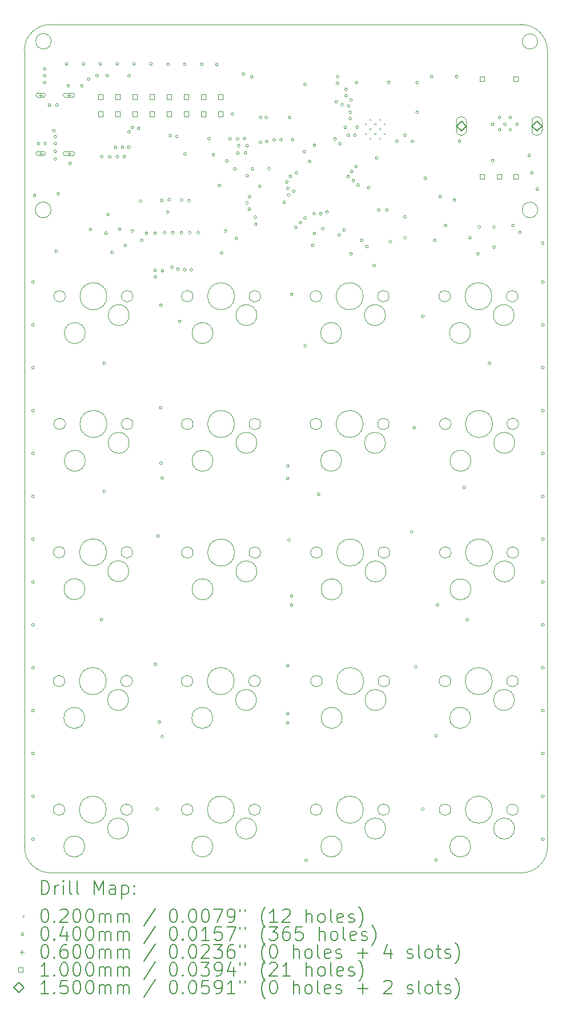
<source format=gbr>
%TF.GenerationSoftware,KiCad,Pcbnew,8.0.7-8.0.7-0~ubuntu22.04.1*%
%TF.CreationDate,2024-12-28T00:36:34+00:00*%
%TF.ProjectId,numcalcium,6e756d63-616c-4636-9975-6d2e6b696361,rev?*%
%TF.SameCoordinates,Original*%
%TF.FileFunction,Drillmap*%
%TF.FilePolarity,Positive*%
%FSLAX45Y45*%
G04 Gerber Fmt 4.5, Leading zero omitted, Abs format (unit mm)*
G04 Created by KiCad (PCBNEW 8.0.7-8.0.7-0~ubuntu22.04.1) date 2024-12-28 00:36:34*
%MOMM*%
%LPD*%
G01*
G04 APERTURE LIST*
%ADD10C,0.100000*%
%ADD11C,0.200000*%
%ADD12C,0.150000*%
G04 APERTURE END LIST*
D10*
X-5849Y-8835733D02*
X-7821Y2960812D01*
X7360151Y-9221988D02*
X380407Y-9221988D01*
X7358179Y3347067D02*
X378434Y3347067D01*
X390020Y3098975D02*
G75*
G02*
X161189Y3098975I-114416J0D01*
G01*
X161189Y3098975D02*
G75*
G02*
X390020Y3098975I114416J0D01*
G01*
X7600410Y600190D02*
G75*
G02*
X7370735Y600190I-114837J0D01*
G01*
X7370735Y600190D02*
G75*
G02*
X7600410Y600190I114837J0D01*
G01*
X7746407Y-8835733D02*
G75*
G02*
X7360151Y-9221987I-386267J13D01*
G01*
X-7821Y2960812D02*
G75*
G02*
X378434Y3347067I386255J0D01*
G01*
X7358179Y3347067D02*
G75*
G02*
X7744437Y2960812I-9J-386267D01*
G01*
X7598171Y3095949D02*
G75*
G02*
X7373519Y3095949I-112326J0D01*
G01*
X7373519Y3095949D02*
G75*
G02*
X7598171Y3095949I112326J0D01*
G01*
X7744434Y2960812D02*
X7746407Y-8835733D01*
X387216Y600536D02*
G75*
G02*
X154334Y600536I-116441J0D01*
G01*
X154334Y600536D02*
G75*
G02*
X387216Y600536I116441J0D01*
G01*
X380407Y-9221988D02*
G75*
G02*
X-5849Y-8835733I0J386256D01*
G01*
X592179Y-8286388D02*
G75*
G02*
X422179Y-8286388I-85000J0D01*
G01*
X422179Y-8286388D02*
G75*
G02*
X592179Y-8286388I85000J0D01*
G01*
X887179Y-8831388D02*
G75*
G02*
X577179Y-8831388I-155000J0D01*
G01*
X577179Y-8831388D02*
G75*
G02*
X887179Y-8831388I155000J0D01*
G01*
X1207179Y-8286388D02*
G75*
G02*
X807179Y-8286388I-200000J0D01*
G01*
X807179Y-8286388D02*
G75*
G02*
X1207179Y-8286388I200000J0D01*
G01*
X1537179Y-8566388D02*
G75*
G02*
X1227179Y-8566388I-155000J0D01*
G01*
X1227179Y-8566388D02*
G75*
G02*
X1537179Y-8566388I155000J0D01*
G01*
X1592179Y-8286388D02*
G75*
G02*
X1422179Y-8286388I-85000J0D01*
G01*
X1422179Y-8286388D02*
G75*
G02*
X1592179Y-8286388I85000J0D01*
G01*
X6312579Y-8286388D02*
G75*
G02*
X6142579Y-8286388I-85000J0D01*
G01*
X6142579Y-8286388D02*
G75*
G02*
X6312579Y-8286388I85000J0D01*
G01*
X6607579Y-8831388D02*
G75*
G02*
X6297579Y-8831388I-155000J0D01*
G01*
X6297579Y-8831388D02*
G75*
G02*
X6607579Y-8831388I155000J0D01*
G01*
X6927579Y-8286388D02*
G75*
G02*
X6527579Y-8286388I-200000J0D01*
G01*
X6527579Y-8286388D02*
G75*
G02*
X6927579Y-8286388I200000J0D01*
G01*
X7257579Y-8566388D02*
G75*
G02*
X6947579Y-8566388I-155000J0D01*
G01*
X6947579Y-8566388D02*
G75*
G02*
X7257579Y-8566388I155000J0D01*
G01*
X7312579Y-8286388D02*
G75*
G02*
X7142579Y-8286388I-85000J0D01*
G01*
X7142579Y-8286388D02*
G75*
G02*
X7312579Y-8286388I85000J0D01*
G01*
X600879Y-2571388D02*
G75*
G02*
X430879Y-2571388I-85000J0D01*
G01*
X430879Y-2571388D02*
G75*
G02*
X600879Y-2571388I85000J0D01*
G01*
X895879Y-3116388D02*
G75*
G02*
X585879Y-3116388I-155000J0D01*
G01*
X585879Y-3116388D02*
G75*
G02*
X895879Y-3116388I155000J0D01*
G01*
X1215879Y-2571388D02*
G75*
G02*
X815879Y-2571388I-200000J0D01*
G01*
X815879Y-2571388D02*
G75*
G02*
X1215879Y-2571388I200000J0D01*
G01*
X1545879Y-2851388D02*
G75*
G02*
X1235879Y-2851388I-155000J0D01*
G01*
X1235879Y-2851388D02*
G75*
G02*
X1545879Y-2851388I155000J0D01*
G01*
X1600879Y-2571388D02*
G75*
G02*
X1430879Y-2571388I-85000J0D01*
G01*
X1430879Y-2571388D02*
G75*
G02*
X1600879Y-2571388I85000J0D01*
G01*
X6307179Y-679088D02*
G75*
G02*
X6137179Y-679088I-85000J0D01*
G01*
X6137179Y-679088D02*
G75*
G02*
X6307179Y-679088I85000J0D01*
G01*
X6602179Y-1224088D02*
G75*
G02*
X6292179Y-1224088I-155000J0D01*
G01*
X6292179Y-1224088D02*
G75*
G02*
X6602179Y-1224088I155000J0D01*
G01*
X6922179Y-679088D02*
G75*
G02*
X6522179Y-679088I-200000J0D01*
G01*
X6522179Y-679088D02*
G75*
G02*
X6922179Y-679088I200000J0D01*
G01*
X7252179Y-959088D02*
G75*
G02*
X6942179Y-959088I-155000J0D01*
G01*
X6942179Y-959088D02*
G75*
G02*
X7252179Y-959088I155000J0D01*
G01*
X7307179Y-679088D02*
G75*
G02*
X7137179Y-679088I-85000J0D01*
G01*
X7137179Y-679088D02*
G75*
G02*
X7307179Y-679088I85000J0D01*
G01*
X4402179Y-8286388D02*
G75*
G02*
X4232179Y-8286388I-85000J0D01*
G01*
X4232179Y-8286388D02*
G75*
G02*
X4402179Y-8286388I85000J0D01*
G01*
X4697179Y-8831388D02*
G75*
G02*
X4387179Y-8831388I-155000J0D01*
G01*
X4387179Y-8831388D02*
G75*
G02*
X4697179Y-8831388I155000J0D01*
G01*
X5017179Y-8286388D02*
G75*
G02*
X4617179Y-8286388I-200000J0D01*
G01*
X4617179Y-8286388D02*
G75*
G02*
X5017179Y-8286388I200000J0D01*
G01*
X5347179Y-8566388D02*
G75*
G02*
X5037179Y-8566388I-155000J0D01*
G01*
X5037179Y-8566388D02*
G75*
G02*
X5347179Y-8566388I155000J0D01*
G01*
X5402179Y-8286388D02*
G75*
G02*
X5232179Y-8286388I-85000J0D01*
G01*
X5232179Y-8286388D02*
G75*
G02*
X5402179Y-8286388I85000J0D01*
G01*
X4398179Y-679088D02*
G75*
G02*
X4228179Y-679088I-85000J0D01*
G01*
X4228179Y-679088D02*
G75*
G02*
X4398179Y-679088I85000J0D01*
G01*
X4693179Y-1224088D02*
G75*
G02*
X4383179Y-1224088I-155000J0D01*
G01*
X4383179Y-1224088D02*
G75*
G02*
X4693179Y-1224088I155000J0D01*
G01*
X5013179Y-679088D02*
G75*
G02*
X4613179Y-679088I-200000J0D01*
G01*
X4613179Y-679088D02*
G75*
G02*
X5013179Y-679088I200000J0D01*
G01*
X5343179Y-959088D02*
G75*
G02*
X5033179Y-959088I-155000J0D01*
G01*
X5033179Y-959088D02*
G75*
G02*
X5343179Y-959088I155000J0D01*
G01*
X5398179Y-679088D02*
G75*
G02*
X5228179Y-679088I-85000J0D01*
G01*
X5228179Y-679088D02*
G75*
G02*
X5398179Y-679088I85000J0D01*
G01*
X6311379Y-6381288D02*
G75*
G02*
X6141379Y-6381288I-85000J0D01*
G01*
X6141379Y-6381288D02*
G75*
G02*
X6311379Y-6381288I85000J0D01*
G01*
X6606379Y-6926288D02*
G75*
G02*
X6296379Y-6926288I-155000J0D01*
G01*
X6296379Y-6926288D02*
G75*
G02*
X6606379Y-6926288I155000J0D01*
G01*
X6926379Y-6381288D02*
G75*
G02*
X6526379Y-6381288I-200000J0D01*
G01*
X6526379Y-6381288D02*
G75*
G02*
X6926379Y-6381288I200000J0D01*
G01*
X7256379Y-6661288D02*
G75*
G02*
X6946379Y-6661288I-155000J0D01*
G01*
X6946379Y-6661288D02*
G75*
G02*
X7256379Y-6661288I155000J0D01*
G01*
X7311379Y-6381288D02*
G75*
G02*
X7141379Y-6381288I-85000J0D01*
G01*
X7141379Y-6381288D02*
G75*
G02*
X7311379Y-6381288I85000J0D01*
G01*
X4398179Y-2571388D02*
G75*
G02*
X4228179Y-2571388I-85000J0D01*
G01*
X4228179Y-2571388D02*
G75*
G02*
X4398179Y-2571388I85000J0D01*
G01*
X4693179Y-3116388D02*
G75*
G02*
X4383179Y-3116388I-155000J0D01*
G01*
X4383179Y-3116388D02*
G75*
G02*
X4693179Y-3116388I155000J0D01*
G01*
X5013179Y-2571388D02*
G75*
G02*
X4613179Y-2571388I-200000J0D01*
G01*
X4613179Y-2571388D02*
G75*
G02*
X5013179Y-2571388I200000J0D01*
G01*
X5343179Y-2851388D02*
G75*
G02*
X5033179Y-2851388I-155000J0D01*
G01*
X5033179Y-2851388D02*
G75*
G02*
X5343179Y-2851388I155000J0D01*
G01*
X5398179Y-2571388D02*
G75*
G02*
X5228179Y-2571388I-85000J0D01*
G01*
X5228179Y-2571388D02*
G75*
G02*
X5398179Y-2571388I85000J0D01*
G01*
X2493179Y-4476288D02*
G75*
G02*
X2323179Y-4476288I-85000J0D01*
G01*
X2323179Y-4476288D02*
G75*
G02*
X2493179Y-4476288I85000J0D01*
G01*
X2788179Y-5021288D02*
G75*
G02*
X2478179Y-5021288I-155000J0D01*
G01*
X2478179Y-5021288D02*
G75*
G02*
X2788179Y-5021288I155000J0D01*
G01*
X3108179Y-4476288D02*
G75*
G02*
X2708179Y-4476288I-200000J0D01*
G01*
X2708179Y-4476288D02*
G75*
G02*
X3108179Y-4476288I200000J0D01*
G01*
X3438179Y-4756288D02*
G75*
G02*
X3128179Y-4756288I-155000J0D01*
G01*
X3128179Y-4756288D02*
G75*
G02*
X3438179Y-4756288I155000J0D01*
G01*
X3493179Y-4476288D02*
G75*
G02*
X3323179Y-4476288I-85000J0D01*
G01*
X3323179Y-4476288D02*
G75*
G02*
X3493179Y-4476288I85000J0D01*
G01*
X2493179Y-2571388D02*
G75*
G02*
X2323179Y-2571388I-85000J0D01*
G01*
X2323179Y-2571388D02*
G75*
G02*
X2493179Y-2571388I85000J0D01*
G01*
X2788179Y-3116388D02*
G75*
G02*
X2478179Y-3116388I-155000J0D01*
G01*
X2478179Y-3116388D02*
G75*
G02*
X2788179Y-3116388I155000J0D01*
G01*
X3108179Y-2571388D02*
G75*
G02*
X2708179Y-2571388I-200000J0D01*
G01*
X2708179Y-2571388D02*
G75*
G02*
X3108179Y-2571388I200000J0D01*
G01*
X3438179Y-2851388D02*
G75*
G02*
X3128179Y-2851388I-155000J0D01*
G01*
X3128179Y-2851388D02*
G75*
G02*
X3438179Y-2851388I155000J0D01*
G01*
X3493179Y-2571388D02*
G75*
G02*
X3323179Y-2571388I-85000J0D01*
G01*
X3323179Y-2571388D02*
G75*
G02*
X3493179Y-2571388I85000J0D01*
G01*
X4406379Y-4476288D02*
G75*
G02*
X4236379Y-4476288I-85000J0D01*
G01*
X4236379Y-4476288D02*
G75*
G02*
X4406379Y-4476288I85000J0D01*
G01*
X4701379Y-5021288D02*
G75*
G02*
X4391379Y-5021288I-155000J0D01*
G01*
X4391379Y-5021288D02*
G75*
G02*
X4701379Y-5021288I155000J0D01*
G01*
X5021379Y-4476288D02*
G75*
G02*
X4621379Y-4476288I-200000J0D01*
G01*
X4621379Y-4476288D02*
G75*
G02*
X5021379Y-4476288I200000J0D01*
G01*
X5351379Y-4756288D02*
G75*
G02*
X5041379Y-4756288I-155000J0D01*
G01*
X5041379Y-4756288D02*
G75*
G02*
X5351379Y-4756288I155000J0D01*
G01*
X5406379Y-4476288D02*
G75*
G02*
X5236379Y-4476288I-85000J0D01*
G01*
X5236379Y-4476288D02*
G75*
G02*
X5406379Y-4476288I85000J0D01*
G01*
X2489879Y-8286388D02*
G75*
G02*
X2319879Y-8286388I-85000J0D01*
G01*
X2319879Y-8286388D02*
G75*
G02*
X2489879Y-8286388I85000J0D01*
G01*
X2784879Y-8831388D02*
G75*
G02*
X2474879Y-8831388I-155000J0D01*
G01*
X2474879Y-8831388D02*
G75*
G02*
X2784879Y-8831388I155000J0D01*
G01*
X3104879Y-8286388D02*
G75*
G02*
X2704879Y-8286388I-200000J0D01*
G01*
X2704879Y-8286388D02*
G75*
G02*
X3104879Y-8286388I200000J0D01*
G01*
X3434879Y-8566388D02*
G75*
G02*
X3124879Y-8566388I-155000J0D01*
G01*
X3124879Y-8566388D02*
G75*
G02*
X3434879Y-8566388I155000J0D01*
G01*
X3489879Y-8286388D02*
G75*
G02*
X3319879Y-8286388I-85000J0D01*
G01*
X3319879Y-8286388D02*
G75*
G02*
X3489879Y-8286388I85000J0D01*
G01*
X6315879Y-2571388D02*
G75*
G02*
X6145879Y-2571388I-85000J0D01*
G01*
X6145879Y-2571388D02*
G75*
G02*
X6315879Y-2571388I85000J0D01*
G01*
X6610879Y-3116388D02*
G75*
G02*
X6300879Y-3116388I-155000J0D01*
G01*
X6300879Y-3116388D02*
G75*
G02*
X6610879Y-3116388I155000J0D01*
G01*
X6930879Y-2571388D02*
G75*
G02*
X6530879Y-2571388I-200000J0D01*
G01*
X6530879Y-2571388D02*
G75*
G02*
X6930879Y-2571388I200000J0D01*
G01*
X7260879Y-2851388D02*
G75*
G02*
X6950879Y-2851388I-155000J0D01*
G01*
X6950879Y-2851388D02*
G75*
G02*
X7260879Y-2851388I155000J0D01*
G01*
X7315879Y-2571388D02*
G75*
G02*
X7145879Y-2571388I-85000J0D01*
G01*
X7145879Y-2571388D02*
G75*
G02*
X7315879Y-2571388I85000J0D01*
G01*
X600879Y-679088D02*
G75*
G02*
X430879Y-679088I-85000J0D01*
G01*
X430879Y-679088D02*
G75*
G02*
X600879Y-679088I85000J0D01*
G01*
X895879Y-1224088D02*
G75*
G02*
X585879Y-1224088I-155000J0D01*
G01*
X585879Y-1224088D02*
G75*
G02*
X895879Y-1224088I155000J0D01*
G01*
X1215879Y-679088D02*
G75*
G02*
X815879Y-679088I-200000J0D01*
G01*
X815879Y-679088D02*
G75*
G02*
X1215879Y-679088I200000J0D01*
G01*
X1545879Y-959088D02*
G75*
G02*
X1235879Y-959088I-155000J0D01*
G01*
X1235879Y-959088D02*
G75*
G02*
X1545879Y-959088I155000J0D01*
G01*
X1600879Y-679088D02*
G75*
G02*
X1430879Y-679088I-85000J0D01*
G01*
X1430879Y-679088D02*
G75*
G02*
X1600879Y-679088I85000J0D01*
G01*
X2493179Y-679088D02*
G75*
G02*
X2323179Y-679088I-85000J0D01*
G01*
X2323179Y-679088D02*
G75*
G02*
X2493179Y-679088I85000J0D01*
G01*
X2788179Y-1224088D02*
G75*
G02*
X2478179Y-1224088I-155000J0D01*
G01*
X2478179Y-1224088D02*
G75*
G02*
X2788179Y-1224088I155000J0D01*
G01*
X3108179Y-679088D02*
G75*
G02*
X2708179Y-679088I-200000J0D01*
G01*
X2708179Y-679088D02*
G75*
G02*
X3108179Y-679088I200000J0D01*
G01*
X3438179Y-959088D02*
G75*
G02*
X3128179Y-959088I-155000J0D01*
G01*
X3128179Y-959088D02*
G75*
G02*
X3438179Y-959088I155000J0D01*
G01*
X3493179Y-679088D02*
G75*
G02*
X3323179Y-679088I-85000J0D01*
G01*
X3323179Y-679088D02*
G75*
G02*
X3493179Y-679088I85000J0D01*
G01*
X594879Y-4472888D02*
G75*
G02*
X424879Y-4472888I-85000J0D01*
G01*
X424879Y-4472888D02*
G75*
G02*
X594879Y-4472888I85000J0D01*
G01*
X889879Y-5017888D02*
G75*
G02*
X579879Y-5017888I-155000J0D01*
G01*
X579879Y-5017888D02*
G75*
G02*
X889879Y-5017888I155000J0D01*
G01*
X1209879Y-4472888D02*
G75*
G02*
X809879Y-4472888I-200000J0D01*
G01*
X809879Y-4472888D02*
G75*
G02*
X1209879Y-4472888I200000J0D01*
G01*
X1539879Y-4752888D02*
G75*
G02*
X1229879Y-4752888I-155000J0D01*
G01*
X1229879Y-4752888D02*
G75*
G02*
X1539879Y-4752888I155000J0D01*
G01*
X1594879Y-4472888D02*
G75*
G02*
X1424879Y-4472888I-85000J0D01*
G01*
X1424879Y-4472888D02*
G75*
G02*
X1594879Y-4472888I85000J0D01*
G01*
X6315879Y-4476388D02*
G75*
G02*
X6145879Y-4476388I-85000J0D01*
G01*
X6145879Y-4476388D02*
G75*
G02*
X6315879Y-4476388I85000J0D01*
G01*
X6610879Y-5021388D02*
G75*
G02*
X6300879Y-5021388I-155000J0D01*
G01*
X6300879Y-5021388D02*
G75*
G02*
X6610879Y-5021388I155000J0D01*
G01*
X6930879Y-4476388D02*
G75*
G02*
X6530879Y-4476388I-200000J0D01*
G01*
X6530879Y-4476388D02*
G75*
G02*
X6930879Y-4476388I200000J0D01*
G01*
X7260879Y-4756388D02*
G75*
G02*
X6950879Y-4756388I-155000J0D01*
G01*
X6950879Y-4756388D02*
G75*
G02*
X7260879Y-4756388I155000J0D01*
G01*
X7315879Y-4476388D02*
G75*
G02*
X7145879Y-4476388I-85000J0D01*
G01*
X7145879Y-4476388D02*
G75*
G02*
X7315879Y-4476388I85000J0D01*
G01*
X592179Y-6381388D02*
G75*
G02*
X422179Y-6381388I-85000J0D01*
G01*
X422179Y-6381388D02*
G75*
G02*
X592179Y-6381388I85000J0D01*
G01*
X887179Y-6926388D02*
G75*
G02*
X577179Y-6926388I-155000J0D01*
G01*
X577179Y-6926388D02*
G75*
G02*
X887179Y-6926388I155000J0D01*
G01*
X1207179Y-6381388D02*
G75*
G02*
X807179Y-6381388I-200000J0D01*
G01*
X807179Y-6381388D02*
G75*
G02*
X1207179Y-6381388I200000J0D01*
G01*
X1537179Y-6661388D02*
G75*
G02*
X1227179Y-6661388I-155000J0D01*
G01*
X1227179Y-6661388D02*
G75*
G02*
X1537179Y-6661388I155000J0D01*
G01*
X1592179Y-6381388D02*
G75*
G02*
X1422179Y-6381388I-85000J0D01*
G01*
X1422179Y-6381388D02*
G75*
G02*
X1592179Y-6381388I85000J0D01*
G01*
X4406379Y-6381288D02*
G75*
G02*
X4236379Y-6381288I-85000J0D01*
G01*
X4236379Y-6381288D02*
G75*
G02*
X4406379Y-6381288I85000J0D01*
G01*
X4701379Y-6926288D02*
G75*
G02*
X4391379Y-6926288I-155000J0D01*
G01*
X4391379Y-6926288D02*
G75*
G02*
X4701379Y-6926288I155000J0D01*
G01*
X5021379Y-6381288D02*
G75*
G02*
X4621379Y-6381288I-200000J0D01*
G01*
X4621379Y-6381288D02*
G75*
G02*
X5021379Y-6381288I200000J0D01*
G01*
X5351379Y-6661288D02*
G75*
G02*
X5041379Y-6661288I-155000J0D01*
G01*
X5041379Y-6661288D02*
G75*
G02*
X5351379Y-6661288I155000J0D01*
G01*
X5406379Y-6381288D02*
G75*
G02*
X5236379Y-6381288I-85000J0D01*
G01*
X5236379Y-6381288D02*
G75*
G02*
X5406379Y-6381288I85000J0D01*
G01*
X2488679Y-6381288D02*
G75*
G02*
X2318679Y-6381288I-85000J0D01*
G01*
X2318679Y-6381288D02*
G75*
G02*
X2488679Y-6381288I85000J0D01*
G01*
X2783679Y-6926288D02*
G75*
G02*
X2473679Y-6926288I-155000J0D01*
G01*
X2473679Y-6926288D02*
G75*
G02*
X2783679Y-6926288I155000J0D01*
G01*
X3103679Y-6381288D02*
G75*
G02*
X2703679Y-6381288I-200000J0D01*
G01*
X2703679Y-6381288D02*
G75*
G02*
X3103679Y-6381288I200000J0D01*
G01*
X3433679Y-6661288D02*
G75*
G02*
X3123679Y-6661288I-155000J0D01*
G01*
X3123679Y-6661288D02*
G75*
G02*
X3433679Y-6661288I155000J0D01*
G01*
X3488679Y-6381288D02*
G75*
G02*
X3318679Y-6381288I-85000J0D01*
G01*
X3318679Y-6381288D02*
G75*
G02*
X3488679Y-6381288I85000J0D01*
G01*
D11*
D10*
X5040179Y1880412D02*
X5060179Y1860412D01*
X5060179Y1880412D02*
X5040179Y1860412D01*
X5040179Y1740412D02*
X5060179Y1720412D01*
X5060179Y1740412D02*
X5040179Y1720412D01*
X5110179Y1950412D02*
X5130179Y1930412D01*
X5130179Y1950412D02*
X5110179Y1930412D01*
X5110179Y1810412D02*
X5130179Y1790412D01*
X5130179Y1810412D02*
X5110179Y1790412D01*
X5110179Y1670412D02*
X5130179Y1650412D01*
X5130179Y1670412D02*
X5110179Y1650412D01*
X5180179Y1880412D02*
X5200179Y1860412D01*
X5200179Y1880412D02*
X5180179Y1860412D01*
X5180179Y1740412D02*
X5200179Y1720412D01*
X5200179Y1740412D02*
X5180179Y1720412D01*
X5250179Y1950412D02*
X5270179Y1930412D01*
X5270179Y1950412D02*
X5250179Y1930412D01*
X5250179Y1810412D02*
X5270179Y1790412D01*
X5270179Y1810412D02*
X5250179Y1790412D01*
X5250179Y1670412D02*
X5270179Y1650412D01*
X5270179Y1670412D02*
X5250179Y1650412D01*
X5320179Y1880412D02*
X5340179Y1860412D01*
X5340179Y1880412D02*
X5320179Y1860412D01*
X5320179Y1740412D02*
X5340179Y1720412D01*
X5340179Y1740412D02*
X5320179Y1720412D01*
X139179Y-468188D02*
G75*
G02*
X99179Y-468188I-20000J0D01*
G01*
X99179Y-468188D02*
G75*
G02*
X139179Y-468188I20000J0D01*
G01*
X139179Y-1103188D02*
G75*
G02*
X99179Y-1103188I-20000J0D01*
G01*
X99179Y-1103188D02*
G75*
G02*
X139179Y-1103188I20000J0D01*
G01*
X139179Y-1738188D02*
G75*
G02*
X99179Y-1738188I-20000J0D01*
G01*
X99179Y-1738188D02*
G75*
G02*
X139179Y-1738188I20000J0D01*
G01*
X139179Y-2373188D02*
G75*
G02*
X99179Y-2373188I-20000J0D01*
G01*
X99179Y-2373188D02*
G75*
G02*
X139179Y-2373188I20000J0D01*
G01*
X139179Y-3008188D02*
G75*
G02*
X99179Y-3008188I-20000J0D01*
G01*
X99179Y-3008188D02*
G75*
G02*
X139179Y-3008188I20000J0D01*
G01*
X139179Y-3643188D02*
G75*
G02*
X99179Y-3643188I-20000J0D01*
G01*
X99179Y-3643188D02*
G75*
G02*
X139179Y-3643188I20000J0D01*
G01*
X139179Y-4278188D02*
G75*
G02*
X99179Y-4278188I-20000J0D01*
G01*
X99179Y-4278188D02*
G75*
G02*
X139179Y-4278188I20000J0D01*
G01*
X139179Y-4913188D02*
G75*
G02*
X99179Y-4913188I-20000J0D01*
G01*
X99179Y-4913188D02*
G75*
G02*
X139179Y-4913188I20000J0D01*
G01*
X139179Y-5548188D02*
G75*
G02*
X99179Y-5548188I-20000J0D01*
G01*
X99179Y-5548188D02*
G75*
G02*
X139179Y-5548188I20000J0D01*
G01*
X139179Y-6183188D02*
G75*
G02*
X99179Y-6183188I-20000J0D01*
G01*
X99179Y-6183188D02*
G75*
G02*
X139179Y-6183188I20000J0D01*
G01*
X139179Y-6818188D02*
G75*
G02*
X99179Y-6818188I-20000J0D01*
G01*
X99179Y-6818188D02*
G75*
G02*
X139179Y-6818188I20000J0D01*
G01*
X139179Y-7453188D02*
G75*
G02*
X99179Y-7453188I-20000J0D01*
G01*
X99179Y-7453188D02*
G75*
G02*
X139179Y-7453188I20000J0D01*
G01*
X139179Y-8088188D02*
G75*
G02*
X99179Y-8088188I-20000J0D01*
G01*
X99179Y-8088188D02*
G75*
G02*
X139179Y-8088188I20000J0D01*
G01*
X139179Y-8723188D02*
G75*
G02*
X99179Y-8723188I-20000J0D01*
G01*
X99179Y-8723188D02*
G75*
G02*
X139179Y-8723188I20000J0D01*
G01*
X164200Y813600D02*
G75*
G02*
X124200Y813600I-20000J0D01*
G01*
X124200Y813600D02*
G75*
G02*
X164200Y813600I20000J0D01*
G01*
X221092Y1583412D02*
G75*
G02*
X181092Y1583412I-20000J0D01*
G01*
X181092Y1583412D02*
G75*
G02*
X221092Y1583412I20000J0D01*
G01*
X314200Y2688600D02*
G75*
G02*
X274200Y2688600I-20000J0D01*
G01*
X274200Y2688600D02*
G75*
G02*
X314200Y2688600I20000J0D01*
G01*
X314200Y2588600D02*
G75*
G02*
X274200Y2588600I-20000J0D01*
G01*
X274200Y2588600D02*
G75*
G02*
X314200Y2588600I20000J0D01*
G01*
X314200Y2488600D02*
G75*
G02*
X274200Y2488600I-20000J0D01*
G01*
X274200Y2488600D02*
G75*
G02*
X314200Y2488600I20000J0D01*
G01*
X319000Y1583200D02*
G75*
G02*
X279000Y1583200I-20000J0D01*
G01*
X279000Y1583200D02*
G75*
G02*
X319000Y1583200I20000J0D01*
G01*
X385040Y2153760D02*
G75*
G02*
X345040Y2153760I-20000J0D01*
G01*
X345040Y2153760D02*
G75*
G02*
X385040Y2153760I20000J0D01*
G01*
X449700Y1775407D02*
G75*
G02*
X409700Y1775407I-20000J0D01*
G01*
X409700Y1775407D02*
G75*
G02*
X449700Y1775407I20000J0D01*
G01*
X471400Y1684707D02*
G75*
G02*
X431400Y1684707I-20000J0D01*
G01*
X431400Y1684707D02*
G75*
G02*
X471400Y1684707I20000J0D01*
G01*
X471400Y1579720D02*
G75*
G02*
X431400Y1579720I-20000J0D01*
G01*
X431400Y1579720D02*
G75*
G02*
X471400Y1579720I20000J0D01*
G01*
X471400Y1467960D02*
G75*
G02*
X431400Y1467960I-20000J0D01*
G01*
X431400Y1467960D02*
G75*
G02*
X471400Y1467960I20000J0D01*
G01*
X471400Y1356200D02*
G75*
G02*
X431400Y1356200I-20000J0D01*
G01*
X431400Y1356200D02*
G75*
G02*
X471400Y1356200I20000J0D01*
G01*
X482079Y-10988D02*
G75*
G02*
X442079Y-10988I-20000J0D01*
G01*
X442079Y-10988D02*
G75*
G02*
X482079Y-10988I20000J0D01*
G01*
X494260Y2156300D02*
G75*
G02*
X454260Y2156300I-20000J0D01*
G01*
X454260Y2156300D02*
G75*
G02*
X494260Y2156300I20000J0D01*
G01*
X514200Y838600D02*
G75*
G02*
X474200Y838600I-20000J0D01*
G01*
X474200Y838600D02*
G75*
G02*
X514200Y838600I20000J0D01*
G01*
X639200Y2763600D02*
G75*
G02*
X599200Y2763600I-20000J0D01*
G01*
X599200Y2763600D02*
G75*
G02*
X639200Y2763600I20000J0D01*
G01*
X664200Y2438600D02*
G75*
G02*
X624200Y2438600I-20000J0D01*
G01*
X624200Y2438600D02*
G75*
G02*
X664200Y2438600I20000J0D01*
G01*
X689200Y1288600D02*
G75*
G02*
X649200Y1288600I-20000J0D01*
G01*
X649200Y1288600D02*
G75*
G02*
X689200Y1288600I20000J0D01*
G01*
X864200Y2438600D02*
G75*
G02*
X824200Y2438600I-20000J0D01*
G01*
X824200Y2438600D02*
G75*
G02*
X864200Y2438600I20000J0D01*
G01*
X889200Y2763600D02*
G75*
G02*
X849200Y2763600I-20000J0D01*
G01*
X849200Y2763600D02*
G75*
G02*
X889200Y2763600I20000J0D01*
G01*
X964200Y2538600D02*
G75*
G02*
X924200Y2538600I-20000J0D01*
G01*
X924200Y2538600D02*
G75*
G02*
X964200Y2538600I20000J0D01*
G01*
X991648Y310726D02*
G75*
G02*
X951648Y310726I-20000J0D01*
G01*
X951648Y310726D02*
G75*
G02*
X991648Y310726I20000J0D01*
G01*
X1089200Y2588600D02*
G75*
G02*
X1049200Y2588600I-20000J0D01*
G01*
X1049200Y2588600D02*
G75*
G02*
X1089200Y2588600I20000J0D01*
G01*
X1139200Y2763600D02*
G75*
G02*
X1099200Y2763600I-20000J0D01*
G01*
X1099200Y2763600D02*
G75*
G02*
X1139200Y2763600I20000J0D01*
G01*
X1154200Y-5471400D02*
G75*
G02*
X1114200Y-5471400I-20000J0D01*
G01*
X1114200Y-5471400D02*
G75*
G02*
X1154200Y-5471400I20000J0D01*
G01*
X1158780Y1390180D02*
G75*
G02*
X1118780Y1390180I-20000J0D01*
G01*
X1118780Y1390180D02*
G75*
G02*
X1158780Y1390180I20000J0D01*
G01*
X1194200Y-1671400D02*
G75*
G02*
X1154200Y-1671400I-20000J0D01*
G01*
X1154200Y-1671400D02*
G75*
G02*
X1194200Y-1671400I20000J0D01*
G01*
X1194200Y-3571400D02*
G75*
G02*
X1154200Y-3571400I-20000J0D01*
G01*
X1154200Y-3571400D02*
G75*
G02*
X1194200Y-3571400I20000J0D01*
G01*
X1222950Y257100D02*
G75*
G02*
X1182950Y257100I-20000J0D01*
G01*
X1182950Y257100D02*
G75*
G02*
X1222950Y257100I20000J0D01*
G01*
X1239200Y2588600D02*
G75*
G02*
X1199200Y2588600I-20000J0D01*
G01*
X1199200Y2588600D02*
G75*
G02*
X1239200Y2588600I20000J0D01*
G01*
X1251626Y531203D02*
G75*
G02*
X1211626Y531203I-20000J0D01*
G01*
X1211626Y531203D02*
G75*
G02*
X1251626Y531203I20000J0D01*
G01*
X1279120Y1386680D02*
G75*
G02*
X1239120Y1386680I-20000J0D01*
G01*
X1239120Y1386680D02*
G75*
G02*
X1279120Y1386680I20000J0D01*
G01*
X1314200Y-26400D02*
G75*
G02*
X1274200Y-26400I-20000J0D01*
G01*
X1274200Y-26400D02*
G75*
G02*
X1314200Y-26400I20000J0D01*
G01*
X1365480Y1528920D02*
G75*
G02*
X1325480Y1528920I-20000J0D01*
G01*
X1325480Y1528920D02*
G75*
G02*
X1365480Y1528920I20000J0D01*
G01*
X1389200Y2763600D02*
G75*
G02*
X1349200Y2763600I-20000J0D01*
G01*
X1349200Y2763600D02*
G75*
G02*
X1389200Y2763600I20000J0D01*
G01*
X1389200Y1388600D02*
G75*
G02*
X1349200Y1388600I-20000J0D01*
G01*
X1349200Y1388600D02*
G75*
G02*
X1389200Y1388600I20000J0D01*
G01*
X1425456Y314741D02*
G75*
G02*
X1385456Y314741I-20000J0D01*
G01*
X1385456Y314741D02*
G75*
G02*
X1425456Y314741I20000J0D01*
G01*
X1467080Y1528920D02*
G75*
G02*
X1427080Y1528920I-20000J0D01*
G01*
X1427080Y1528920D02*
G75*
G02*
X1467080Y1528920I20000J0D01*
G01*
X1494200Y1388600D02*
G75*
G02*
X1454200Y1388600I-20000J0D01*
G01*
X1454200Y1388600D02*
G75*
G02*
X1494200Y1388600I20000J0D01*
G01*
X1508950Y73850D02*
G75*
G02*
X1468950Y73850I-20000J0D01*
G01*
X1468950Y73850D02*
G75*
G02*
X1508950Y73850I20000J0D01*
G01*
X1558520Y1528920D02*
G75*
G02*
X1518520Y1528920I-20000J0D01*
G01*
X1518520Y1528920D02*
G75*
G02*
X1558520Y1528920I20000J0D01*
G01*
X1561620Y1757520D02*
G75*
G02*
X1521620Y1757520I-20000J0D01*
G01*
X1521620Y1757520D02*
G75*
G02*
X1561620Y1757520I20000J0D01*
G01*
X1564200Y2588600D02*
G75*
G02*
X1524200Y2588600I-20000J0D01*
G01*
X1524200Y2588600D02*
G75*
G02*
X1564200Y2588600I20000J0D01*
G01*
X1614200Y1820100D02*
G75*
G02*
X1574200Y1820100I-20000J0D01*
G01*
X1574200Y1820100D02*
G75*
G02*
X1614200Y1820100I20000J0D01*
G01*
X1614200Y288600D02*
G75*
G02*
X1574200Y288600I-20000J0D01*
G01*
X1574200Y288600D02*
G75*
G02*
X1614200Y288600I20000J0D01*
G01*
X1639200Y2763600D02*
G75*
G02*
X1599200Y2763600I-20000J0D01*
G01*
X1599200Y2763600D02*
G75*
G02*
X1639200Y2763600I20000J0D01*
G01*
X1705047Y1809047D02*
G75*
G02*
X1665047Y1809047I-20000J0D01*
G01*
X1665047Y1809047D02*
G75*
G02*
X1705047Y1809047I20000J0D01*
G01*
X1734200Y728600D02*
G75*
G02*
X1694200Y728600I-20000J0D01*
G01*
X1694200Y728600D02*
G75*
G02*
X1734200Y728600I20000J0D01*
G01*
X1754180Y149350D02*
G75*
G02*
X1714180Y149350I-20000J0D01*
G01*
X1714180Y149350D02*
G75*
G02*
X1754180Y149350I20000J0D01*
G01*
X1822680Y255120D02*
G75*
G02*
X1782680Y255120I-20000J0D01*
G01*
X1782680Y255120D02*
G75*
G02*
X1822680Y255120I20000J0D01*
G01*
X1889200Y2763600D02*
G75*
G02*
X1849200Y2763600I-20000J0D01*
G01*
X1849200Y2763600D02*
G75*
G02*
X1889200Y2763600I20000J0D01*
G01*
X1949680Y253620D02*
G75*
G02*
X1909680Y253620I-20000J0D01*
G01*
X1909680Y253620D02*
G75*
G02*
X1949680Y253620I20000J0D01*
G01*
X1950013Y-292388D02*
G75*
G02*
X1910013Y-292388I-20000J0D01*
G01*
X1910013Y-292388D02*
G75*
G02*
X1950013Y-292388I20000J0D01*
G01*
X1954200Y-391400D02*
G75*
G02*
X1914200Y-391400I-20000J0D01*
G01*
X1914200Y-391400D02*
G75*
G02*
X1954200Y-391400I20000J0D01*
G01*
X1954200Y-6131400D02*
G75*
G02*
X1914200Y-6131400I-20000J0D01*
G01*
X1914200Y-6131400D02*
G75*
G02*
X1954200Y-6131400I20000J0D01*
G01*
X1980679Y-8278688D02*
G75*
G02*
X1940679Y-8278688I-20000J0D01*
G01*
X1940679Y-8278688D02*
G75*
G02*
X1980679Y-8278688I20000J0D01*
G01*
X1994200Y-4231400D02*
G75*
G02*
X1954200Y-4231400I-20000J0D01*
G01*
X1954200Y-4231400D02*
G75*
G02*
X1994200Y-4231400I20000J0D01*
G01*
X2014200Y-6985046D02*
G75*
G02*
X1974200Y-6985046I-20000J0D01*
G01*
X1974200Y-6985046D02*
G75*
G02*
X2014200Y-6985046I20000J0D01*
G01*
X2034200Y-811400D02*
G75*
G02*
X1994200Y-811400I-20000J0D01*
G01*
X1994200Y-811400D02*
G75*
G02*
X2034200Y-811400I20000J0D01*
G01*
X2034200Y-2331400D02*
G75*
G02*
X1994200Y-2331400I-20000J0D01*
G01*
X1994200Y-2331400D02*
G75*
G02*
X2034200Y-2331400I20000J0D01*
G01*
X2035763Y-3152963D02*
G75*
G02*
X1995763Y-3152963I-20000J0D01*
G01*
X1995763Y-3152963D02*
G75*
G02*
X2035763Y-3152963I20000J0D01*
G01*
X2051280Y741520D02*
G75*
G02*
X2011280Y741520I-20000J0D01*
G01*
X2011280Y741520D02*
G75*
G02*
X2051280Y741520I20000J0D01*
G01*
X2054200Y-3371400D02*
G75*
G02*
X2014200Y-3371400I-20000J0D01*
G01*
X2014200Y-3371400D02*
G75*
G02*
X2054200Y-3371400I20000J0D01*
G01*
X2054200Y-7204046D02*
G75*
G02*
X2014200Y-7204046I-20000J0D01*
G01*
X2014200Y-7204046D02*
G75*
G02*
X2054200Y-7204046I20000J0D01*
G01*
X2060693Y-301020D02*
G75*
G02*
X2020693Y-301020I-20000J0D01*
G01*
X2020693Y-301020D02*
G75*
G02*
X2060693Y-301020I20000J0D01*
G01*
X2089200Y263600D02*
G75*
G02*
X2049200Y263600I-20000J0D01*
G01*
X2049200Y263600D02*
G75*
G02*
X2089200Y263600I20000J0D01*
G01*
X2134200Y567600D02*
G75*
G02*
X2094200Y567600I-20000J0D01*
G01*
X2094200Y567600D02*
G75*
G02*
X2134200Y567600I20000J0D01*
G01*
X2141700Y2755980D02*
G75*
G02*
X2101700Y2755980I-20000J0D01*
G01*
X2101700Y2755980D02*
G75*
G02*
X2141700Y2755980I20000J0D01*
G01*
X2157960Y749060D02*
G75*
G02*
X2117960Y749060I-20000J0D01*
G01*
X2117960Y749060D02*
G75*
G02*
X2157960Y749060I20000J0D01*
G01*
X2174200Y1698460D02*
G75*
G02*
X2134200Y1698460I-20000J0D01*
G01*
X2134200Y1698460D02*
G75*
G02*
X2174200Y1698460I20000J0D01*
G01*
X2198869Y-245900D02*
G75*
G02*
X2158869Y-245900I-20000J0D01*
G01*
X2158869Y-245900D02*
G75*
G02*
X2198869Y-245900I20000J0D01*
G01*
X2214200Y263600D02*
G75*
G02*
X2174200Y263600I-20000J0D01*
G01*
X2174200Y263600D02*
G75*
G02*
X2214200Y263600I20000J0D01*
G01*
X2274200Y1688600D02*
G75*
G02*
X2234200Y1688600I-20000J0D01*
G01*
X2234200Y1688600D02*
G75*
G02*
X2274200Y1688600I20000J0D01*
G01*
X2289200Y-278400D02*
G75*
G02*
X2249200Y-278400I-20000J0D01*
G01*
X2249200Y-278400D02*
G75*
G02*
X2289200Y-278400I20000J0D01*
G01*
X2314200Y-1051400D02*
G75*
G02*
X2274200Y-1051400I-20000J0D01*
G01*
X2274200Y-1051400D02*
G75*
G02*
X2314200Y-1051400I20000J0D01*
G01*
X2339200Y263600D02*
G75*
G02*
X2299200Y263600I-20000J0D01*
G01*
X2299200Y263600D02*
G75*
G02*
X2339200Y263600I20000J0D01*
G01*
X2345920Y746600D02*
G75*
G02*
X2305920Y746600I-20000J0D01*
G01*
X2305920Y746600D02*
G75*
G02*
X2345920Y746600I20000J0D01*
G01*
X2386700Y2755980D02*
G75*
G02*
X2346700Y2755980I-20000J0D01*
G01*
X2346700Y2755980D02*
G75*
G02*
X2386700Y2755980I20000J0D01*
G01*
X2389200Y-286400D02*
G75*
G02*
X2349200Y-286400I-20000J0D01*
G01*
X2349200Y-286400D02*
G75*
G02*
X2389200Y-286400I20000J0D01*
G01*
X2394200Y1428600D02*
G75*
G02*
X2354200Y1428600I-20000J0D01*
G01*
X2354200Y1428600D02*
G75*
G02*
X2394200Y1428600I20000J0D01*
G01*
X2452600Y736440D02*
G75*
G02*
X2412600Y736440I-20000J0D01*
G01*
X2412600Y736440D02*
G75*
G02*
X2452600Y736440I20000J0D01*
G01*
X2464200Y263600D02*
G75*
G02*
X2424200Y263600I-20000J0D01*
G01*
X2424200Y263600D02*
G75*
G02*
X2464200Y263600I20000J0D01*
G01*
X2489200Y-286400D02*
G75*
G02*
X2449200Y-286400I-20000J0D01*
G01*
X2449200Y-286400D02*
G75*
G02*
X2489200Y-286400I20000J0D01*
G01*
X2589200Y263600D02*
G75*
G02*
X2549200Y263600I-20000J0D01*
G01*
X2549200Y263600D02*
G75*
G02*
X2589200Y263600I20000J0D01*
G01*
X2641700Y2755980D02*
G75*
G02*
X2601700Y2755980I-20000J0D01*
G01*
X2601700Y2755980D02*
G75*
G02*
X2641700Y2755980I20000J0D01*
G01*
X2747240Y1655920D02*
G75*
G02*
X2707240Y1655920I-20000J0D01*
G01*
X2707240Y1655920D02*
G75*
G02*
X2747240Y1655920I20000J0D01*
G01*
X2814200Y1413600D02*
G75*
G02*
X2774200Y1413600I-20000J0D01*
G01*
X2774200Y1413600D02*
G75*
G02*
X2814200Y1413600I20000J0D01*
G01*
X2864200Y2755980D02*
G75*
G02*
X2824200Y2755980I-20000J0D01*
G01*
X2824200Y2755980D02*
G75*
G02*
X2864200Y2755980I20000J0D01*
G01*
X2904200Y962360D02*
G75*
G02*
X2864200Y962360I-20000J0D01*
G01*
X2864200Y962360D02*
G75*
G02*
X2904200Y962360I20000J0D01*
G01*
X2935700Y-36400D02*
G75*
G02*
X2895700Y-36400I-20000J0D01*
G01*
X2895700Y-36400D02*
G75*
G02*
X2935700Y-36400I20000J0D01*
G01*
X2994200Y288600D02*
G75*
G02*
X2954200Y288600I-20000J0D01*
G01*
X2954200Y288600D02*
G75*
G02*
X2994200Y288600I20000J0D01*
G01*
X3014200Y1328600D02*
G75*
G02*
X2974200Y1328600I-20000J0D01*
G01*
X2974200Y1328600D02*
G75*
G02*
X3014200Y1328600I20000J0D01*
G01*
X3060729Y1652900D02*
G75*
G02*
X3020729Y1652900I-20000J0D01*
G01*
X3020729Y1652900D02*
G75*
G02*
X3060729Y1652900I20000J0D01*
G01*
X3094200Y2021012D02*
G75*
G02*
X3054200Y2021012I-20000J0D01*
G01*
X3054200Y2021012D02*
G75*
G02*
X3094200Y2021012I20000J0D01*
G01*
X3134200Y1208600D02*
G75*
G02*
X3094200Y1208600I-20000J0D01*
G01*
X3094200Y1208600D02*
G75*
G02*
X3134200Y1208600I20000J0D01*
G01*
X3154200Y179100D02*
G75*
G02*
X3114200Y179100I-20000J0D01*
G01*
X3114200Y179100D02*
G75*
G02*
X3154200Y179100I20000J0D01*
G01*
X3173960Y1652900D02*
G75*
G02*
X3133960Y1652900I-20000J0D01*
G01*
X3133960Y1652900D02*
G75*
G02*
X3173960Y1652900I20000J0D01*
G01*
X3176700Y1443600D02*
G75*
G02*
X3136700Y1443600I-20000J0D01*
G01*
X3136700Y1443600D02*
G75*
G02*
X3176700Y1443600I20000J0D01*
G01*
X3189200Y1549400D02*
G75*
G02*
X3149200Y1549400I-20000J0D01*
G01*
X3149200Y1549400D02*
G75*
G02*
X3189200Y1549400I20000J0D01*
G01*
X3259200Y2613600D02*
G75*
G02*
X3219200Y2613600I-20000J0D01*
G01*
X3219200Y2613600D02*
G75*
G02*
X3259200Y2613600I20000J0D01*
G01*
X3275560Y1655920D02*
G75*
G02*
X3235560Y1655920I-20000J0D01*
G01*
X3235560Y1655920D02*
G75*
G02*
X3275560Y1655920I20000J0D01*
G01*
X3289200Y1446100D02*
G75*
G02*
X3249200Y1446100I-20000J0D01*
G01*
X3249200Y1446100D02*
G75*
G02*
X3289200Y1446100I20000J0D01*
G01*
X3310518Y704709D02*
G75*
G02*
X3270518Y704709I-20000J0D01*
G01*
X3270518Y704709D02*
G75*
G02*
X3310518Y704709I20000J0D01*
G01*
X3314060Y1553600D02*
G75*
G02*
X3274060Y1553600I-20000J0D01*
G01*
X3274060Y1553600D02*
G75*
G02*
X3314060Y1553600I20000J0D01*
G01*
X3314200Y1107280D02*
G75*
G02*
X3274200Y1107280I-20000J0D01*
G01*
X3274200Y1107280D02*
G75*
G02*
X3314200Y1107280I20000J0D01*
G01*
X3346284Y613441D02*
G75*
G02*
X3306284Y613441I-20000J0D01*
G01*
X3306284Y613441D02*
G75*
G02*
X3346284Y613441I20000J0D01*
G01*
X3348483Y792883D02*
G75*
G02*
X3308483Y792883I-20000J0D01*
G01*
X3308483Y792883D02*
G75*
G02*
X3348483Y792883I20000J0D01*
G01*
X3381700Y2571100D02*
G75*
G02*
X3341700Y2571100I-20000J0D01*
G01*
X3341700Y2571100D02*
G75*
G02*
X3381700Y2571100I20000J0D01*
G01*
X3394200Y1208600D02*
G75*
G02*
X3354200Y1208600I-20000J0D01*
G01*
X3354200Y1208600D02*
G75*
G02*
X3394200Y1208600I20000J0D01*
G01*
X3435700Y492109D02*
G75*
G02*
X3395700Y492109I-20000J0D01*
G01*
X3395700Y492109D02*
G75*
G02*
X3435700Y492109I20000J0D01*
G01*
X3441700Y388600D02*
G75*
G02*
X3401700Y388600I-20000J0D01*
G01*
X3401700Y388600D02*
G75*
G02*
X3441700Y388600I20000J0D01*
G01*
X3502073Y948600D02*
G75*
G02*
X3462073Y948600I-20000J0D01*
G01*
X3462073Y948600D02*
G75*
G02*
X3502073Y948600I20000J0D01*
G01*
X3511700Y1970880D02*
G75*
G02*
X3471700Y1970880I-20000J0D01*
G01*
X3471700Y1970880D02*
G75*
G02*
X3511700Y1970880I20000J0D01*
G01*
X3511700Y1601100D02*
G75*
G02*
X3471700Y1601100I-20000J0D01*
G01*
X3471700Y1601100D02*
G75*
G02*
X3511700Y1601100I20000J0D01*
G01*
X3596700Y1970880D02*
G75*
G02*
X3556700Y1970880I-20000J0D01*
G01*
X3556700Y1970880D02*
G75*
G02*
X3596700Y1970880I20000J0D01*
G01*
X3604200Y1613720D02*
G75*
G02*
X3564200Y1613720I-20000J0D01*
G01*
X3564200Y1613720D02*
G75*
G02*
X3604200Y1613720I20000J0D01*
G01*
X3640080Y1212720D02*
G75*
G02*
X3600080Y1212720I-20000J0D01*
G01*
X3600080Y1212720D02*
G75*
G02*
X3640080Y1212720I20000J0D01*
G01*
X3714200Y1638600D02*
G75*
G02*
X3674200Y1638600I-20000J0D01*
G01*
X3674200Y1638600D02*
G75*
G02*
X3714200Y1638600I20000J0D01*
G01*
X3814200Y1638600D02*
G75*
G02*
X3774200Y1638600I-20000J0D01*
G01*
X3774200Y1638600D02*
G75*
G02*
X3814200Y1638600I20000J0D01*
G01*
X3864200Y713600D02*
G75*
G02*
X3824200Y713600I-20000J0D01*
G01*
X3824200Y713600D02*
G75*
G02*
X3864200Y713600I20000J0D01*
G01*
X3902977Y1015253D02*
G75*
G02*
X3862977Y1015253I-20000J0D01*
G01*
X3862977Y1015253D02*
G75*
G02*
X3902977Y1015253I20000J0D01*
G01*
X3914200Y-3379900D02*
G75*
G02*
X3874200Y-3379900I-20000J0D01*
G01*
X3874200Y-3379900D02*
G75*
G02*
X3914200Y-3379900I20000J0D01*
G01*
X3914200Y-6151400D02*
G75*
G02*
X3874200Y-6151400I-20000J0D01*
G01*
X3874200Y-6151400D02*
G75*
G02*
X3914200Y-6151400I20000J0D01*
G01*
X3914200Y-6862788D02*
G75*
G02*
X3874200Y-6862788I-20000J0D01*
G01*
X3874200Y-6862788D02*
G75*
G02*
X3914200Y-6862788I20000J0D01*
G01*
X3914200Y-6999788D02*
G75*
G02*
X3874200Y-6999788I-20000J0D01*
G01*
X3874200Y-6999788D02*
G75*
G02*
X3914200Y-6999788I20000J0D01*
G01*
X3915763Y-3192963D02*
G75*
G02*
X3875763Y-3192963I-20000J0D01*
G01*
X3875763Y-3192963D02*
G75*
G02*
X3915763Y-3192963I20000J0D01*
G01*
X3920336Y920835D02*
G75*
G02*
X3880336Y920835I-20000J0D01*
G01*
X3880336Y920835D02*
G75*
G02*
X3920336Y920835I20000J0D01*
G01*
X3926261Y823227D02*
G75*
G02*
X3886261Y823227I-20000J0D01*
G01*
X3886261Y823227D02*
G75*
G02*
X3926261Y823227I20000J0D01*
G01*
X3934200Y-4291400D02*
G75*
G02*
X3894200Y-4291400I-20000J0D01*
G01*
X3894200Y-4291400D02*
G75*
G02*
X3934200Y-4291400I20000J0D01*
G01*
X3944200Y1970880D02*
G75*
G02*
X3904200Y1970880I-20000J0D01*
G01*
X3904200Y1970880D02*
G75*
G02*
X3944200Y1970880I20000J0D01*
G01*
X3954359Y1099100D02*
G75*
G02*
X3914359Y1099100I-20000J0D01*
G01*
X3914359Y1099100D02*
G75*
G02*
X3954359Y1099100I20000J0D01*
G01*
X3974200Y-651400D02*
G75*
G02*
X3934200Y-651400I-20000J0D01*
G01*
X3934200Y-651400D02*
G75*
G02*
X3974200Y-651400I20000J0D01*
G01*
X3974200Y-5120946D02*
G75*
G02*
X3934200Y-5120946I-20000J0D01*
G01*
X3934200Y-5120946D02*
G75*
G02*
X3974200Y-5120946I20000J0D01*
G01*
X3974200Y-5257946D02*
G75*
G02*
X3934200Y-5257946I-20000J0D01*
G01*
X3934200Y-5257946D02*
G75*
G02*
X3974200Y-5257946I20000J0D01*
G01*
X3989200Y1638600D02*
G75*
G02*
X3949200Y1638600I-20000J0D01*
G01*
X3949200Y1638600D02*
G75*
G02*
X3989200Y1638600I20000J0D01*
G01*
X4005763Y877037D02*
G75*
G02*
X3965763Y877037I-20000J0D01*
G01*
X3965763Y877037D02*
G75*
G02*
X4005763Y877037I20000J0D01*
G01*
X4034100Y343213D02*
G75*
G02*
X3994100Y343213I-20000J0D01*
G01*
X3994100Y343213D02*
G75*
G02*
X4034100Y343213I20000J0D01*
G01*
X4044200Y1148600D02*
G75*
G02*
X4004200Y1148600I-20000J0D01*
G01*
X4004200Y1148600D02*
G75*
G02*
X4044200Y1148600I20000J0D01*
G01*
X4102600Y411713D02*
G75*
G02*
X4062600Y411713I-20000J0D01*
G01*
X4062600Y411713D02*
G75*
G02*
X4102600Y411713I20000J0D01*
G01*
X4163125Y1462925D02*
G75*
G02*
X4123125Y1462925I-20000J0D01*
G01*
X4123125Y1462925D02*
G75*
G02*
X4163125Y1462925I20000J0D01*
G01*
X4171400Y480513D02*
G75*
G02*
X4131400Y480513I-20000J0D01*
G01*
X4131400Y480513D02*
G75*
G02*
X4171400Y480513I20000J0D01*
G01*
X4172192Y2458947D02*
G75*
G02*
X4132192Y2458947I-20000J0D01*
G01*
X4132192Y2458947D02*
G75*
G02*
X4172192Y2458947I20000J0D01*
G01*
X4174200Y-1411400D02*
G75*
G02*
X4134200Y-1411400I-20000J0D01*
G01*
X4134200Y-1411400D02*
G75*
G02*
X4174200Y-1411400I20000J0D01*
G01*
X4189200Y-9036400D02*
G75*
G02*
X4149200Y-9036400I-20000J0D01*
G01*
X4149200Y-9036400D02*
G75*
G02*
X4189200Y-9036400I20000J0D01*
G01*
X4238220Y1318100D02*
G75*
G02*
X4198220Y1318100I-20000J0D01*
G01*
X4198220Y1318100D02*
G75*
G02*
X4238220Y1318100I20000J0D01*
G01*
X4286686Y74917D02*
G75*
G02*
X4246686Y74917I-20000J0D01*
G01*
X4246686Y74917D02*
G75*
G02*
X4286686Y74917I20000J0D01*
G01*
X4309513Y546111D02*
G75*
G02*
X4269513Y546111I-20000J0D01*
G01*
X4269513Y546111D02*
G75*
G02*
X4309513Y546111I20000J0D01*
G01*
X4311500Y252917D02*
G75*
G02*
X4271500Y252917I-20000J0D01*
G01*
X4271500Y252917D02*
G75*
G02*
X4311500Y252917I20000J0D01*
G01*
X4311700Y1558600D02*
G75*
G02*
X4271700Y1558600I-20000J0D01*
G01*
X4271700Y1558600D02*
G75*
G02*
X4311700Y1558600I20000J0D01*
G01*
X4374200Y-3611400D02*
G75*
G02*
X4334200Y-3611400I-20000J0D01*
G01*
X4334200Y-3611400D02*
G75*
G02*
X4374200Y-3611400I20000J0D01*
G01*
X4405424Y541965D02*
G75*
G02*
X4365424Y541965I-20000J0D01*
G01*
X4365424Y541965D02*
G75*
G02*
X4405424Y541965I20000J0D01*
G01*
X4435200Y322965D02*
G75*
G02*
X4395200Y322965I-20000J0D01*
G01*
X4395200Y322965D02*
G75*
G02*
X4435200Y322965I20000J0D01*
G01*
X4497655Y568600D02*
G75*
G02*
X4457655Y568600I-20000J0D01*
G01*
X4457655Y568600D02*
G75*
G02*
X4497655Y568600I20000J0D01*
G01*
X4618327Y1651615D02*
G75*
G02*
X4578327Y1651615I-20000J0D01*
G01*
X4578327Y1651615D02*
G75*
G02*
X4618327Y1651615I20000J0D01*
G01*
X4634200Y2199956D02*
G75*
G02*
X4594200Y2199956I-20000J0D01*
G01*
X4594200Y2199956D02*
G75*
G02*
X4634200Y2199956I20000J0D01*
G01*
X4654200Y2477100D02*
G75*
G02*
X4614200Y2477100I-20000J0D01*
G01*
X4614200Y2477100D02*
G75*
G02*
X4654200Y2477100I20000J0D01*
G01*
X4657320Y2575400D02*
G75*
G02*
X4617320Y2575400I-20000J0D01*
G01*
X4617320Y2575400D02*
G75*
G02*
X4657320Y2575400I20000J0D01*
G01*
X4678755Y228299D02*
G75*
G02*
X4638755Y228299I-20000J0D01*
G01*
X4638755Y228299D02*
G75*
G02*
X4678755Y228299I20000J0D01*
G01*
X4686827Y1581743D02*
G75*
G02*
X4646827Y1581743I-20000J0D01*
G01*
X4646827Y1581743D02*
G75*
G02*
X4686827Y1581743I20000J0D01*
G01*
X4721692Y2160443D02*
G75*
G02*
X4681692Y2160443I-20000J0D01*
G01*
X4681692Y2160443D02*
G75*
G02*
X4721692Y2160443I20000J0D01*
G01*
X4751811Y301354D02*
G75*
G02*
X4711811Y301354I-20000J0D01*
G01*
X4711811Y301354D02*
G75*
G02*
X4751811Y301354I20000J0D01*
G01*
X4770290Y1825010D02*
G75*
G02*
X4730290Y1825010I-20000J0D01*
G01*
X4730290Y1825010D02*
G75*
G02*
X4770290Y1825010I20000J0D01*
G01*
X4779240Y2386920D02*
G75*
G02*
X4739240Y2386920I-20000J0D01*
G01*
X4739240Y2386920D02*
G75*
G02*
X4779240Y2386920I20000J0D01*
G01*
X4779240Y2290920D02*
G75*
G02*
X4739240Y2290920I-20000J0D01*
G01*
X4739240Y2290920D02*
G75*
G02*
X4779240Y2290920I20000J0D01*
G01*
X4812179Y1091551D02*
G75*
G02*
X4772179Y1091551I-20000J0D01*
G01*
X4772179Y1091551D02*
G75*
G02*
X4812179Y1091551I20000J0D01*
G01*
X4812637Y1707663D02*
G75*
G02*
X4772637Y1707663I-20000J0D01*
G01*
X4772637Y1707663D02*
G75*
G02*
X4812637Y1707663I20000J0D01*
G01*
X4815547Y2140263D02*
G75*
G02*
X4775547Y2140263I-20000J0D01*
G01*
X4775547Y2140263D02*
G75*
G02*
X4815547Y2140263I20000J0D01*
G01*
X4840700Y1951617D02*
G75*
G02*
X4800700Y1951617I-20000J0D01*
G01*
X4800700Y1951617D02*
G75*
G02*
X4840700Y1951617I20000J0D01*
G01*
X4840700Y2047617D02*
G75*
G02*
X4800700Y2047617I-20000J0D01*
G01*
X4800700Y2047617D02*
G75*
G02*
X4840700Y2047617I20000J0D01*
G01*
X4852492Y2228870D02*
G75*
G02*
X4812492Y2228870I-20000J0D01*
G01*
X4812492Y2228870D02*
G75*
G02*
X4852492Y2228870I20000J0D01*
G01*
X4855200Y-51400D02*
G75*
G02*
X4815200Y-51400I-20000J0D01*
G01*
X4815200Y-51400D02*
G75*
G02*
X4855200Y-51400I20000J0D01*
G01*
X4863171Y1172889D02*
G75*
G02*
X4823171Y1172889I-20000J0D01*
G01*
X4823171Y1172889D02*
G75*
G02*
X4863171Y1172889I20000J0D01*
G01*
X4888671Y1033543D02*
G75*
G02*
X4848671Y1033543I-20000J0D01*
G01*
X4848671Y1033543D02*
G75*
G02*
X4888671Y1033543I20000J0D01*
G01*
X4909886Y1707288D02*
G75*
G02*
X4869886Y1707288I-20000J0D01*
G01*
X4869886Y1707288D02*
G75*
G02*
X4909886Y1707288I20000J0D01*
G01*
X4927032Y1244568D02*
G75*
G02*
X4887032Y1244568I-20000J0D01*
G01*
X4887032Y1244568D02*
G75*
G02*
X4927032Y1244568I20000J0D01*
G01*
X4934200Y2488600D02*
G75*
G02*
X4894200Y2488600I-20000J0D01*
G01*
X4894200Y2488600D02*
G75*
G02*
X4934200Y2488600I20000J0D01*
G01*
X4944200Y1825010D02*
G75*
G02*
X4904200Y1825010I-20000J0D01*
G01*
X4904200Y1825010D02*
G75*
G02*
X4944200Y1825010I20000J0D01*
G01*
X4959198Y968412D02*
G75*
G02*
X4919198Y968412I-20000J0D01*
G01*
X4919198Y968412D02*
G75*
G02*
X4959198Y968412I20000J0D01*
G01*
X5014200Y148600D02*
G75*
G02*
X4974200Y148600I-20000J0D01*
G01*
X4974200Y148600D02*
G75*
G02*
X5014200Y148600I20000J0D01*
G01*
X5090137Y57100D02*
G75*
G02*
X5050137Y57100I-20000J0D01*
G01*
X5050137Y57100D02*
G75*
G02*
X5090137Y57100I20000J0D01*
G01*
X5114200Y929480D02*
G75*
G02*
X5074200Y929480I-20000J0D01*
G01*
X5074200Y929480D02*
G75*
G02*
X5114200Y929480I20000J0D01*
G01*
X5194200Y-221900D02*
G75*
G02*
X5154200Y-221900I-20000J0D01*
G01*
X5154200Y-221900D02*
G75*
G02*
X5194200Y-221900I20000J0D01*
G01*
X5234200Y1368600D02*
G75*
G02*
X5194200Y1368600I-20000J0D01*
G01*
X5194200Y1368600D02*
G75*
G02*
X5234200Y1368600I20000J0D01*
G01*
X5264200Y598600D02*
G75*
G02*
X5224200Y598600I-20000J0D01*
G01*
X5224200Y598600D02*
G75*
G02*
X5264200Y598600I20000J0D01*
G01*
X5384200Y598600D02*
G75*
G02*
X5344200Y598600I-20000J0D01*
G01*
X5344200Y598600D02*
G75*
G02*
X5384200Y598600I20000J0D01*
G01*
X5414200Y2488600D02*
G75*
G02*
X5374200Y2488600I-20000J0D01*
G01*
X5374200Y2488600D02*
G75*
G02*
X5414200Y2488600I20000J0D01*
G01*
X5434200Y128600D02*
G75*
G02*
X5394200Y128600I-20000J0D01*
G01*
X5394200Y128600D02*
G75*
G02*
X5434200Y128600I20000J0D01*
G01*
X5534200Y1617212D02*
G75*
G02*
X5494200Y1617212I-20000J0D01*
G01*
X5494200Y1617212D02*
G75*
G02*
X5534200Y1617212I20000J0D01*
G01*
X5654200Y1708600D02*
G75*
G02*
X5614200Y1708600I-20000J0D01*
G01*
X5614200Y1708600D02*
G75*
G02*
X5654200Y1708600I20000J0D01*
G01*
X5654200Y499100D02*
G75*
G02*
X5614200Y499100I-20000J0D01*
G01*
X5614200Y499100D02*
G75*
G02*
X5654200Y499100I20000J0D01*
G01*
X5654200Y188600D02*
G75*
G02*
X5614200Y188600I-20000J0D01*
G01*
X5614200Y188600D02*
G75*
G02*
X5654200Y188600I20000J0D01*
G01*
X5754200Y-4171400D02*
G75*
G02*
X5714200Y-4171400I-20000J0D01*
G01*
X5714200Y-4171400D02*
G75*
G02*
X5754200Y-4171400I20000J0D01*
G01*
X5764200Y1617212D02*
G75*
G02*
X5724200Y1617212I-20000J0D01*
G01*
X5724200Y1617212D02*
G75*
G02*
X5764200Y1617212I20000J0D01*
G01*
X5790679Y-2627188D02*
G75*
G02*
X5750679Y-2627188I-20000J0D01*
G01*
X5750679Y-2627188D02*
G75*
G02*
X5790679Y-2627188I20000J0D01*
G01*
X5814200Y-6171400D02*
G75*
G02*
X5774200Y-6171400I-20000J0D01*
G01*
X5774200Y-6171400D02*
G75*
G02*
X5814200Y-6171400I20000J0D01*
G01*
X5834200Y2488600D02*
G75*
G02*
X5794200Y2488600I-20000J0D01*
G01*
X5794200Y2488600D02*
G75*
G02*
X5834200Y2488600I20000J0D01*
G01*
X5834200Y2048600D02*
G75*
G02*
X5794200Y2048600I-20000J0D01*
G01*
X5794200Y2048600D02*
G75*
G02*
X5834200Y2048600I20000J0D01*
G01*
X5917679Y-976188D02*
G75*
G02*
X5877679Y-976188I-20000J0D01*
G01*
X5877679Y-976188D02*
G75*
G02*
X5917679Y-976188I20000J0D01*
G01*
X5917679Y-8278688D02*
G75*
G02*
X5877679Y-8278688I-20000J0D01*
G01*
X5877679Y-8278688D02*
G75*
G02*
X5917679Y-8278688I20000J0D01*
G01*
X5954200Y1068600D02*
G75*
G02*
X5914200Y1068600I-20000J0D01*
G01*
X5914200Y1068600D02*
G75*
G02*
X5954200Y1068600I20000J0D01*
G01*
X6049240Y2575400D02*
G75*
G02*
X6009240Y2575400I-20000J0D01*
G01*
X6009240Y2575400D02*
G75*
G02*
X6049240Y2575400I20000J0D01*
G01*
X6094200Y148600D02*
G75*
G02*
X6054200Y148600I-20000J0D01*
G01*
X6054200Y148600D02*
G75*
G02*
X6094200Y148600I20000J0D01*
G01*
X6114200Y-7191400D02*
G75*
G02*
X6074200Y-7191400I-20000J0D01*
G01*
X6074200Y-7191400D02*
G75*
G02*
X6114200Y-7191400I20000J0D01*
G01*
X6114200Y-9031400D02*
G75*
G02*
X6074200Y-9031400I-20000J0D01*
G01*
X6074200Y-9031400D02*
G75*
G02*
X6114200Y-9031400I20000J0D01*
G01*
X6134200Y-5251400D02*
G75*
G02*
X6094200Y-5251400I-20000J0D01*
G01*
X6094200Y-5251400D02*
G75*
G02*
X6134200Y-5251400I20000J0D01*
G01*
X6174200Y798600D02*
G75*
G02*
X6134200Y798600I-20000J0D01*
G01*
X6134200Y798600D02*
G75*
G02*
X6174200Y798600I20000J0D01*
G01*
X6254200Y368600D02*
G75*
G02*
X6214200Y368600I-20000J0D01*
G01*
X6214200Y368600D02*
G75*
G02*
X6254200Y368600I20000J0D01*
G01*
X6386628Y746172D02*
G75*
G02*
X6346628Y746172I-20000J0D01*
G01*
X6346628Y746172D02*
G75*
G02*
X6386628Y746172I20000J0D01*
G01*
X6420080Y2575400D02*
G75*
G02*
X6380080Y2575400I-20000J0D01*
G01*
X6380080Y2575400D02*
G75*
G02*
X6420080Y2575400I20000J0D01*
G01*
X6464200Y1617212D02*
G75*
G02*
X6424200Y1617212I-20000J0D01*
G01*
X6424200Y1617212D02*
G75*
G02*
X6464200Y1617212I20000J0D01*
G01*
X6529200Y-3511400D02*
G75*
G02*
X6489200Y-3511400I-20000J0D01*
G01*
X6489200Y-3511400D02*
G75*
G02*
X6529200Y-3511400I20000J0D01*
G01*
X6574200Y-5471400D02*
G75*
G02*
X6534200Y-5471400I-20000J0D01*
G01*
X6534200Y-5471400D02*
G75*
G02*
X6574200Y-5471400I20000J0D01*
G01*
X6614200Y188600D02*
G75*
G02*
X6574200Y188600I-20000J0D01*
G01*
X6574200Y188600D02*
G75*
G02*
X6614200Y188600I20000J0D01*
G01*
X6734200Y-51400D02*
G75*
G02*
X6694200Y-51400I-20000J0D01*
G01*
X6694200Y-51400D02*
G75*
G02*
X6734200Y-51400I20000J0D01*
G01*
X6754200Y348600D02*
G75*
G02*
X6714200Y348600I-20000J0D01*
G01*
X6714200Y348600D02*
G75*
G02*
X6754200Y348600I20000J0D01*
G01*
X6904200Y-1671400D02*
G75*
G02*
X6864200Y-1671400I-20000J0D01*
G01*
X6864200Y-1671400D02*
G75*
G02*
X6904200Y-1671400I20000J0D01*
G01*
X6954200Y1868600D02*
G75*
G02*
X6914200Y1868600I-20000J0D01*
G01*
X6914200Y1868600D02*
G75*
G02*
X6954200Y1868600I20000J0D01*
G01*
X6954200Y1868600D02*
G75*
G02*
X6914200Y1868600I-20000J0D01*
G01*
X6914200Y1868600D02*
G75*
G02*
X6954200Y1868600I20000J0D01*
G01*
X6954200Y1868600D02*
G75*
G02*
X6914200Y1868600I-20000J0D01*
G01*
X6914200Y1868600D02*
G75*
G02*
X6954200Y1868600I20000J0D01*
G01*
X6954200Y1868600D02*
G75*
G02*
X6914200Y1868600I-20000J0D01*
G01*
X6914200Y1868600D02*
G75*
G02*
X6954200Y1868600I20000J0D01*
G01*
X6954200Y1868600D02*
G75*
G02*
X6914200Y1868600I-20000J0D01*
G01*
X6914200Y1868600D02*
G75*
G02*
X6954200Y1868600I20000J0D01*
G01*
X6954200Y1868600D02*
G75*
G02*
X6914200Y1868600I-20000J0D01*
G01*
X6914200Y1868600D02*
G75*
G02*
X6954200Y1868600I20000J0D01*
G01*
X6954200Y1868600D02*
G75*
G02*
X6914200Y1868600I-20000J0D01*
G01*
X6914200Y1868600D02*
G75*
G02*
X6954200Y1868600I20000J0D01*
G01*
X6954200Y1868600D02*
G75*
G02*
X6914200Y1868600I-20000J0D01*
G01*
X6914200Y1868600D02*
G75*
G02*
X6954200Y1868600I20000J0D01*
G01*
X6954200Y1868600D02*
G75*
G02*
X6914200Y1868600I-20000J0D01*
G01*
X6914200Y1868600D02*
G75*
G02*
X6954200Y1868600I20000J0D01*
G01*
X6954200Y1868600D02*
G75*
G02*
X6914200Y1868600I-20000J0D01*
G01*
X6914200Y1868600D02*
G75*
G02*
X6954200Y1868600I20000J0D01*
G01*
X6954200Y1868600D02*
G75*
G02*
X6914200Y1868600I-20000J0D01*
G01*
X6914200Y1868600D02*
G75*
G02*
X6954200Y1868600I20000J0D01*
G01*
X6954200Y1868600D02*
G75*
G02*
X6914200Y1868600I-20000J0D01*
G01*
X6914200Y1868600D02*
G75*
G02*
X6954200Y1868600I20000J0D01*
G01*
X6954200Y1868600D02*
G75*
G02*
X6914200Y1868600I-20000J0D01*
G01*
X6914200Y1868600D02*
G75*
G02*
X6954200Y1868600I20000J0D01*
G01*
X6954200Y1868600D02*
G75*
G02*
X6914200Y1868600I-20000J0D01*
G01*
X6914200Y1868600D02*
G75*
G02*
X6954200Y1868600I20000J0D01*
G01*
X6954200Y1868600D02*
G75*
G02*
X6914200Y1868600I-20000J0D01*
G01*
X6914200Y1868600D02*
G75*
G02*
X6954200Y1868600I20000J0D01*
G01*
X6954200Y1868600D02*
G75*
G02*
X6914200Y1868600I-20000J0D01*
G01*
X6914200Y1868600D02*
G75*
G02*
X6954200Y1868600I20000J0D01*
G01*
X6954200Y1328600D02*
G75*
G02*
X6914200Y1328600I-20000J0D01*
G01*
X6914200Y1328600D02*
G75*
G02*
X6954200Y1328600I20000J0D01*
G01*
X6974200Y348600D02*
G75*
G02*
X6934200Y348600I-20000J0D01*
G01*
X6934200Y348600D02*
G75*
G02*
X6974200Y348600I20000J0D01*
G01*
X6974200Y48600D02*
G75*
G02*
X6934200Y48600I-20000J0D01*
G01*
X6934200Y48600D02*
G75*
G02*
X6974200Y48600I20000J0D01*
G01*
X7054200Y1968600D02*
G75*
G02*
X7014200Y1968600I-20000J0D01*
G01*
X7014200Y1968600D02*
G75*
G02*
X7054200Y1968600I20000J0D01*
G01*
X7054200Y1968600D02*
G75*
G02*
X7014200Y1968600I-20000J0D01*
G01*
X7014200Y1968600D02*
G75*
G02*
X7054200Y1968600I20000J0D01*
G01*
X7054200Y1968600D02*
G75*
G02*
X7014200Y1968600I-20000J0D01*
G01*
X7014200Y1968600D02*
G75*
G02*
X7054200Y1968600I20000J0D01*
G01*
X7054200Y1968600D02*
G75*
G02*
X7014200Y1968600I-20000J0D01*
G01*
X7014200Y1968600D02*
G75*
G02*
X7054200Y1968600I20000J0D01*
G01*
X7054200Y1968600D02*
G75*
G02*
X7014200Y1968600I-20000J0D01*
G01*
X7014200Y1968600D02*
G75*
G02*
X7054200Y1968600I20000J0D01*
G01*
X7054200Y1968600D02*
G75*
G02*
X7014200Y1968600I-20000J0D01*
G01*
X7014200Y1968600D02*
G75*
G02*
X7054200Y1968600I20000J0D01*
G01*
X7054200Y1968600D02*
G75*
G02*
X7014200Y1968600I-20000J0D01*
G01*
X7014200Y1968600D02*
G75*
G02*
X7054200Y1968600I20000J0D01*
G01*
X7054200Y1968600D02*
G75*
G02*
X7014200Y1968600I-20000J0D01*
G01*
X7014200Y1968600D02*
G75*
G02*
X7054200Y1968600I20000J0D01*
G01*
X7054200Y1968600D02*
G75*
G02*
X7014200Y1968600I-20000J0D01*
G01*
X7014200Y1968600D02*
G75*
G02*
X7054200Y1968600I20000J0D01*
G01*
X7054200Y1968600D02*
G75*
G02*
X7014200Y1968600I-20000J0D01*
G01*
X7014200Y1968600D02*
G75*
G02*
X7054200Y1968600I20000J0D01*
G01*
X7054200Y1968600D02*
G75*
G02*
X7014200Y1968600I-20000J0D01*
G01*
X7014200Y1968600D02*
G75*
G02*
X7054200Y1968600I20000J0D01*
G01*
X7054200Y1968600D02*
G75*
G02*
X7014200Y1968600I-20000J0D01*
G01*
X7014200Y1968600D02*
G75*
G02*
X7054200Y1968600I20000J0D01*
G01*
X7054200Y1968600D02*
G75*
G02*
X7014200Y1968600I-20000J0D01*
G01*
X7014200Y1968600D02*
G75*
G02*
X7054200Y1968600I20000J0D01*
G01*
X7054200Y1968600D02*
G75*
G02*
X7014200Y1968600I-20000J0D01*
G01*
X7014200Y1968600D02*
G75*
G02*
X7054200Y1968600I20000J0D01*
G01*
X7054200Y1968600D02*
G75*
G02*
X7014200Y1968600I-20000J0D01*
G01*
X7014200Y1968600D02*
G75*
G02*
X7054200Y1968600I20000J0D01*
G01*
X7054200Y1968600D02*
G75*
G02*
X7014200Y1968600I-20000J0D01*
G01*
X7014200Y1968600D02*
G75*
G02*
X7054200Y1968600I20000J0D01*
G01*
X7054200Y1788600D02*
G75*
G02*
X7014200Y1788600I-20000J0D01*
G01*
X7014200Y1788600D02*
G75*
G02*
X7054200Y1788600I20000J0D01*
G01*
X7054200Y1788600D02*
G75*
G02*
X7014200Y1788600I-20000J0D01*
G01*
X7014200Y1788600D02*
G75*
G02*
X7054200Y1788600I20000J0D01*
G01*
X7054200Y1788600D02*
G75*
G02*
X7014200Y1788600I-20000J0D01*
G01*
X7014200Y1788600D02*
G75*
G02*
X7054200Y1788600I20000J0D01*
G01*
X7054200Y1788600D02*
G75*
G02*
X7014200Y1788600I-20000J0D01*
G01*
X7014200Y1788600D02*
G75*
G02*
X7054200Y1788600I20000J0D01*
G01*
X7054200Y1788600D02*
G75*
G02*
X7014200Y1788600I-20000J0D01*
G01*
X7014200Y1788600D02*
G75*
G02*
X7054200Y1788600I20000J0D01*
G01*
X7054200Y1788600D02*
G75*
G02*
X7014200Y1788600I-20000J0D01*
G01*
X7014200Y1788600D02*
G75*
G02*
X7054200Y1788600I20000J0D01*
G01*
X7054200Y1788600D02*
G75*
G02*
X7014200Y1788600I-20000J0D01*
G01*
X7014200Y1788600D02*
G75*
G02*
X7054200Y1788600I20000J0D01*
G01*
X7054200Y1788600D02*
G75*
G02*
X7014200Y1788600I-20000J0D01*
G01*
X7014200Y1788600D02*
G75*
G02*
X7054200Y1788600I20000J0D01*
G01*
X7054200Y1788600D02*
G75*
G02*
X7014200Y1788600I-20000J0D01*
G01*
X7014200Y1788600D02*
G75*
G02*
X7054200Y1788600I20000J0D01*
G01*
X7054200Y1788600D02*
G75*
G02*
X7014200Y1788600I-20000J0D01*
G01*
X7014200Y1788600D02*
G75*
G02*
X7054200Y1788600I20000J0D01*
G01*
X7054200Y1788600D02*
G75*
G02*
X7014200Y1788600I-20000J0D01*
G01*
X7014200Y1788600D02*
G75*
G02*
X7054200Y1788600I20000J0D01*
G01*
X7054200Y1788600D02*
G75*
G02*
X7014200Y1788600I-20000J0D01*
G01*
X7014200Y1788600D02*
G75*
G02*
X7054200Y1788600I20000J0D01*
G01*
X7054200Y1788600D02*
G75*
G02*
X7014200Y1788600I-20000J0D01*
G01*
X7014200Y1788600D02*
G75*
G02*
X7054200Y1788600I20000J0D01*
G01*
X7054200Y1788600D02*
G75*
G02*
X7014200Y1788600I-20000J0D01*
G01*
X7014200Y1788600D02*
G75*
G02*
X7054200Y1788600I20000J0D01*
G01*
X7054200Y1788600D02*
G75*
G02*
X7014200Y1788600I-20000J0D01*
G01*
X7014200Y1788600D02*
G75*
G02*
X7054200Y1788600I20000J0D01*
G01*
X7054200Y1788600D02*
G75*
G02*
X7014200Y1788600I-20000J0D01*
G01*
X7014200Y1788600D02*
G75*
G02*
X7054200Y1788600I20000J0D01*
G01*
X7134200Y1868600D02*
G75*
G02*
X7094200Y1868600I-20000J0D01*
G01*
X7094200Y1868600D02*
G75*
G02*
X7134200Y1868600I20000J0D01*
G01*
X7134200Y1868600D02*
G75*
G02*
X7094200Y1868600I-20000J0D01*
G01*
X7094200Y1868600D02*
G75*
G02*
X7134200Y1868600I20000J0D01*
G01*
X7134200Y1868600D02*
G75*
G02*
X7094200Y1868600I-20000J0D01*
G01*
X7094200Y1868600D02*
G75*
G02*
X7134200Y1868600I20000J0D01*
G01*
X7134200Y1868600D02*
G75*
G02*
X7094200Y1868600I-20000J0D01*
G01*
X7094200Y1868600D02*
G75*
G02*
X7134200Y1868600I20000J0D01*
G01*
X7134200Y1868600D02*
G75*
G02*
X7094200Y1868600I-20000J0D01*
G01*
X7094200Y1868600D02*
G75*
G02*
X7134200Y1868600I20000J0D01*
G01*
X7134200Y1868600D02*
G75*
G02*
X7094200Y1868600I-20000J0D01*
G01*
X7094200Y1868600D02*
G75*
G02*
X7134200Y1868600I20000J0D01*
G01*
X7134200Y1868600D02*
G75*
G02*
X7094200Y1868600I-20000J0D01*
G01*
X7094200Y1868600D02*
G75*
G02*
X7134200Y1868600I20000J0D01*
G01*
X7134200Y1868600D02*
G75*
G02*
X7094200Y1868600I-20000J0D01*
G01*
X7094200Y1868600D02*
G75*
G02*
X7134200Y1868600I20000J0D01*
G01*
X7134200Y1868600D02*
G75*
G02*
X7094200Y1868600I-20000J0D01*
G01*
X7094200Y1868600D02*
G75*
G02*
X7134200Y1868600I20000J0D01*
G01*
X7134200Y1868600D02*
G75*
G02*
X7094200Y1868600I-20000J0D01*
G01*
X7094200Y1868600D02*
G75*
G02*
X7134200Y1868600I20000J0D01*
G01*
X7134200Y1868600D02*
G75*
G02*
X7094200Y1868600I-20000J0D01*
G01*
X7094200Y1868600D02*
G75*
G02*
X7134200Y1868600I20000J0D01*
G01*
X7134200Y1868600D02*
G75*
G02*
X7094200Y1868600I-20000J0D01*
G01*
X7094200Y1868600D02*
G75*
G02*
X7134200Y1868600I20000J0D01*
G01*
X7134200Y1868600D02*
G75*
G02*
X7094200Y1868600I-20000J0D01*
G01*
X7094200Y1868600D02*
G75*
G02*
X7134200Y1868600I20000J0D01*
G01*
X7134200Y1868600D02*
G75*
G02*
X7094200Y1868600I-20000J0D01*
G01*
X7094200Y1868600D02*
G75*
G02*
X7134200Y1868600I20000J0D01*
G01*
X7134200Y1868600D02*
G75*
G02*
X7094200Y1868600I-20000J0D01*
G01*
X7094200Y1868600D02*
G75*
G02*
X7134200Y1868600I20000J0D01*
G01*
X7134200Y1868600D02*
G75*
G02*
X7094200Y1868600I-20000J0D01*
G01*
X7094200Y1868600D02*
G75*
G02*
X7134200Y1868600I20000J0D01*
G01*
X7214200Y1968600D02*
G75*
G02*
X7174200Y1968600I-20000J0D01*
G01*
X7174200Y1968600D02*
G75*
G02*
X7214200Y1968600I20000J0D01*
G01*
X7214200Y1968600D02*
G75*
G02*
X7174200Y1968600I-20000J0D01*
G01*
X7174200Y1968600D02*
G75*
G02*
X7214200Y1968600I20000J0D01*
G01*
X7214200Y1968600D02*
G75*
G02*
X7174200Y1968600I-20000J0D01*
G01*
X7174200Y1968600D02*
G75*
G02*
X7214200Y1968600I20000J0D01*
G01*
X7214200Y1968600D02*
G75*
G02*
X7174200Y1968600I-20000J0D01*
G01*
X7174200Y1968600D02*
G75*
G02*
X7214200Y1968600I20000J0D01*
G01*
X7214200Y1968600D02*
G75*
G02*
X7174200Y1968600I-20000J0D01*
G01*
X7174200Y1968600D02*
G75*
G02*
X7214200Y1968600I20000J0D01*
G01*
X7214200Y1968600D02*
G75*
G02*
X7174200Y1968600I-20000J0D01*
G01*
X7174200Y1968600D02*
G75*
G02*
X7214200Y1968600I20000J0D01*
G01*
X7214200Y1968600D02*
G75*
G02*
X7174200Y1968600I-20000J0D01*
G01*
X7174200Y1968600D02*
G75*
G02*
X7214200Y1968600I20000J0D01*
G01*
X7214200Y1968600D02*
G75*
G02*
X7174200Y1968600I-20000J0D01*
G01*
X7174200Y1968600D02*
G75*
G02*
X7214200Y1968600I20000J0D01*
G01*
X7214200Y1968600D02*
G75*
G02*
X7174200Y1968600I-20000J0D01*
G01*
X7174200Y1968600D02*
G75*
G02*
X7214200Y1968600I20000J0D01*
G01*
X7214200Y1968600D02*
G75*
G02*
X7174200Y1968600I-20000J0D01*
G01*
X7174200Y1968600D02*
G75*
G02*
X7214200Y1968600I20000J0D01*
G01*
X7214200Y1968600D02*
G75*
G02*
X7174200Y1968600I-20000J0D01*
G01*
X7174200Y1968600D02*
G75*
G02*
X7214200Y1968600I20000J0D01*
G01*
X7214200Y1968600D02*
G75*
G02*
X7174200Y1968600I-20000J0D01*
G01*
X7174200Y1968600D02*
G75*
G02*
X7214200Y1968600I20000J0D01*
G01*
X7214200Y1968600D02*
G75*
G02*
X7174200Y1968600I-20000J0D01*
G01*
X7174200Y1968600D02*
G75*
G02*
X7214200Y1968600I20000J0D01*
G01*
X7214200Y1968600D02*
G75*
G02*
X7174200Y1968600I-20000J0D01*
G01*
X7174200Y1968600D02*
G75*
G02*
X7214200Y1968600I20000J0D01*
G01*
X7214200Y1968600D02*
G75*
G02*
X7174200Y1968600I-20000J0D01*
G01*
X7174200Y1968600D02*
G75*
G02*
X7214200Y1968600I20000J0D01*
G01*
X7214200Y1968600D02*
G75*
G02*
X7174200Y1968600I-20000J0D01*
G01*
X7174200Y1968600D02*
G75*
G02*
X7214200Y1968600I20000J0D01*
G01*
X7214200Y1788600D02*
G75*
G02*
X7174200Y1788600I-20000J0D01*
G01*
X7174200Y1788600D02*
G75*
G02*
X7214200Y1788600I20000J0D01*
G01*
X7214200Y1788600D02*
G75*
G02*
X7174200Y1788600I-20000J0D01*
G01*
X7174200Y1788600D02*
G75*
G02*
X7214200Y1788600I20000J0D01*
G01*
X7214200Y1788600D02*
G75*
G02*
X7174200Y1788600I-20000J0D01*
G01*
X7174200Y1788600D02*
G75*
G02*
X7214200Y1788600I20000J0D01*
G01*
X7214200Y1788600D02*
G75*
G02*
X7174200Y1788600I-20000J0D01*
G01*
X7174200Y1788600D02*
G75*
G02*
X7214200Y1788600I20000J0D01*
G01*
X7214200Y1788600D02*
G75*
G02*
X7174200Y1788600I-20000J0D01*
G01*
X7174200Y1788600D02*
G75*
G02*
X7214200Y1788600I20000J0D01*
G01*
X7214200Y1788600D02*
G75*
G02*
X7174200Y1788600I-20000J0D01*
G01*
X7174200Y1788600D02*
G75*
G02*
X7214200Y1788600I20000J0D01*
G01*
X7214200Y1788600D02*
G75*
G02*
X7174200Y1788600I-20000J0D01*
G01*
X7174200Y1788600D02*
G75*
G02*
X7214200Y1788600I20000J0D01*
G01*
X7214200Y1788600D02*
G75*
G02*
X7174200Y1788600I-20000J0D01*
G01*
X7174200Y1788600D02*
G75*
G02*
X7214200Y1788600I20000J0D01*
G01*
X7214200Y1788600D02*
G75*
G02*
X7174200Y1788600I-20000J0D01*
G01*
X7174200Y1788600D02*
G75*
G02*
X7214200Y1788600I20000J0D01*
G01*
X7214200Y1788600D02*
G75*
G02*
X7174200Y1788600I-20000J0D01*
G01*
X7174200Y1788600D02*
G75*
G02*
X7214200Y1788600I20000J0D01*
G01*
X7214200Y1788600D02*
G75*
G02*
X7174200Y1788600I-20000J0D01*
G01*
X7174200Y1788600D02*
G75*
G02*
X7214200Y1788600I20000J0D01*
G01*
X7214200Y1788600D02*
G75*
G02*
X7174200Y1788600I-20000J0D01*
G01*
X7174200Y1788600D02*
G75*
G02*
X7214200Y1788600I20000J0D01*
G01*
X7214200Y1788600D02*
G75*
G02*
X7174200Y1788600I-20000J0D01*
G01*
X7174200Y1788600D02*
G75*
G02*
X7214200Y1788600I20000J0D01*
G01*
X7214200Y1788600D02*
G75*
G02*
X7174200Y1788600I-20000J0D01*
G01*
X7174200Y1788600D02*
G75*
G02*
X7214200Y1788600I20000J0D01*
G01*
X7214200Y1788600D02*
G75*
G02*
X7174200Y1788600I-20000J0D01*
G01*
X7174200Y1788600D02*
G75*
G02*
X7214200Y1788600I20000J0D01*
G01*
X7214200Y1788600D02*
G75*
G02*
X7174200Y1788600I-20000J0D01*
G01*
X7174200Y1788600D02*
G75*
G02*
X7214200Y1788600I20000J0D01*
G01*
X7254200Y368600D02*
G75*
G02*
X7214200Y368600I-20000J0D01*
G01*
X7214200Y368600D02*
G75*
G02*
X7254200Y368600I20000J0D01*
G01*
X7314200Y1868600D02*
G75*
G02*
X7274200Y1868600I-20000J0D01*
G01*
X7274200Y1868600D02*
G75*
G02*
X7314200Y1868600I20000J0D01*
G01*
X7314200Y1868600D02*
G75*
G02*
X7274200Y1868600I-20000J0D01*
G01*
X7274200Y1868600D02*
G75*
G02*
X7314200Y1868600I20000J0D01*
G01*
X7314200Y1868600D02*
G75*
G02*
X7274200Y1868600I-20000J0D01*
G01*
X7274200Y1868600D02*
G75*
G02*
X7314200Y1868600I20000J0D01*
G01*
X7314200Y1868600D02*
G75*
G02*
X7274200Y1868600I-20000J0D01*
G01*
X7274200Y1868600D02*
G75*
G02*
X7314200Y1868600I20000J0D01*
G01*
X7314200Y1868600D02*
G75*
G02*
X7274200Y1868600I-20000J0D01*
G01*
X7274200Y1868600D02*
G75*
G02*
X7314200Y1868600I20000J0D01*
G01*
X7314200Y1868600D02*
G75*
G02*
X7274200Y1868600I-20000J0D01*
G01*
X7274200Y1868600D02*
G75*
G02*
X7314200Y1868600I20000J0D01*
G01*
X7314200Y1868600D02*
G75*
G02*
X7274200Y1868600I-20000J0D01*
G01*
X7274200Y1868600D02*
G75*
G02*
X7314200Y1868600I20000J0D01*
G01*
X7314200Y1868600D02*
G75*
G02*
X7274200Y1868600I-20000J0D01*
G01*
X7274200Y1868600D02*
G75*
G02*
X7314200Y1868600I20000J0D01*
G01*
X7314200Y1868600D02*
G75*
G02*
X7274200Y1868600I-20000J0D01*
G01*
X7274200Y1868600D02*
G75*
G02*
X7314200Y1868600I20000J0D01*
G01*
X7314200Y1868600D02*
G75*
G02*
X7274200Y1868600I-20000J0D01*
G01*
X7274200Y1868600D02*
G75*
G02*
X7314200Y1868600I20000J0D01*
G01*
X7314200Y1868600D02*
G75*
G02*
X7274200Y1868600I-20000J0D01*
G01*
X7274200Y1868600D02*
G75*
G02*
X7314200Y1868600I20000J0D01*
G01*
X7314200Y1868600D02*
G75*
G02*
X7274200Y1868600I-20000J0D01*
G01*
X7274200Y1868600D02*
G75*
G02*
X7314200Y1868600I20000J0D01*
G01*
X7314200Y1868600D02*
G75*
G02*
X7274200Y1868600I-20000J0D01*
G01*
X7274200Y1868600D02*
G75*
G02*
X7314200Y1868600I20000J0D01*
G01*
X7314200Y1868600D02*
G75*
G02*
X7274200Y1868600I-20000J0D01*
G01*
X7274200Y1868600D02*
G75*
G02*
X7314200Y1868600I20000J0D01*
G01*
X7314200Y1868600D02*
G75*
G02*
X7274200Y1868600I-20000J0D01*
G01*
X7274200Y1868600D02*
G75*
G02*
X7314200Y1868600I20000J0D01*
G01*
X7314200Y1868600D02*
G75*
G02*
X7274200Y1868600I-20000J0D01*
G01*
X7274200Y1868600D02*
G75*
G02*
X7314200Y1868600I20000J0D01*
G01*
X7354200Y268600D02*
G75*
G02*
X7314200Y268600I-20000J0D01*
G01*
X7314200Y268600D02*
G75*
G02*
X7354200Y268600I20000J0D01*
G01*
X7494200Y1408600D02*
G75*
G02*
X7454200Y1408600I-20000J0D01*
G01*
X7454200Y1408600D02*
G75*
G02*
X7494200Y1408600I20000J0D01*
G01*
X7534200Y1148600D02*
G75*
G02*
X7494200Y1148600I-20000J0D01*
G01*
X7494200Y1148600D02*
G75*
G02*
X7534200Y1148600I20000J0D01*
G01*
X7614200Y908600D02*
G75*
G02*
X7574200Y908600I-20000J0D01*
G01*
X7574200Y908600D02*
G75*
G02*
X7614200Y908600I20000J0D01*
G01*
X7694200Y108600D02*
G75*
G02*
X7654200Y108600I-20000J0D01*
G01*
X7654200Y108600D02*
G75*
G02*
X7694200Y108600I20000J0D01*
G01*
X7695679Y-468188D02*
G75*
G02*
X7655679Y-468188I-20000J0D01*
G01*
X7655679Y-468188D02*
G75*
G02*
X7695679Y-468188I20000J0D01*
G01*
X7695679Y-1103188D02*
G75*
G02*
X7655679Y-1103188I-20000J0D01*
G01*
X7655679Y-1103188D02*
G75*
G02*
X7695679Y-1103188I20000J0D01*
G01*
X7695679Y-1738188D02*
G75*
G02*
X7655679Y-1738188I-20000J0D01*
G01*
X7655679Y-1738188D02*
G75*
G02*
X7695679Y-1738188I20000J0D01*
G01*
X7695679Y-2373188D02*
G75*
G02*
X7655679Y-2373188I-20000J0D01*
G01*
X7655679Y-2373188D02*
G75*
G02*
X7695679Y-2373188I20000J0D01*
G01*
X7695679Y-3008188D02*
G75*
G02*
X7655679Y-3008188I-20000J0D01*
G01*
X7655679Y-3008188D02*
G75*
G02*
X7695679Y-3008188I20000J0D01*
G01*
X7695679Y-3643188D02*
G75*
G02*
X7655679Y-3643188I-20000J0D01*
G01*
X7655679Y-3643188D02*
G75*
G02*
X7695679Y-3643188I20000J0D01*
G01*
X7695679Y-4278188D02*
G75*
G02*
X7655679Y-4278188I-20000J0D01*
G01*
X7655679Y-4278188D02*
G75*
G02*
X7695679Y-4278188I20000J0D01*
G01*
X7695679Y-4913188D02*
G75*
G02*
X7655679Y-4913188I-20000J0D01*
G01*
X7655679Y-4913188D02*
G75*
G02*
X7695679Y-4913188I20000J0D01*
G01*
X7695679Y-5548188D02*
G75*
G02*
X7655679Y-5548188I-20000J0D01*
G01*
X7655679Y-5548188D02*
G75*
G02*
X7695679Y-5548188I20000J0D01*
G01*
X7695679Y-6183188D02*
G75*
G02*
X7655679Y-6183188I-20000J0D01*
G01*
X7655679Y-6183188D02*
G75*
G02*
X7695679Y-6183188I20000J0D01*
G01*
X7695679Y-6818188D02*
G75*
G02*
X7655679Y-6818188I-20000J0D01*
G01*
X7655679Y-6818188D02*
G75*
G02*
X7695679Y-6818188I20000J0D01*
G01*
X7695679Y-7453188D02*
G75*
G02*
X7655679Y-7453188I-20000J0D01*
G01*
X7655679Y-7453188D02*
G75*
G02*
X7695679Y-7453188I20000J0D01*
G01*
X7695679Y-8088188D02*
G75*
G02*
X7655679Y-8088188I-20000J0D01*
G01*
X7655679Y-8088188D02*
G75*
G02*
X7695679Y-8088188I20000J0D01*
G01*
X7695679Y-8723188D02*
G75*
G02*
X7655679Y-8723188I-20000J0D01*
G01*
X7655679Y-8723188D02*
G75*
G02*
X7695679Y-8723188I20000J0D01*
G01*
X234579Y2330412D02*
X234579Y2270412D01*
X204579Y2300412D02*
X264579Y2300412D01*
X274579Y2330412D02*
X194579Y2330412D01*
X194579Y2270412D02*
G75*
G02*
X194579Y2330412I0J30000D01*
G01*
X194579Y2270412D02*
X274579Y2270412D01*
X274579Y2270412D02*
G75*
G03*
X274579Y2330412I0J30000D01*
G01*
X234579Y1466412D02*
X234579Y1406412D01*
X204579Y1436412D02*
X264579Y1436412D01*
X274579Y1466412D02*
X194579Y1466412D01*
X194579Y1406412D02*
G75*
G02*
X194579Y1466412I0J30000D01*
G01*
X194579Y1406412D02*
X274579Y1406412D01*
X274579Y1406412D02*
G75*
G03*
X274579Y1466412I0J30000D01*
G01*
X652579Y2330412D02*
X652579Y2270412D01*
X622579Y2300412D02*
X682579Y2300412D01*
X707579Y2330412D02*
X597579Y2330412D01*
X597579Y2270412D02*
G75*
G02*
X597579Y2330412I0J30000D01*
G01*
X597579Y2270412D02*
X707579Y2270412D01*
X707579Y2270412D02*
G75*
G03*
X707579Y2330412I0J30000D01*
G01*
X652579Y1466412D02*
X652579Y1406412D01*
X622579Y1436412D02*
X682579Y1436412D01*
X707579Y1466412D02*
X597579Y1466412D01*
X597579Y1406412D02*
G75*
G02*
X597579Y1466412I0J30000D01*
G01*
X597579Y1406412D02*
X707579Y1406412D01*
X707579Y1406412D02*
G75*
G03*
X707579Y1466412I0J30000D01*
G01*
X1155295Y2239656D02*
X1155295Y2310368D01*
X1084583Y2310368D01*
X1084583Y2239656D01*
X1155295Y2239656D01*
X1155295Y1985656D02*
X1155295Y2056368D01*
X1084583Y2056368D01*
X1084583Y1985656D01*
X1155295Y1985656D01*
X1409295Y2239656D02*
X1409295Y2310368D01*
X1338583Y2310368D01*
X1338583Y2239656D01*
X1409295Y2239656D01*
X1409295Y1985656D02*
X1409295Y2056368D01*
X1338583Y2056368D01*
X1338583Y1985656D01*
X1409295Y1985656D01*
X1663295Y2239656D02*
X1663295Y2310368D01*
X1592583Y2310368D01*
X1592583Y2239656D01*
X1663295Y2239656D01*
X1663295Y1985656D02*
X1663295Y2056368D01*
X1592583Y2056368D01*
X1592583Y1985656D01*
X1663295Y1985656D01*
X1917295Y2239656D02*
X1917295Y2310368D01*
X1846583Y2310368D01*
X1846583Y2239656D01*
X1917295Y2239656D01*
X1917295Y1985656D02*
X1917295Y2056368D01*
X1846583Y2056368D01*
X1846583Y1985656D01*
X1917295Y1985656D01*
X2171295Y2239656D02*
X2171295Y2310368D01*
X2100583Y2310368D01*
X2100583Y2239656D01*
X2171295Y2239656D01*
X2171295Y1985656D02*
X2171295Y2056368D01*
X2100583Y2056368D01*
X2100583Y1985656D01*
X2171295Y1985656D01*
X2425295Y2239656D02*
X2425295Y2310368D01*
X2354583Y2310368D01*
X2354583Y2239656D01*
X2425295Y2239656D01*
X2425295Y1985656D02*
X2425295Y2056368D01*
X2354583Y2056368D01*
X2354583Y1985656D01*
X2425295Y1985656D01*
X2679295Y2239656D02*
X2679295Y2310368D01*
X2608583Y2310368D01*
X2608583Y2239656D01*
X2679295Y2239656D01*
X2679295Y1985656D02*
X2679295Y2056368D01*
X2608583Y2056368D01*
X2608583Y1985656D01*
X2679295Y1985656D01*
X2933295Y2239656D02*
X2933295Y2310368D01*
X2862583Y2310368D01*
X2862583Y2239656D01*
X2933295Y2239656D01*
X2933295Y1985656D02*
X2933295Y2056368D01*
X2862583Y2056368D01*
X2862583Y1985656D01*
X2933295Y1985656D01*
X6814156Y2507856D02*
X6814156Y2578568D01*
X6743444Y2578568D01*
X6743444Y2507856D01*
X6814156Y2507856D01*
X6814156Y1057856D02*
X6814156Y1128568D01*
X6743444Y1128568D01*
X6743444Y1057856D01*
X6814156Y1057856D01*
X7064156Y1057856D02*
X7064156Y1128568D01*
X6993444Y1128568D01*
X6993444Y1057856D01*
X7064156Y1057856D01*
X7314156Y2507856D02*
X7314156Y2578568D01*
X7243444Y2578568D01*
X7243444Y2507856D01*
X7314156Y2507856D01*
X7314156Y1057856D02*
X7314156Y1128568D01*
X7243444Y1128568D01*
X7243444Y1057856D01*
X7314156Y1057856D01*
D12*
X6468800Y1768212D02*
X6543800Y1843212D01*
X6468800Y1918212D01*
X6393800Y1843212D01*
X6468800Y1768212D01*
D10*
X6543800Y1778212D02*
X6543800Y1908212D01*
X6393800Y1908212D02*
G75*
G02*
X6543800Y1908212I75000J0D01*
G01*
X6393800Y1908212D02*
X6393800Y1778212D01*
X6393800Y1778212D02*
G75*
G03*
X6543800Y1778212I75000J0D01*
G01*
D12*
X7588800Y1768212D02*
X7663800Y1843212D01*
X7588800Y1918212D01*
X7513800Y1843212D01*
X7588800Y1768212D01*
D10*
X7663800Y1778212D02*
X7663800Y1908212D01*
X7513800Y1908212D02*
G75*
G02*
X7663800Y1908212I75000J0D01*
G01*
X7513800Y1908212D02*
X7513800Y1778212D01*
X7513800Y1778212D02*
G75*
G03*
X7663800Y1778212I75000J0D01*
G01*
D11*
X247956Y-9538472D02*
X247956Y-9338472D01*
X247956Y-9338472D02*
X295575Y-9338472D01*
X295575Y-9338472D02*
X324146Y-9347996D01*
X324146Y-9347996D02*
X343194Y-9367043D01*
X343194Y-9367043D02*
X352718Y-9386091D01*
X352718Y-9386091D02*
X362241Y-9424186D01*
X362241Y-9424186D02*
X362241Y-9452758D01*
X362241Y-9452758D02*
X352718Y-9490853D01*
X352718Y-9490853D02*
X343194Y-9509900D01*
X343194Y-9509900D02*
X324146Y-9528948D01*
X324146Y-9528948D02*
X295575Y-9538472D01*
X295575Y-9538472D02*
X247956Y-9538472D01*
X447956Y-9538472D02*
X447956Y-9405138D01*
X447956Y-9443234D02*
X457479Y-9424186D01*
X457479Y-9424186D02*
X467003Y-9414662D01*
X467003Y-9414662D02*
X486051Y-9405138D01*
X486051Y-9405138D02*
X505099Y-9405138D01*
X571765Y-9538472D02*
X571765Y-9405138D01*
X571765Y-9338472D02*
X562241Y-9347996D01*
X562241Y-9347996D02*
X571765Y-9357519D01*
X571765Y-9357519D02*
X581289Y-9347996D01*
X581289Y-9347996D02*
X571765Y-9338472D01*
X571765Y-9338472D02*
X571765Y-9357519D01*
X695575Y-9538472D02*
X676527Y-9528948D01*
X676527Y-9528948D02*
X667003Y-9509900D01*
X667003Y-9509900D02*
X667003Y-9338472D01*
X800337Y-9538472D02*
X781289Y-9528948D01*
X781289Y-9528948D02*
X771765Y-9509900D01*
X771765Y-9509900D02*
X771765Y-9338472D01*
X1028908Y-9538472D02*
X1028908Y-9338472D01*
X1028908Y-9338472D02*
X1095575Y-9481329D01*
X1095575Y-9481329D02*
X1162241Y-9338472D01*
X1162241Y-9338472D02*
X1162241Y-9538472D01*
X1343194Y-9538472D02*
X1343194Y-9433710D01*
X1343194Y-9433710D02*
X1333670Y-9414662D01*
X1333670Y-9414662D02*
X1314622Y-9405138D01*
X1314622Y-9405138D02*
X1276527Y-9405138D01*
X1276527Y-9405138D02*
X1257480Y-9414662D01*
X1343194Y-9528948D02*
X1324146Y-9538472D01*
X1324146Y-9538472D02*
X1276527Y-9538472D01*
X1276527Y-9538472D02*
X1257480Y-9528948D01*
X1257480Y-9528948D02*
X1247956Y-9509900D01*
X1247956Y-9509900D02*
X1247956Y-9490853D01*
X1247956Y-9490853D02*
X1257480Y-9471805D01*
X1257480Y-9471805D02*
X1276527Y-9462281D01*
X1276527Y-9462281D02*
X1324146Y-9462281D01*
X1324146Y-9462281D02*
X1343194Y-9452758D01*
X1438432Y-9405138D02*
X1438432Y-9605138D01*
X1438432Y-9414662D02*
X1457479Y-9405138D01*
X1457479Y-9405138D02*
X1495575Y-9405138D01*
X1495575Y-9405138D02*
X1514622Y-9414662D01*
X1514622Y-9414662D02*
X1524146Y-9424186D01*
X1524146Y-9424186D02*
X1533670Y-9443234D01*
X1533670Y-9443234D02*
X1533670Y-9500377D01*
X1533670Y-9500377D02*
X1524146Y-9519424D01*
X1524146Y-9519424D02*
X1514622Y-9528948D01*
X1514622Y-9528948D02*
X1495575Y-9538472D01*
X1495575Y-9538472D02*
X1457479Y-9538472D01*
X1457479Y-9538472D02*
X1438432Y-9528948D01*
X1619384Y-9519424D02*
X1628908Y-9528948D01*
X1628908Y-9528948D02*
X1619384Y-9538472D01*
X1619384Y-9538472D02*
X1609860Y-9528948D01*
X1609860Y-9528948D02*
X1619384Y-9519424D01*
X1619384Y-9519424D02*
X1619384Y-9538472D01*
X1619384Y-9414662D02*
X1628908Y-9424186D01*
X1628908Y-9424186D02*
X1619384Y-9433710D01*
X1619384Y-9433710D02*
X1609860Y-9424186D01*
X1609860Y-9424186D02*
X1619384Y-9414662D01*
X1619384Y-9414662D02*
X1619384Y-9433710D01*
D10*
X-32821Y-9856988D02*
X-12821Y-9876988D01*
X-12821Y-9856988D02*
X-32821Y-9876988D01*
D11*
X286051Y-9758472D02*
X305099Y-9758472D01*
X305099Y-9758472D02*
X324146Y-9767996D01*
X324146Y-9767996D02*
X333670Y-9777519D01*
X333670Y-9777519D02*
X343194Y-9796567D01*
X343194Y-9796567D02*
X352718Y-9834662D01*
X352718Y-9834662D02*
X352718Y-9882281D01*
X352718Y-9882281D02*
X343194Y-9920377D01*
X343194Y-9920377D02*
X333670Y-9939424D01*
X333670Y-9939424D02*
X324146Y-9948948D01*
X324146Y-9948948D02*
X305099Y-9958472D01*
X305099Y-9958472D02*
X286051Y-9958472D01*
X286051Y-9958472D02*
X267003Y-9948948D01*
X267003Y-9948948D02*
X257479Y-9939424D01*
X257479Y-9939424D02*
X247956Y-9920377D01*
X247956Y-9920377D02*
X238432Y-9882281D01*
X238432Y-9882281D02*
X238432Y-9834662D01*
X238432Y-9834662D02*
X247956Y-9796567D01*
X247956Y-9796567D02*
X257479Y-9777519D01*
X257479Y-9777519D02*
X267003Y-9767996D01*
X267003Y-9767996D02*
X286051Y-9758472D01*
X438432Y-9939424D02*
X447956Y-9948948D01*
X447956Y-9948948D02*
X438432Y-9958472D01*
X438432Y-9958472D02*
X428908Y-9948948D01*
X428908Y-9948948D02*
X438432Y-9939424D01*
X438432Y-9939424D02*
X438432Y-9958472D01*
X524146Y-9777519D02*
X533670Y-9767996D01*
X533670Y-9767996D02*
X552718Y-9758472D01*
X552718Y-9758472D02*
X600337Y-9758472D01*
X600337Y-9758472D02*
X619384Y-9767996D01*
X619384Y-9767996D02*
X628908Y-9777519D01*
X628908Y-9777519D02*
X638432Y-9796567D01*
X638432Y-9796567D02*
X638432Y-9815615D01*
X638432Y-9815615D02*
X628908Y-9844186D01*
X628908Y-9844186D02*
X514622Y-9958472D01*
X514622Y-9958472D02*
X638432Y-9958472D01*
X762241Y-9758472D02*
X781289Y-9758472D01*
X781289Y-9758472D02*
X800337Y-9767996D01*
X800337Y-9767996D02*
X809860Y-9777519D01*
X809860Y-9777519D02*
X819384Y-9796567D01*
X819384Y-9796567D02*
X828908Y-9834662D01*
X828908Y-9834662D02*
X828908Y-9882281D01*
X828908Y-9882281D02*
X819384Y-9920377D01*
X819384Y-9920377D02*
X809860Y-9939424D01*
X809860Y-9939424D02*
X800337Y-9948948D01*
X800337Y-9948948D02*
X781289Y-9958472D01*
X781289Y-9958472D02*
X762241Y-9958472D01*
X762241Y-9958472D02*
X743194Y-9948948D01*
X743194Y-9948948D02*
X733670Y-9939424D01*
X733670Y-9939424D02*
X724146Y-9920377D01*
X724146Y-9920377D02*
X714622Y-9882281D01*
X714622Y-9882281D02*
X714622Y-9834662D01*
X714622Y-9834662D02*
X724146Y-9796567D01*
X724146Y-9796567D02*
X733670Y-9777519D01*
X733670Y-9777519D02*
X743194Y-9767996D01*
X743194Y-9767996D02*
X762241Y-9758472D01*
X952718Y-9758472D02*
X971765Y-9758472D01*
X971765Y-9758472D02*
X990813Y-9767996D01*
X990813Y-9767996D02*
X1000337Y-9777519D01*
X1000337Y-9777519D02*
X1009860Y-9796567D01*
X1009860Y-9796567D02*
X1019384Y-9834662D01*
X1019384Y-9834662D02*
X1019384Y-9882281D01*
X1019384Y-9882281D02*
X1009860Y-9920377D01*
X1009860Y-9920377D02*
X1000337Y-9939424D01*
X1000337Y-9939424D02*
X990813Y-9948948D01*
X990813Y-9948948D02*
X971765Y-9958472D01*
X971765Y-9958472D02*
X952718Y-9958472D01*
X952718Y-9958472D02*
X933670Y-9948948D01*
X933670Y-9948948D02*
X924146Y-9939424D01*
X924146Y-9939424D02*
X914622Y-9920377D01*
X914622Y-9920377D02*
X905099Y-9882281D01*
X905099Y-9882281D02*
X905099Y-9834662D01*
X905099Y-9834662D02*
X914622Y-9796567D01*
X914622Y-9796567D02*
X924146Y-9777519D01*
X924146Y-9777519D02*
X933670Y-9767996D01*
X933670Y-9767996D02*
X952718Y-9758472D01*
X1105099Y-9958472D02*
X1105099Y-9825138D01*
X1105099Y-9844186D02*
X1114622Y-9834662D01*
X1114622Y-9834662D02*
X1133670Y-9825138D01*
X1133670Y-9825138D02*
X1162242Y-9825138D01*
X1162242Y-9825138D02*
X1181289Y-9834662D01*
X1181289Y-9834662D02*
X1190813Y-9853710D01*
X1190813Y-9853710D02*
X1190813Y-9958472D01*
X1190813Y-9853710D02*
X1200337Y-9834662D01*
X1200337Y-9834662D02*
X1219384Y-9825138D01*
X1219384Y-9825138D02*
X1247956Y-9825138D01*
X1247956Y-9825138D02*
X1267003Y-9834662D01*
X1267003Y-9834662D02*
X1276527Y-9853710D01*
X1276527Y-9853710D02*
X1276527Y-9958472D01*
X1371765Y-9958472D02*
X1371765Y-9825138D01*
X1371765Y-9844186D02*
X1381289Y-9834662D01*
X1381289Y-9834662D02*
X1400337Y-9825138D01*
X1400337Y-9825138D02*
X1428908Y-9825138D01*
X1428908Y-9825138D02*
X1447956Y-9834662D01*
X1447956Y-9834662D02*
X1457480Y-9853710D01*
X1457480Y-9853710D02*
X1457480Y-9958472D01*
X1457480Y-9853710D02*
X1467003Y-9834662D01*
X1467003Y-9834662D02*
X1486051Y-9825138D01*
X1486051Y-9825138D02*
X1514622Y-9825138D01*
X1514622Y-9825138D02*
X1533670Y-9834662D01*
X1533670Y-9834662D02*
X1543194Y-9853710D01*
X1543194Y-9853710D02*
X1543194Y-9958472D01*
X1933670Y-9748948D02*
X1762242Y-10006091D01*
X2190813Y-9758472D02*
X2209861Y-9758472D01*
X2209861Y-9758472D02*
X2228908Y-9767996D01*
X2228908Y-9767996D02*
X2238432Y-9777519D01*
X2238432Y-9777519D02*
X2247956Y-9796567D01*
X2247956Y-9796567D02*
X2257480Y-9834662D01*
X2257480Y-9834662D02*
X2257480Y-9882281D01*
X2257480Y-9882281D02*
X2247956Y-9920377D01*
X2247956Y-9920377D02*
X2238432Y-9939424D01*
X2238432Y-9939424D02*
X2228908Y-9948948D01*
X2228908Y-9948948D02*
X2209861Y-9958472D01*
X2209861Y-9958472D02*
X2190813Y-9958472D01*
X2190813Y-9958472D02*
X2171765Y-9948948D01*
X2171765Y-9948948D02*
X2162242Y-9939424D01*
X2162242Y-9939424D02*
X2152718Y-9920377D01*
X2152718Y-9920377D02*
X2143194Y-9882281D01*
X2143194Y-9882281D02*
X2143194Y-9834662D01*
X2143194Y-9834662D02*
X2152718Y-9796567D01*
X2152718Y-9796567D02*
X2162242Y-9777519D01*
X2162242Y-9777519D02*
X2171765Y-9767996D01*
X2171765Y-9767996D02*
X2190813Y-9758472D01*
X2343194Y-9939424D02*
X2352718Y-9948948D01*
X2352718Y-9948948D02*
X2343194Y-9958472D01*
X2343194Y-9958472D02*
X2333670Y-9948948D01*
X2333670Y-9948948D02*
X2343194Y-9939424D01*
X2343194Y-9939424D02*
X2343194Y-9958472D01*
X2476527Y-9758472D02*
X2495575Y-9758472D01*
X2495575Y-9758472D02*
X2514623Y-9767996D01*
X2514623Y-9767996D02*
X2524146Y-9777519D01*
X2524146Y-9777519D02*
X2533670Y-9796567D01*
X2533670Y-9796567D02*
X2543194Y-9834662D01*
X2543194Y-9834662D02*
X2543194Y-9882281D01*
X2543194Y-9882281D02*
X2533670Y-9920377D01*
X2533670Y-9920377D02*
X2524146Y-9939424D01*
X2524146Y-9939424D02*
X2514623Y-9948948D01*
X2514623Y-9948948D02*
X2495575Y-9958472D01*
X2495575Y-9958472D02*
X2476527Y-9958472D01*
X2476527Y-9958472D02*
X2457480Y-9948948D01*
X2457480Y-9948948D02*
X2447956Y-9939424D01*
X2447956Y-9939424D02*
X2438432Y-9920377D01*
X2438432Y-9920377D02*
X2428908Y-9882281D01*
X2428908Y-9882281D02*
X2428908Y-9834662D01*
X2428908Y-9834662D02*
X2438432Y-9796567D01*
X2438432Y-9796567D02*
X2447956Y-9777519D01*
X2447956Y-9777519D02*
X2457480Y-9767996D01*
X2457480Y-9767996D02*
X2476527Y-9758472D01*
X2667004Y-9758472D02*
X2686051Y-9758472D01*
X2686051Y-9758472D02*
X2705099Y-9767996D01*
X2705099Y-9767996D02*
X2714623Y-9777519D01*
X2714623Y-9777519D02*
X2724146Y-9796567D01*
X2724146Y-9796567D02*
X2733670Y-9834662D01*
X2733670Y-9834662D02*
X2733670Y-9882281D01*
X2733670Y-9882281D02*
X2724146Y-9920377D01*
X2724146Y-9920377D02*
X2714623Y-9939424D01*
X2714623Y-9939424D02*
X2705099Y-9948948D01*
X2705099Y-9948948D02*
X2686051Y-9958472D01*
X2686051Y-9958472D02*
X2667004Y-9958472D01*
X2667004Y-9958472D02*
X2647956Y-9948948D01*
X2647956Y-9948948D02*
X2638432Y-9939424D01*
X2638432Y-9939424D02*
X2628908Y-9920377D01*
X2628908Y-9920377D02*
X2619385Y-9882281D01*
X2619385Y-9882281D02*
X2619385Y-9834662D01*
X2619385Y-9834662D02*
X2628908Y-9796567D01*
X2628908Y-9796567D02*
X2638432Y-9777519D01*
X2638432Y-9777519D02*
X2647956Y-9767996D01*
X2647956Y-9767996D02*
X2667004Y-9758472D01*
X2800337Y-9758472D02*
X2933670Y-9758472D01*
X2933670Y-9758472D02*
X2847956Y-9958472D01*
X3019384Y-9958472D02*
X3057480Y-9958472D01*
X3057480Y-9958472D02*
X3076527Y-9948948D01*
X3076527Y-9948948D02*
X3086051Y-9939424D01*
X3086051Y-9939424D02*
X3105099Y-9910853D01*
X3105099Y-9910853D02*
X3114623Y-9872758D01*
X3114623Y-9872758D02*
X3114623Y-9796567D01*
X3114623Y-9796567D02*
X3105099Y-9777519D01*
X3105099Y-9777519D02*
X3095575Y-9767996D01*
X3095575Y-9767996D02*
X3076527Y-9758472D01*
X3076527Y-9758472D02*
X3038432Y-9758472D01*
X3038432Y-9758472D02*
X3019384Y-9767996D01*
X3019384Y-9767996D02*
X3009861Y-9777519D01*
X3009861Y-9777519D02*
X3000337Y-9796567D01*
X3000337Y-9796567D02*
X3000337Y-9844186D01*
X3000337Y-9844186D02*
X3009861Y-9863234D01*
X3009861Y-9863234D02*
X3019384Y-9872758D01*
X3019384Y-9872758D02*
X3038432Y-9882281D01*
X3038432Y-9882281D02*
X3076527Y-9882281D01*
X3076527Y-9882281D02*
X3095575Y-9872758D01*
X3095575Y-9872758D02*
X3105099Y-9863234D01*
X3105099Y-9863234D02*
X3114623Y-9844186D01*
X3190813Y-9758472D02*
X3190813Y-9796567D01*
X3267004Y-9758472D02*
X3267004Y-9796567D01*
X3562242Y-10034662D02*
X3552718Y-10025138D01*
X3552718Y-10025138D02*
X3533670Y-9996567D01*
X3533670Y-9996567D02*
X3524146Y-9977519D01*
X3524146Y-9977519D02*
X3514623Y-9948948D01*
X3514623Y-9948948D02*
X3505099Y-9901329D01*
X3505099Y-9901329D02*
X3505099Y-9863234D01*
X3505099Y-9863234D02*
X3514623Y-9815615D01*
X3514623Y-9815615D02*
X3524146Y-9787043D01*
X3524146Y-9787043D02*
X3533670Y-9767996D01*
X3533670Y-9767996D02*
X3552718Y-9739424D01*
X3552718Y-9739424D02*
X3562242Y-9729900D01*
X3743194Y-9958472D02*
X3628908Y-9958472D01*
X3686051Y-9958472D02*
X3686051Y-9758472D01*
X3686051Y-9758472D02*
X3667004Y-9787043D01*
X3667004Y-9787043D02*
X3647956Y-9806091D01*
X3647956Y-9806091D02*
X3628908Y-9815615D01*
X3819385Y-9777519D02*
X3828908Y-9767996D01*
X3828908Y-9767996D02*
X3847956Y-9758472D01*
X3847956Y-9758472D02*
X3895575Y-9758472D01*
X3895575Y-9758472D02*
X3914623Y-9767996D01*
X3914623Y-9767996D02*
X3924146Y-9777519D01*
X3924146Y-9777519D02*
X3933670Y-9796567D01*
X3933670Y-9796567D02*
X3933670Y-9815615D01*
X3933670Y-9815615D02*
X3924146Y-9844186D01*
X3924146Y-9844186D02*
X3809861Y-9958472D01*
X3809861Y-9958472D02*
X3933670Y-9958472D01*
X4171766Y-9958472D02*
X4171766Y-9758472D01*
X4257480Y-9958472D02*
X4257480Y-9853710D01*
X4257480Y-9853710D02*
X4247956Y-9834662D01*
X4247956Y-9834662D02*
X4228909Y-9825138D01*
X4228909Y-9825138D02*
X4200337Y-9825138D01*
X4200337Y-9825138D02*
X4181289Y-9834662D01*
X4181289Y-9834662D02*
X4171766Y-9844186D01*
X4381289Y-9958472D02*
X4362242Y-9948948D01*
X4362242Y-9948948D02*
X4352718Y-9939424D01*
X4352718Y-9939424D02*
X4343194Y-9920377D01*
X4343194Y-9920377D02*
X4343194Y-9863234D01*
X4343194Y-9863234D02*
X4352718Y-9844186D01*
X4352718Y-9844186D02*
X4362242Y-9834662D01*
X4362242Y-9834662D02*
X4381289Y-9825138D01*
X4381289Y-9825138D02*
X4409861Y-9825138D01*
X4409861Y-9825138D02*
X4428909Y-9834662D01*
X4428909Y-9834662D02*
X4438432Y-9844186D01*
X4438432Y-9844186D02*
X4447956Y-9863234D01*
X4447956Y-9863234D02*
X4447956Y-9920377D01*
X4447956Y-9920377D02*
X4438432Y-9939424D01*
X4438432Y-9939424D02*
X4428909Y-9948948D01*
X4428909Y-9948948D02*
X4409861Y-9958472D01*
X4409861Y-9958472D02*
X4381289Y-9958472D01*
X4562242Y-9958472D02*
X4543194Y-9948948D01*
X4543194Y-9948948D02*
X4533670Y-9929900D01*
X4533670Y-9929900D02*
X4533670Y-9758472D01*
X4714623Y-9948948D02*
X4695575Y-9958472D01*
X4695575Y-9958472D02*
X4657480Y-9958472D01*
X4657480Y-9958472D02*
X4638432Y-9948948D01*
X4638432Y-9948948D02*
X4628909Y-9929900D01*
X4628909Y-9929900D02*
X4628909Y-9853710D01*
X4628909Y-9853710D02*
X4638432Y-9834662D01*
X4638432Y-9834662D02*
X4657480Y-9825138D01*
X4657480Y-9825138D02*
X4695575Y-9825138D01*
X4695575Y-9825138D02*
X4714623Y-9834662D01*
X4714623Y-9834662D02*
X4724147Y-9853710D01*
X4724147Y-9853710D02*
X4724147Y-9872758D01*
X4724147Y-9872758D02*
X4628909Y-9891805D01*
X4800337Y-9948948D02*
X4819385Y-9958472D01*
X4819385Y-9958472D02*
X4857480Y-9958472D01*
X4857480Y-9958472D02*
X4876528Y-9948948D01*
X4876528Y-9948948D02*
X4886051Y-9929900D01*
X4886051Y-9929900D02*
X4886051Y-9920377D01*
X4886051Y-9920377D02*
X4876528Y-9901329D01*
X4876528Y-9901329D02*
X4857480Y-9891805D01*
X4857480Y-9891805D02*
X4828909Y-9891805D01*
X4828909Y-9891805D02*
X4809861Y-9882281D01*
X4809861Y-9882281D02*
X4800337Y-9863234D01*
X4800337Y-9863234D02*
X4800337Y-9853710D01*
X4800337Y-9853710D02*
X4809861Y-9834662D01*
X4809861Y-9834662D02*
X4828909Y-9825138D01*
X4828909Y-9825138D02*
X4857480Y-9825138D01*
X4857480Y-9825138D02*
X4876528Y-9834662D01*
X4952718Y-10034662D02*
X4962242Y-10025138D01*
X4962242Y-10025138D02*
X4981290Y-9996567D01*
X4981290Y-9996567D02*
X4990813Y-9977519D01*
X4990813Y-9977519D02*
X5000337Y-9948948D01*
X5000337Y-9948948D02*
X5009861Y-9901329D01*
X5009861Y-9901329D02*
X5009861Y-9863234D01*
X5009861Y-9863234D02*
X5000337Y-9815615D01*
X5000337Y-9815615D02*
X4990813Y-9787043D01*
X4990813Y-9787043D02*
X4981290Y-9767996D01*
X4981290Y-9767996D02*
X4962242Y-9739424D01*
X4962242Y-9739424D02*
X4952718Y-9729900D01*
D10*
X-12821Y-10130988D02*
G75*
G02*
X-52821Y-10130988I-20000J0D01*
G01*
X-52821Y-10130988D02*
G75*
G02*
X-12821Y-10130988I20000J0D01*
G01*
D11*
X286051Y-10022472D02*
X305099Y-10022472D01*
X305099Y-10022472D02*
X324146Y-10031996D01*
X324146Y-10031996D02*
X333670Y-10041519D01*
X333670Y-10041519D02*
X343194Y-10060567D01*
X343194Y-10060567D02*
X352718Y-10098662D01*
X352718Y-10098662D02*
X352718Y-10146281D01*
X352718Y-10146281D02*
X343194Y-10184377D01*
X343194Y-10184377D02*
X333670Y-10203424D01*
X333670Y-10203424D02*
X324146Y-10212948D01*
X324146Y-10212948D02*
X305099Y-10222472D01*
X305099Y-10222472D02*
X286051Y-10222472D01*
X286051Y-10222472D02*
X267003Y-10212948D01*
X267003Y-10212948D02*
X257479Y-10203424D01*
X257479Y-10203424D02*
X247956Y-10184377D01*
X247956Y-10184377D02*
X238432Y-10146281D01*
X238432Y-10146281D02*
X238432Y-10098662D01*
X238432Y-10098662D02*
X247956Y-10060567D01*
X247956Y-10060567D02*
X257479Y-10041519D01*
X257479Y-10041519D02*
X267003Y-10031996D01*
X267003Y-10031996D02*
X286051Y-10022472D01*
X438432Y-10203424D02*
X447956Y-10212948D01*
X447956Y-10212948D02*
X438432Y-10222472D01*
X438432Y-10222472D02*
X428908Y-10212948D01*
X428908Y-10212948D02*
X438432Y-10203424D01*
X438432Y-10203424D02*
X438432Y-10222472D01*
X619384Y-10089138D02*
X619384Y-10222472D01*
X571765Y-10012948D02*
X524146Y-10155805D01*
X524146Y-10155805D02*
X647956Y-10155805D01*
X762241Y-10022472D02*
X781289Y-10022472D01*
X781289Y-10022472D02*
X800337Y-10031996D01*
X800337Y-10031996D02*
X809860Y-10041519D01*
X809860Y-10041519D02*
X819384Y-10060567D01*
X819384Y-10060567D02*
X828908Y-10098662D01*
X828908Y-10098662D02*
X828908Y-10146281D01*
X828908Y-10146281D02*
X819384Y-10184377D01*
X819384Y-10184377D02*
X809860Y-10203424D01*
X809860Y-10203424D02*
X800337Y-10212948D01*
X800337Y-10212948D02*
X781289Y-10222472D01*
X781289Y-10222472D02*
X762241Y-10222472D01*
X762241Y-10222472D02*
X743194Y-10212948D01*
X743194Y-10212948D02*
X733670Y-10203424D01*
X733670Y-10203424D02*
X724146Y-10184377D01*
X724146Y-10184377D02*
X714622Y-10146281D01*
X714622Y-10146281D02*
X714622Y-10098662D01*
X714622Y-10098662D02*
X724146Y-10060567D01*
X724146Y-10060567D02*
X733670Y-10041519D01*
X733670Y-10041519D02*
X743194Y-10031996D01*
X743194Y-10031996D02*
X762241Y-10022472D01*
X952718Y-10022472D02*
X971765Y-10022472D01*
X971765Y-10022472D02*
X990813Y-10031996D01*
X990813Y-10031996D02*
X1000337Y-10041519D01*
X1000337Y-10041519D02*
X1009860Y-10060567D01*
X1009860Y-10060567D02*
X1019384Y-10098662D01*
X1019384Y-10098662D02*
X1019384Y-10146281D01*
X1019384Y-10146281D02*
X1009860Y-10184377D01*
X1009860Y-10184377D02*
X1000337Y-10203424D01*
X1000337Y-10203424D02*
X990813Y-10212948D01*
X990813Y-10212948D02*
X971765Y-10222472D01*
X971765Y-10222472D02*
X952718Y-10222472D01*
X952718Y-10222472D02*
X933670Y-10212948D01*
X933670Y-10212948D02*
X924146Y-10203424D01*
X924146Y-10203424D02*
X914622Y-10184377D01*
X914622Y-10184377D02*
X905099Y-10146281D01*
X905099Y-10146281D02*
X905099Y-10098662D01*
X905099Y-10098662D02*
X914622Y-10060567D01*
X914622Y-10060567D02*
X924146Y-10041519D01*
X924146Y-10041519D02*
X933670Y-10031996D01*
X933670Y-10031996D02*
X952718Y-10022472D01*
X1105099Y-10222472D02*
X1105099Y-10089138D01*
X1105099Y-10108186D02*
X1114622Y-10098662D01*
X1114622Y-10098662D02*
X1133670Y-10089138D01*
X1133670Y-10089138D02*
X1162242Y-10089138D01*
X1162242Y-10089138D02*
X1181289Y-10098662D01*
X1181289Y-10098662D02*
X1190813Y-10117710D01*
X1190813Y-10117710D02*
X1190813Y-10222472D01*
X1190813Y-10117710D02*
X1200337Y-10098662D01*
X1200337Y-10098662D02*
X1219384Y-10089138D01*
X1219384Y-10089138D02*
X1247956Y-10089138D01*
X1247956Y-10089138D02*
X1267003Y-10098662D01*
X1267003Y-10098662D02*
X1276527Y-10117710D01*
X1276527Y-10117710D02*
X1276527Y-10222472D01*
X1371765Y-10222472D02*
X1371765Y-10089138D01*
X1371765Y-10108186D02*
X1381289Y-10098662D01*
X1381289Y-10098662D02*
X1400337Y-10089138D01*
X1400337Y-10089138D02*
X1428908Y-10089138D01*
X1428908Y-10089138D02*
X1447956Y-10098662D01*
X1447956Y-10098662D02*
X1457480Y-10117710D01*
X1457480Y-10117710D02*
X1457480Y-10222472D01*
X1457480Y-10117710D02*
X1467003Y-10098662D01*
X1467003Y-10098662D02*
X1486051Y-10089138D01*
X1486051Y-10089138D02*
X1514622Y-10089138D01*
X1514622Y-10089138D02*
X1533670Y-10098662D01*
X1533670Y-10098662D02*
X1543194Y-10117710D01*
X1543194Y-10117710D02*
X1543194Y-10222472D01*
X1933670Y-10012948D02*
X1762242Y-10270091D01*
X2190813Y-10022472D02*
X2209861Y-10022472D01*
X2209861Y-10022472D02*
X2228908Y-10031996D01*
X2228908Y-10031996D02*
X2238432Y-10041519D01*
X2238432Y-10041519D02*
X2247956Y-10060567D01*
X2247956Y-10060567D02*
X2257480Y-10098662D01*
X2257480Y-10098662D02*
X2257480Y-10146281D01*
X2257480Y-10146281D02*
X2247956Y-10184377D01*
X2247956Y-10184377D02*
X2238432Y-10203424D01*
X2238432Y-10203424D02*
X2228908Y-10212948D01*
X2228908Y-10212948D02*
X2209861Y-10222472D01*
X2209861Y-10222472D02*
X2190813Y-10222472D01*
X2190813Y-10222472D02*
X2171765Y-10212948D01*
X2171765Y-10212948D02*
X2162242Y-10203424D01*
X2162242Y-10203424D02*
X2152718Y-10184377D01*
X2152718Y-10184377D02*
X2143194Y-10146281D01*
X2143194Y-10146281D02*
X2143194Y-10098662D01*
X2143194Y-10098662D02*
X2152718Y-10060567D01*
X2152718Y-10060567D02*
X2162242Y-10041519D01*
X2162242Y-10041519D02*
X2171765Y-10031996D01*
X2171765Y-10031996D02*
X2190813Y-10022472D01*
X2343194Y-10203424D02*
X2352718Y-10212948D01*
X2352718Y-10212948D02*
X2343194Y-10222472D01*
X2343194Y-10222472D02*
X2333670Y-10212948D01*
X2333670Y-10212948D02*
X2343194Y-10203424D01*
X2343194Y-10203424D02*
X2343194Y-10222472D01*
X2476527Y-10022472D02*
X2495575Y-10022472D01*
X2495575Y-10022472D02*
X2514623Y-10031996D01*
X2514623Y-10031996D02*
X2524146Y-10041519D01*
X2524146Y-10041519D02*
X2533670Y-10060567D01*
X2533670Y-10060567D02*
X2543194Y-10098662D01*
X2543194Y-10098662D02*
X2543194Y-10146281D01*
X2543194Y-10146281D02*
X2533670Y-10184377D01*
X2533670Y-10184377D02*
X2524146Y-10203424D01*
X2524146Y-10203424D02*
X2514623Y-10212948D01*
X2514623Y-10212948D02*
X2495575Y-10222472D01*
X2495575Y-10222472D02*
X2476527Y-10222472D01*
X2476527Y-10222472D02*
X2457480Y-10212948D01*
X2457480Y-10212948D02*
X2447956Y-10203424D01*
X2447956Y-10203424D02*
X2438432Y-10184377D01*
X2438432Y-10184377D02*
X2428908Y-10146281D01*
X2428908Y-10146281D02*
X2428908Y-10098662D01*
X2428908Y-10098662D02*
X2438432Y-10060567D01*
X2438432Y-10060567D02*
X2447956Y-10041519D01*
X2447956Y-10041519D02*
X2457480Y-10031996D01*
X2457480Y-10031996D02*
X2476527Y-10022472D01*
X2733670Y-10222472D02*
X2619385Y-10222472D01*
X2676527Y-10222472D02*
X2676527Y-10022472D01*
X2676527Y-10022472D02*
X2657480Y-10051043D01*
X2657480Y-10051043D02*
X2638432Y-10070091D01*
X2638432Y-10070091D02*
X2619385Y-10079615D01*
X2914623Y-10022472D02*
X2819384Y-10022472D01*
X2819384Y-10022472D02*
X2809861Y-10117710D01*
X2809861Y-10117710D02*
X2819384Y-10108186D01*
X2819384Y-10108186D02*
X2838432Y-10098662D01*
X2838432Y-10098662D02*
X2886051Y-10098662D01*
X2886051Y-10098662D02*
X2905099Y-10108186D01*
X2905099Y-10108186D02*
X2914623Y-10117710D01*
X2914623Y-10117710D02*
X2924146Y-10136758D01*
X2924146Y-10136758D02*
X2924146Y-10184377D01*
X2924146Y-10184377D02*
X2914623Y-10203424D01*
X2914623Y-10203424D02*
X2905099Y-10212948D01*
X2905099Y-10212948D02*
X2886051Y-10222472D01*
X2886051Y-10222472D02*
X2838432Y-10222472D01*
X2838432Y-10222472D02*
X2819384Y-10212948D01*
X2819384Y-10212948D02*
X2809861Y-10203424D01*
X2990813Y-10022472D02*
X3124146Y-10022472D01*
X3124146Y-10022472D02*
X3038432Y-10222472D01*
X3190813Y-10022472D02*
X3190813Y-10060567D01*
X3267004Y-10022472D02*
X3267004Y-10060567D01*
X3562242Y-10298662D02*
X3552718Y-10289138D01*
X3552718Y-10289138D02*
X3533670Y-10260567D01*
X3533670Y-10260567D02*
X3524146Y-10241519D01*
X3524146Y-10241519D02*
X3514623Y-10212948D01*
X3514623Y-10212948D02*
X3505099Y-10165329D01*
X3505099Y-10165329D02*
X3505099Y-10127234D01*
X3505099Y-10127234D02*
X3514623Y-10079615D01*
X3514623Y-10079615D02*
X3524146Y-10051043D01*
X3524146Y-10051043D02*
X3533670Y-10031996D01*
X3533670Y-10031996D02*
X3552718Y-10003424D01*
X3552718Y-10003424D02*
X3562242Y-9993900D01*
X3619385Y-10022472D02*
X3743194Y-10022472D01*
X3743194Y-10022472D02*
X3676527Y-10098662D01*
X3676527Y-10098662D02*
X3705099Y-10098662D01*
X3705099Y-10098662D02*
X3724146Y-10108186D01*
X3724146Y-10108186D02*
X3733670Y-10117710D01*
X3733670Y-10117710D02*
X3743194Y-10136758D01*
X3743194Y-10136758D02*
X3743194Y-10184377D01*
X3743194Y-10184377D02*
X3733670Y-10203424D01*
X3733670Y-10203424D02*
X3724146Y-10212948D01*
X3724146Y-10212948D02*
X3705099Y-10222472D01*
X3705099Y-10222472D02*
X3647956Y-10222472D01*
X3647956Y-10222472D02*
X3628908Y-10212948D01*
X3628908Y-10212948D02*
X3619385Y-10203424D01*
X3914623Y-10022472D02*
X3876527Y-10022472D01*
X3876527Y-10022472D02*
X3857480Y-10031996D01*
X3857480Y-10031996D02*
X3847956Y-10041519D01*
X3847956Y-10041519D02*
X3828908Y-10070091D01*
X3828908Y-10070091D02*
X3819385Y-10108186D01*
X3819385Y-10108186D02*
X3819385Y-10184377D01*
X3819385Y-10184377D02*
X3828908Y-10203424D01*
X3828908Y-10203424D02*
X3838432Y-10212948D01*
X3838432Y-10212948D02*
X3857480Y-10222472D01*
X3857480Y-10222472D02*
X3895575Y-10222472D01*
X3895575Y-10222472D02*
X3914623Y-10212948D01*
X3914623Y-10212948D02*
X3924146Y-10203424D01*
X3924146Y-10203424D02*
X3933670Y-10184377D01*
X3933670Y-10184377D02*
X3933670Y-10136758D01*
X3933670Y-10136758D02*
X3924146Y-10117710D01*
X3924146Y-10117710D02*
X3914623Y-10108186D01*
X3914623Y-10108186D02*
X3895575Y-10098662D01*
X3895575Y-10098662D02*
X3857480Y-10098662D01*
X3857480Y-10098662D02*
X3838432Y-10108186D01*
X3838432Y-10108186D02*
X3828908Y-10117710D01*
X3828908Y-10117710D02*
X3819385Y-10136758D01*
X4114623Y-10022472D02*
X4019385Y-10022472D01*
X4019385Y-10022472D02*
X4009861Y-10117710D01*
X4009861Y-10117710D02*
X4019385Y-10108186D01*
X4019385Y-10108186D02*
X4038432Y-10098662D01*
X4038432Y-10098662D02*
X4086051Y-10098662D01*
X4086051Y-10098662D02*
X4105099Y-10108186D01*
X4105099Y-10108186D02*
X4114623Y-10117710D01*
X4114623Y-10117710D02*
X4124146Y-10136758D01*
X4124146Y-10136758D02*
X4124146Y-10184377D01*
X4124146Y-10184377D02*
X4114623Y-10203424D01*
X4114623Y-10203424D02*
X4105099Y-10212948D01*
X4105099Y-10212948D02*
X4086051Y-10222472D01*
X4086051Y-10222472D02*
X4038432Y-10222472D01*
X4038432Y-10222472D02*
X4019385Y-10212948D01*
X4019385Y-10212948D02*
X4009861Y-10203424D01*
X4362242Y-10222472D02*
X4362242Y-10022472D01*
X4447956Y-10222472D02*
X4447956Y-10117710D01*
X4447956Y-10117710D02*
X4438432Y-10098662D01*
X4438432Y-10098662D02*
X4419385Y-10089138D01*
X4419385Y-10089138D02*
X4390813Y-10089138D01*
X4390813Y-10089138D02*
X4371766Y-10098662D01*
X4371766Y-10098662D02*
X4362242Y-10108186D01*
X4571766Y-10222472D02*
X4552718Y-10212948D01*
X4552718Y-10212948D02*
X4543194Y-10203424D01*
X4543194Y-10203424D02*
X4533670Y-10184377D01*
X4533670Y-10184377D02*
X4533670Y-10127234D01*
X4533670Y-10127234D02*
X4543194Y-10108186D01*
X4543194Y-10108186D02*
X4552718Y-10098662D01*
X4552718Y-10098662D02*
X4571766Y-10089138D01*
X4571766Y-10089138D02*
X4600337Y-10089138D01*
X4600337Y-10089138D02*
X4619385Y-10098662D01*
X4619385Y-10098662D02*
X4628909Y-10108186D01*
X4628909Y-10108186D02*
X4638432Y-10127234D01*
X4638432Y-10127234D02*
X4638432Y-10184377D01*
X4638432Y-10184377D02*
X4628909Y-10203424D01*
X4628909Y-10203424D02*
X4619385Y-10212948D01*
X4619385Y-10212948D02*
X4600337Y-10222472D01*
X4600337Y-10222472D02*
X4571766Y-10222472D01*
X4752718Y-10222472D02*
X4733670Y-10212948D01*
X4733670Y-10212948D02*
X4724147Y-10193900D01*
X4724147Y-10193900D02*
X4724147Y-10022472D01*
X4905099Y-10212948D02*
X4886051Y-10222472D01*
X4886051Y-10222472D02*
X4847956Y-10222472D01*
X4847956Y-10222472D02*
X4828909Y-10212948D01*
X4828909Y-10212948D02*
X4819385Y-10193900D01*
X4819385Y-10193900D02*
X4819385Y-10117710D01*
X4819385Y-10117710D02*
X4828909Y-10098662D01*
X4828909Y-10098662D02*
X4847956Y-10089138D01*
X4847956Y-10089138D02*
X4886051Y-10089138D01*
X4886051Y-10089138D02*
X4905099Y-10098662D01*
X4905099Y-10098662D02*
X4914623Y-10117710D01*
X4914623Y-10117710D02*
X4914623Y-10136758D01*
X4914623Y-10136758D02*
X4819385Y-10155805D01*
X4990813Y-10212948D02*
X5009861Y-10222472D01*
X5009861Y-10222472D02*
X5047956Y-10222472D01*
X5047956Y-10222472D02*
X5067004Y-10212948D01*
X5067004Y-10212948D02*
X5076528Y-10193900D01*
X5076528Y-10193900D02*
X5076528Y-10184377D01*
X5076528Y-10184377D02*
X5067004Y-10165329D01*
X5067004Y-10165329D02*
X5047956Y-10155805D01*
X5047956Y-10155805D02*
X5019385Y-10155805D01*
X5019385Y-10155805D02*
X5000337Y-10146281D01*
X5000337Y-10146281D02*
X4990813Y-10127234D01*
X4990813Y-10127234D02*
X4990813Y-10117710D01*
X4990813Y-10117710D02*
X5000337Y-10098662D01*
X5000337Y-10098662D02*
X5019385Y-10089138D01*
X5019385Y-10089138D02*
X5047956Y-10089138D01*
X5047956Y-10089138D02*
X5067004Y-10098662D01*
X5143194Y-10298662D02*
X5152718Y-10289138D01*
X5152718Y-10289138D02*
X5171766Y-10260567D01*
X5171766Y-10260567D02*
X5181290Y-10241519D01*
X5181290Y-10241519D02*
X5190813Y-10212948D01*
X5190813Y-10212948D02*
X5200337Y-10165329D01*
X5200337Y-10165329D02*
X5200337Y-10127234D01*
X5200337Y-10127234D02*
X5190813Y-10079615D01*
X5190813Y-10079615D02*
X5181290Y-10051043D01*
X5181290Y-10051043D02*
X5171766Y-10031996D01*
X5171766Y-10031996D02*
X5152718Y-10003424D01*
X5152718Y-10003424D02*
X5143194Y-9993900D01*
D10*
X-42821Y-10364988D02*
X-42821Y-10424988D01*
X-72821Y-10394988D02*
X-12821Y-10394988D01*
D11*
X286051Y-10286472D02*
X305099Y-10286472D01*
X305099Y-10286472D02*
X324146Y-10295996D01*
X324146Y-10295996D02*
X333670Y-10305519D01*
X333670Y-10305519D02*
X343194Y-10324567D01*
X343194Y-10324567D02*
X352718Y-10362662D01*
X352718Y-10362662D02*
X352718Y-10410281D01*
X352718Y-10410281D02*
X343194Y-10448377D01*
X343194Y-10448377D02*
X333670Y-10467424D01*
X333670Y-10467424D02*
X324146Y-10476948D01*
X324146Y-10476948D02*
X305099Y-10486472D01*
X305099Y-10486472D02*
X286051Y-10486472D01*
X286051Y-10486472D02*
X267003Y-10476948D01*
X267003Y-10476948D02*
X257479Y-10467424D01*
X257479Y-10467424D02*
X247956Y-10448377D01*
X247956Y-10448377D02*
X238432Y-10410281D01*
X238432Y-10410281D02*
X238432Y-10362662D01*
X238432Y-10362662D02*
X247956Y-10324567D01*
X247956Y-10324567D02*
X257479Y-10305519D01*
X257479Y-10305519D02*
X267003Y-10295996D01*
X267003Y-10295996D02*
X286051Y-10286472D01*
X438432Y-10467424D02*
X447956Y-10476948D01*
X447956Y-10476948D02*
X438432Y-10486472D01*
X438432Y-10486472D02*
X428908Y-10476948D01*
X428908Y-10476948D02*
X438432Y-10467424D01*
X438432Y-10467424D02*
X438432Y-10486472D01*
X619384Y-10286472D02*
X581289Y-10286472D01*
X581289Y-10286472D02*
X562241Y-10295996D01*
X562241Y-10295996D02*
X552718Y-10305519D01*
X552718Y-10305519D02*
X533670Y-10334091D01*
X533670Y-10334091D02*
X524146Y-10372186D01*
X524146Y-10372186D02*
X524146Y-10448377D01*
X524146Y-10448377D02*
X533670Y-10467424D01*
X533670Y-10467424D02*
X543194Y-10476948D01*
X543194Y-10476948D02*
X562241Y-10486472D01*
X562241Y-10486472D02*
X600337Y-10486472D01*
X600337Y-10486472D02*
X619384Y-10476948D01*
X619384Y-10476948D02*
X628908Y-10467424D01*
X628908Y-10467424D02*
X638432Y-10448377D01*
X638432Y-10448377D02*
X638432Y-10400758D01*
X638432Y-10400758D02*
X628908Y-10381710D01*
X628908Y-10381710D02*
X619384Y-10372186D01*
X619384Y-10372186D02*
X600337Y-10362662D01*
X600337Y-10362662D02*
X562241Y-10362662D01*
X562241Y-10362662D02*
X543194Y-10372186D01*
X543194Y-10372186D02*
X533670Y-10381710D01*
X533670Y-10381710D02*
X524146Y-10400758D01*
X762241Y-10286472D02*
X781289Y-10286472D01*
X781289Y-10286472D02*
X800337Y-10295996D01*
X800337Y-10295996D02*
X809860Y-10305519D01*
X809860Y-10305519D02*
X819384Y-10324567D01*
X819384Y-10324567D02*
X828908Y-10362662D01*
X828908Y-10362662D02*
X828908Y-10410281D01*
X828908Y-10410281D02*
X819384Y-10448377D01*
X819384Y-10448377D02*
X809860Y-10467424D01*
X809860Y-10467424D02*
X800337Y-10476948D01*
X800337Y-10476948D02*
X781289Y-10486472D01*
X781289Y-10486472D02*
X762241Y-10486472D01*
X762241Y-10486472D02*
X743194Y-10476948D01*
X743194Y-10476948D02*
X733670Y-10467424D01*
X733670Y-10467424D02*
X724146Y-10448377D01*
X724146Y-10448377D02*
X714622Y-10410281D01*
X714622Y-10410281D02*
X714622Y-10362662D01*
X714622Y-10362662D02*
X724146Y-10324567D01*
X724146Y-10324567D02*
X733670Y-10305519D01*
X733670Y-10305519D02*
X743194Y-10295996D01*
X743194Y-10295996D02*
X762241Y-10286472D01*
X952718Y-10286472D02*
X971765Y-10286472D01*
X971765Y-10286472D02*
X990813Y-10295996D01*
X990813Y-10295996D02*
X1000337Y-10305519D01*
X1000337Y-10305519D02*
X1009860Y-10324567D01*
X1009860Y-10324567D02*
X1019384Y-10362662D01*
X1019384Y-10362662D02*
X1019384Y-10410281D01*
X1019384Y-10410281D02*
X1009860Y-10448377D01*
X1009860Y-10448377D02*
X1000337Y-10467424D01*
X1000337Y-10467424D02*
X990813Y-10476948D01*
X990813Y-10476948D02*
X971765Y-10486472D01*
X971765Y-10486472D02*
X952718Y-10486472D01*
X952718Y-10486472D02*
X933670Y-10476948D01*
X933670Y-10476948D02*
X924146Y-10467424D01*
X924146Y-10467424D02*
X914622Y-10448377D01*
X914622Y-10448377D02*
X905099Y-10410281D01*
X905099Y-10410281D02*
X905099Y-10362662D01*
X905099Y-10362662D02*
X914622Y-10324567D01*
X914622Y-10324567D02*
X924146Y-10305519D01*
X924146Y-10305519D02*
X933670Y-10295996D01*
X933670Y-10295996D02*
X952718Y-10286472D01*
X1105099Y-10486472D02*
X1105099Y-10353138D01*
X1105099Y-10372186D02*
X1114622Y-10362662D01*
X1114622Y-10362662D02*
X1133670Y-10353138D01*
X1133670Y-10353138D02*
X1162242Y-10353138D01*
X1162242Y-10353138D02*
X1181289Y-10362662D01*
X1181289Y-10362662D02*
X1190813Y-10381710D01*
X1190813Y-10381710D02*
X1190813Y-10486472D01*
X1190813Y-10381710D02*
X1200337Y-10362662D01*
X1200337Y-10362662D02*
X1219384Y-10353138D01*
X1219384Y-10353138D02*
X1247956Y-10353138D01*
X1247956Y-10353138D02*
X1267003Y-10362662D01*
X1267003Y-10362662D02*
X1276527Y-10381710D01*
X1276527Y-10381710D02*
X1276527Y-10486472D01*
X1371765Y-10486472D02*
X1371765Y-10353138D01*
X1371765Y-10372186D02*
X1381289Y-10362662D01*
X1381289Y-10362662D02*
X1400337Y-10353138D01*
X1400337Y-10353138D02*
X1428908Y-10353138D01*
X1428908Y-10353138D02*
X1447956Y-10362662D01*
X1447956Y-10362662D02*
X1457480Y-10381710D01*
X1457480Y-10381710D02*
X1457480Y-10486472D01*
X1457480Y-10381710D02*
X1467003Y-10362662D01*
X1467003Y-10362662D02*
X1486051Y-10353138D01*
X1486051Y-10353138D02*
X1514622Y-10353138D01*
X1514622Y-10353138D02*
X1533670Y-10362662D01*
X1533670Y-10362662D02*
X1543194Y-10381710D01*
X1543194Y-10381710D02*
X1543194Y-10486472D01*
X1933670Y-10276948D02*
X1762242Y-10534091D01*
X2190813Y-10286472D02*
X2209861Y-10286472D01*
X2209861Y-10286472D02*
X2228908Y-10295996D01*
X2228908Y-10295996D02*
X2238432Y-10305519D01*
X2238432Y-10305519D02*
X2247956Y-10324567D01*
X2247956Y-10324567D02*
X2257480Y-10362662D01*
X2257480Y-10362662D02*
X2257480Y-10410281D01*
X2257480Y-10410281D02*
X2247956Y-10448377D01*
X2247956Y-10448377D02*
X2238432Y-10467424D01*
X2238432Y-10467424D02*
X2228908Y-10476948D01*
X2228908Y-10476948D02*
X2209861Y-10486472D01*
X2209861Y-10486472D02*
X2190813Y-10486472D01*
X2190813Y-10486472D02*
X2171765Y-10476948D01*
X2171765Y-10476948D02*
X2162242Y-10467424D01*
X2162242Y-10467424D02*
X2152718Y-10448377D01*
X2152718Y-10448377D02*
X2143194Y-10410281D01*
X2143194Y-10410281D02*
X2143194Y-10362662D01*
X2143194Y-10362662D02*
X2152718Y-10324567D01*
X2152718Y-10324567D02*
X2162242Y-10305519D01*
X2162242Y-10305519D02*
X2171765Y-10295996D01*
X2171765Y-10295996D02*
X2190813Y-10286472D01*
X2343194Y-10467424D02*
X2352718Y-10476948D01*
X2352718Y-10476948D02*
X2343194Y-10486472D01*
X2343194Y-10486472D02*
X2333670Y-10476948D01*
X2333670Y-10476948D02*
X2343194Y-10467424D01*
X2343194Y-10467424D02*
X2343194Y-10486472D01*
X2476527Y-10286472D02*
X2495575Y-10286472D01*
X2495575Y-10286472D02*
X2514623Y-10295996D01*
X2514623Y-10295996D02*
X2524146Y-10305519D01*
X2524146Y-10305519D02*
X2533670Y-10324567D01*
X2533670Y-10324567D02*
X2543194Y-10362662D01*
X2543194Y-10362662D02*
X2543194Y-10410281D01*
X2543194Y-10410281D02*
X2533670Y-10448377D01*
X2533670Y-10448377D02*
X2524146Y-10467424D01*
X2524146Y-10467424D02*
X2514623Y-10476948D01*
X2514623Y-10476948D02*
X2495575Y-10486472D01*
X2495575Y-10486472D02*
X2476527Y-10486472D01*
X2476527Y-10486472D02*
X2457480Y-10476948D01*
X2457480Y-10476948D02*
X2447956Y-10467424D01*
X2447956Y-10467424D02*
X2438432Y-10448377D01*
X2438432Y-10448377D02*
X2428908Y-10410281D01*
X2428908Y-10410281D02*
X2428908Y-10362662D01*
X2428908Y-10362662D02*
X2438432Y-10324567D01*
X2438432Y-10324567D02*
X2447956Y-10305519D01*
X2447956Y-10305519D02*
X2457480Y-10295996D01*
X2457480Y-10295996D02*
X2476527Y-10286472D01*
X2619385Y-10305519D02*
X2628908Y-10295996D01*
X2628908Y-10295996D02*
X2647956Y-10286472D01*
X2647956Y-10286472D02*
X2695575Y-10286472D01*
X2695575Y-10286472D02*
X2714623Y-10295996D01*
X2714623Y-10295996D02*
X2724146Y-10305519D01*
X2724146Y-10305519D02*
X2733670Y-10324567D01*
X2733670Y-10324567D02*
X2733670Y-10343615D01*
X2733670Y-10343615D02*
X2724146Y-10372186D01*
X2724146Y-10372186D02*
X2609861Y-10486472D01*
X2609861Y-10486472D02*
X2733670Y-10486472D01*
X2800337Y-10286472D02*
X2924146Y-10286472D01*
X2924146Y-10286472D02*
X2857480Y-10362662D01*
X2857480Y-10362662D02*
X2886051Y-10362662D01*
X2886051Y-10362662D02*
X2905099Y-10372186D01*
X2905099Y-10372186D02*
X2914623Y-10381710D01*
X2914623Y-10381710D02*
X2924146Y-10400758D01*
X2924146Y-10400758D02*
X2924146Y-10448377D01*
X2924146Y-10448377D02*
X2914623Y-10467424D01*
X2914623Y-10467424D02*
X2905099Y-10476948D01*
X2905099Y-10476948D02*
X2886051Y-10486472D01*
X2886051Y-10486472D02*
X2828908Y-10486472D01*
X2828908Y-10486472D02*
X2809861Y-10476948D01*
X2809861Y-10476948D02*
X2800337Y-10467424D01*
X3095575Y-10286472D02*
X3057480Y-10286472D01*
X3057480Y-10286472D02*
X3038432Y-10295996D01*
X3038432Y-10295996D02*
X3028908Y-10305519D01*
X3028908Y-10305519D02*
X3009861Y-10334091D01*
X3009861Y-10334091D02*
X3000337Y-10372186D01*
X3000337Y-10372186D02*
X3000337Y-10448377D01*
X3000337Y-10448377D02*
X3009861Y-10467424D01*
X3009861Y-10467424D02*
X3019384Y-10476948D01*
X3019384Y-10476948D02*
X3038432Y-10486472D01*
X3038432Y-10486472D02*
X3076527Y-10486472D01*
X3076527Y-10486472D02*
X3095575Y-10476948D01*
X3095575Y-10476948D02*
X3105099Y-10467424D01*
X3105099Y-10467424D02*
X3114623Y-10448377D01*
X3114623Y-10448377D02*
X3114623Y-10400758D01*
X3114623Y-10400758D02*
X3105099Y-10381710D01*
X3105099Y-10381710D02*
X3095575Y-10372186D01*
X3095575Y-10372186D02*
X3076527Y-10362662D01*
X3076527Y-10362662D02*
X3038432Y-10362662D01*
X3038432Y-10362662D02*
X3019384Y-10372186D01*
X3019384Y-10372186D02*
X3009861Y-10381710D01*
X3009861Y-10381710D02*
X3000337Y-10400758D01*
X3190813Y-10286472D02*
X3190813Y-10324567D01*
X3267004Y-10286472D02*
X3267004Y-10324567D01*
X3562242Y-10562662D02*
X3552718Y-10553138D01*
X3552718Y-10553138D02*
X3533670Y-10524567D01*
X3533670Y-10524567D02*
X3524146Y-10505519D01*
X3524146Y-10505519D02*
X3514623Y-10476948D01*
X3514623Y-10476948D02*
X3505099Y-10429329D01*
X3505099Y-10429329D02*
X3505099Y-10391234D01*
X3505099Y-10391234D02*
X3514623Y-10343615D01*
X3514623Y-10343615D02*
X3524146Y-10315043D01*
X3524146Y-10315043D02*
X3533670Y-10295996D01*
X3533670Y-10295996D02*
X3552718Y-10267424D01*
X3552718Y-10267424D02*
X3562242Y-10257900D01*
X3676527Y-10286472D02*
X3695575Y-10286472D01*
X3695575Y-10286472D02*
X3714623Y-10295996D01*
X3714623Y-10295996D02*
X3724146Y-10305519D01*
X3724146Y-10305519D02*
X3733670Y-10324567D01*
X3733670Y-10324567D02*
X3743194Y-10362662D01*
X3743194Y-10362662D02*
X3743194Y-10410281D01*
X3743194Y-10410281D02*
X3733670Y-10448377D01*
X3733670Y-10448377D02*
X3724146Y-10467424D01*
X3724146Y-10467424D02*
X3714623Y-10476948D01*
X3714623Y-10476948D02*
X3695575Y-10486472D01*
X3695575Y-10486472D02*
X3676527Y-10486472D01*
X3676527Y-10486472D02*
X3657480Y-10476948D01*
X3657480Y-10476948D02*
X3647956Y-10467424D01*
X3647956Y-10467424D02*
X3638432Y-10448377D01*
X3638432Y-10448377D02*
X3628908Y-10410281D01*
X3628908Y-10410281D02*
X3628908Y-10362662D01*
X3628908Y-10362662D02*
X3638432Y-10324567D01*
X3638432Y-10324567D02*
X3647956Y-10305519D01*
X3647956Y-10305519D02*
X3657480Y-10295996D01*
X3657480Y-10295996D02*
X3676527Y-10286472D01*
X3981289Y-10486472D02*
X3981289Y-10286472D01*
X4067004Y-10486472D02*
X4067004Y-10381710D01*
X4067004Y-10381710D02*
X4057480Y-10362662D01*
X4057480Y-10362662D02*
X4038432Y-10353138D01*
X4038432Y-10353138D02*
X4009861Y-10353138D01*
X4009861Y-10353138D02*
X3990813Y-10362662D01*
X3990813Y-10362662D02*
X3981289Y-10372186D01*
X4190813Y-10486472D02*
X4171766Y-10476948D01*
X4171766Y-10476948D02*
X4162242Y-10467424D01*
X4162242Y-10467424D02*
X4152718Y-10448377D01*
X4152718Y-10448377D02*
X4152718Y-10391234D01*
X4152718Y-10391234D02*
X4162242Y-10372186D01*
X4162242Y-10372186D02*
X4171766Y-10362662D01*
X4171766Y-10362662D02*
X4190813Y-10353138D01*
X4190813Y-10353138D02*
X4219385Y-10353138D01*
X4219385Y-10353138D02*
X4238432Y-10362662D01*
X4238432Y-10362662D02*
X4247956Y-10372186D01*
X4247956Y-10372186D02*
X4257480Y-10391234D01*
X4257480Y-10391234D02*
X4257480Y-10448377D01*
X4257480Y-10448377D02*
X4247956Y-10467424D01*
X4247956Y-10467424D02*
X4238432Y-10476948D01*
X4238432Y-10476948D02*
X4219385Y-10486472D01*
X4219385Y-10486472D02*
X4190813Y-10486472D01*
X4371766Y-10486472D02*
X4352718Y-10476948D01*
X4352718Y-10476948D02*
X4343194Y-10457900D01*
X4343194Y-10457900D02*
X4343194Y-10286472D01*
X4524147Y-10476948D02*
X4505099Y-10486472D01*
X4505099Y-10486472D02*
X4467004Y-10486472D01*
X4467004Y-10486472D02*
X4447956Y-10476948D01*
X4447956Y-10476948D02*
X4438432Y-10457900D01*
X4438432Y-10457900D02*
X4438432Y-10381710D01*
X4438432Y-10381710D02*
X4447956Y-10362662D01*
X4447956Y-10362662D02*
X4467004Y-10353138D01*
X4467004Y-10353138D02*
X4505099Y-10353138D01*
X4505099Y-10353138D02*
X4524147Y-10362662D01*
X4524147Y-10362662D02*
X4533670Y-10381710D01*
X4533670Y-10381710D02*
X4533670Y-10400758D01*
X4533670Y-10400758D02*
X4438432Y-10419805D01*
X4609861Y-10476948D02*
X4628909Y-10486472D01*
X4628909Y-10486472D02*
X4667004Y-10486472D01*
X4667004Y-10486472D02*
X4686051Y-10476948D01*
X4686051Y-10476948D02*
X4695575Y-10457900D01*
X4695575Y-10457900D02*
X4695575Y-10448377D01*
X4695575Y-10448377D02*
X4686051Y-10429329D01*
X4686051Y-10429329D02*
X4667004Y-10419805D01*
X4667004Y-10419805D02*
X4638432Y-10419805D01*
X4638432Y-10419805D02*
X4619385Y-10410281D01*
X4619385Y-10410281D02*
X4609861Y-10391234D01*
X4609861Y-10391234D02*
X4609861Y-10381710D01*
X4609861Y-10381710D02*
X4619385Y-10362662D01*
X4619385Y-10362662D02*
X4638432Y-10353138D01*
X4638432Y-10353138D02*
X4667004Y-10353138D01*
X4667004Y-10353138D02*
X4686051Y-10362662D01*
X4933671Y-10410281D02*
X5086052Y-10410281D01*
X5009861Y-10486472D02*
X5009861Y-10334091D01*
X5419385Y-10353138D02*
X5419385Y-10486472D01*
X5371766Y-10276948D02*
X5324147Y-10419805D01*
X5324147Y-10419805D02*
X5447956Y-10419805D01*
X5667004Y-10476948D02*
X5686051Y-10486472D01*
X5686051Y-10486472D02*
X5724147Y-10486472D01*
X5724147Y-10486472D02*
X5743194Y-10476948D01*
X5743194Y-10476948D02*
X5752718Y-10457900D01*
X5752718Y-10457900D02*
X5752718Y-10448377D01*
X5752718Y-10448377D02*
X5743194Y-10429329D01*
X5743194Y-10429329D02*
X5724147Y-10419805D01*
X5724147Y-10419805D02*
X5695575Y-10419805D01*
X5695575Y-10419805D02*
X5676528Y-10410281D01*
X5676528Y-10410281D02*
X5667004Y-10391234D01*
X5667004Y-10391234D02*
X5667004Y-10381710D01*
X5667004Y-10381710D02*
X5676528Y-10362662D01*
X5676528Y-10362662D02*
X5695575Y-10353138D01*
X5695575Y-10353138D02*
X5724147Y-10353138D01*
X5724147Y-10353138D02*
X5743194Y-10362662D01*
X5867004Y-10486472D02*
X5847956Y-10476948D01*
X5847956Y-10476948D02*
X5838432Y-10457900D01*
X5838432Y-10457900D02*
X5838432Y-10286472D01*
X5971766Y-10486472D02*
X5952718Y-10476948D01*
X5952718Y-10476948D02*
X5943194Y-10467424D01*
X5943194Y-10467424D02*
X5933671Y-10448377D01*
X5933671Y-10448377D02*
X5933671Y-10391234D01*
X5933671Y-10391234D02*
X5943194Y-10372186D01*
X5943194Y-10372186D02*
X5952718Y-10362662D01*
X5952718Y-10362662D02*
X5971766Y-10353138D01*
X5971766Y-10353138D02*
X6000337Y-10353138D01*
X6000337Y-10353138D02*
X6019385Y-10362662D01*
X6019385Y-10362662D02*
X6028909Y-10372186D01*
X6028909Y-10372186D02*
X6038432Y-10391234D01*
X6038432Y-10391234D02*
X6038432Y-10448377D01*
X6038432Y-10448377D02*
X6028909Y-10467424D01*
X6028909Y-10467424D02*
X6019385Y-10476948D01*
X6019385Y-10476948D02*
X6000337Y-10486472D01*
X6000337Y-10486472D02*
X5971766Y-10486472D01*
X6095575Y-10353138D02*
X6171766Y-10353138D01*
X6124147Y-10286472D02*
X6124147Y-10457900D01*
X6124147Y-10457900D02*
X6133671Y-10476948D01*
X6133671Y-10476948D02*
X6152718Y-10486472D01*
X6152718Y-10486472D02*
X6171766Y-10486472D01*
X6228909Y-10476948D02*
X6247956Y-10486472D01*
X6247956Y-10486472D02*
X6286051Y-10486472D01*
X6286051Y-10486472D02*
X6305099Y-10476948D01*
X6305099Y-10476948D02*
X6314623Y-10457900D01*
X6314623Y-10457900D02*
X6314623Y-10448377D01*
X6314623Y-10448377D02*
X6305099Y-10429329D01*
X6305099Y-10429329D02*
X6286051Y-10419805D01*
X6286051Y-10419805D02*
X6257480Y-10419805D01*
X6257480Y-10419805D02*
X6238432Y-10410281D01*
X6238432Y-10410281D02*
X6228909Y-10391234D01*
X6228909Y-10391234D02*
X6228909Y-10381710D01*
X6228909Y-10381710D02*
X6238432Y-10362662D01*
X6238432Y-10362662D02*
X6257480Y-10353138D01*
X6257480Y-10353138D02*
X6286051Y-10353138D01*
X6286051Y-10353138D02*
X6305099Y-10362662D01*
X6381290Y-10562662D02*
X6390813Y-10553138D01*
X6390813Y-10553138D02*
X6409861Y-10524567D01*
X6409861Y-10524567D02*
X6419385Y-10505519D01*
X6419385Y-10505519D02*
X6428909Y-10476948D01*
X6428909Y-10476948D02*
X6438432Y-10429329D01*
X6438432Y-10429329D02*
X6438432Y-10391234D01*
X6438432Y-10391234D02*
X6428909Y-10343615D01*
X6428909Y-10343615D02*
X6419385Y-10315043D01*
X6419385Y-10315043D02*
X6409861Y-10295996D01*
X6409861Y-10295996D02*
X6390813Y-10267424D01*
X6390813Y-10267424D02*
X6381290Y-10257900D01*
D10*
X-27465Y-10694344D02*
X-27465Y-10623632D01*
X-98177Y-10623632D01*
X-98177Y-10694344D01*
X-27465Y-10694344D01*
D11*
X352718Y-10750472D02*
X238432Y-10750472D01*
X295575Y-10750472D02*
X295575Y-10550472D01*
X295575Y-10550472D02*
X276527Y-10579043D01*
X276527Y-10579043D02*
X257479Y-10598091D01*
X257479Y-10598091D02*
X238432Y-10607615D01*
X438432Y-10731424D02*
X447956Y-10740948D01*
X447956Y-10740948D02*
X438432Y-10750472D01*
X438432Y-10750472D02*
X428908Y-10740948D01*
X428908Y-10740948D02*
X438432Y-10731424D01*
X438432Y-10731424D02*
X438432Y-10750472D01*
X571765Y-10550472D02*
X590813Y-10550472D01*
X590813Y-10550472D02*
X609861Y-10559996D01*
X609861Y-10559996D02*
X619384Y-10569519D01*
X619384Y-10569519D02*
X628908Y-10588567D01*
X628908Y-10588567D02*
X638432Y-10626662D01*
X638432Y-10626662D02*
X638432Y-10674281D01*
X638432Y-10674281D02*
X628908Y-10712377D01*
X628908Y-10712377D02*
X619384Y-10731424D01*
X619384Y-10731424D02*
X609861Y-10740948D01*
X609861Y-10740948D02*
X590813Y-10750472D01*
X590813Y-10750472D02*
X571765Y-10750472D01*
X571765Y-10750472D02*
X552718Y-10740948D01*
X552718Y-10740948D02*
X543194Y-10731424D01*
X543194Y-10731424D02*
X533670Y-10712377D01*
X533670Y-10712377D02*
X524146Y-10674281D01*
X524146Y-10674281D02*
X524146Y-10626662D01*
X524146Y-10626662D02*
X533670Y-10588567D01*
X533670Y-10588567D02*
X543194Y-10569519D01*
X543194Y-10569519D02*
X552718Y-10559996D01*
X552718Y-10559996D02*
X571765Y-10550472D01*
X762241Y-10550472D02*
X781289Y-10550472D01*
X781289Y-10550472D02*
X800337Y-10559996D01*
X800337Y-10559996D02*
X809860Y-10569519D01*
X809860Y-10569519D02*
X819384Y-10588567D01*
X819384Y-10588567D02*
X828908Y-10626662D01*
X828908Y-10626662D02*
X828908Y-10674281D01*
X828908Y-10674281D02*
X819384Y-10712377D01*
X819384Y-10712377D02*
X809860Y-10731424D01*
X809860Y-10731424D02*
X800337Y-10740948D01*
X800337Y-10740948D02*
X781289Y-10750472D01*
X781289Y-10750472D02*
X762241Y-10750472D01*
X762241Y-10750472D02*
X743194Y-10740948D01*
X743194Y-10740948D02*
X733670Y-10731424D01*
X733670Y-10731424D02*
X724146Y-10712377D01*
X724146Y-10712377D02*
X714622Y-10674281D01*
X714622Y-10674281D02*
X714622Y-10626662D01*
X714622Y-10626662D02*
X724146Y-10588567D01*
X724146Y-10588567D02*
X733670Y-10569519D01*
X733670Y-10569519D02*
X743194Y-10559996D01*
X743194Y-10559996D02*
X762241Y-10550472D01*
X952718Y-10550472D02*
X971765Y-10550472D01*
X971765Y-10550472D02*
X990813Y-10559996D01*
X990813Y-10559996D02*
X1000337Y-10569519D01*
X1000337Y-10569519D02*
X1009860Y-10588567D01*
X1009860Y-10588567D02*
X1019384Y-10626662D01*
X1019384Y-10626662D02*
X1019384Y-10674281D01*
X1019384Y-10674281D02*
X1009860Y-10712377D01*
X1009860Y-10712377D02*
X1000337Y-10731424D01*
X1000337Y-10731424D02*
X990813Y-10740948D01*
X990813Y-10740948D02*
X971765Y-10750472D01*
X971765Y-10750472D02*
X952718Y-10750472D01*
X952718Y-10750472D02*
X933670Y-10740948D01*
X933670Y-10740948D02*
X924146Y-10731424D01*
X924146Y-10731424D02*
X914622Y-10712377D01*
X914622Y-10712377D02*
X905099Y-10674281D01*
X905099Y-10674281D02*
X905099Y-10626662D01*
X905099Y-10626662D02*
X914622Y-10588567D01*
X914622Y-10588567D02*
X924146Y-10569519D01*
X924146Y-10569519D02*
X933670Y-10559996D01*
X933670Y-10559996D02*
X952718Y-10550472D01*
X1105099Y-10750472D02*
X1105099Y-10617138D01*
X1105099Y-10636186D02*
X1114622Y-10626662D01*
X1114622Y-10626662D02*
X1133670Y-10617138D01*
X1133670Y-10617138D02*
X1162242Y-10617138D01*
X1162242Y-10617138D02*
X1181289Y-10626662D01*
X1181289Y-10626662D02*
X1190813Y-10645710D01*
X1190813Y-10645710D02*
X1190813Y-10750472D01*
X1190813Y-10645710D02*
X1200337Y-10626662D01*
X1200337Y-10626662D02*
X1219384Y-10617138D01*
X1219384Y-10617138D02*
X1247956Y-10617138D01*
X1247956Y-10617138D02*
X1267003Y-10626662D01*
X1267003Y-10626662D02*
X1276527Y-10645710D01*
X1276527Y-10645710D02*
X1276527Y-10750472D01*
X1371765Y-10750472D02*
X1371765Y-10617138D01*
X1371765Y-10636186D02*
X1381289Y-10626662D01*
X1381289Y-10626662D02*
X1400337Y-10617138D01*
X1400337Y-10617138D02*
X1428908Y-10617138D01*
X1428908Y-10617138D02*
X1447956Y-10626662D01*
X1447956Y-10626662D02*
X1457480Y-10645710D01*
X1457480Y-10645710D02*
X1457480Y-10750472D01*
X1457480Y-10645710D02*
X1467003Y-10626662D01*
X1467003Y-10626662D02*
X1486051Y-10617138D01*
X1486051Y-10617138D02*
X1514622Y-10617138D01*
X1514622Y-10617138D02*
X1533670Y-10626662D01*
X1533670Y-10626662D02*
X1543194Y-10645710D01*
X1543194Y-10645710D02*
X1543194Y-10750472D01*
X1933670Y-10540948D02*
X1762242Y-10798091D01*
X2190813Y-10550472D02*
X2209861Y-10550472D01*
X2209861Y-10550472D02*
X2228908Y-10559996D01*
X2228908Y-10559996D02*
X2238432Y-10569519D01*
X2238432Y-10569519D02*
X2247956Y-10588567D01*
X2247956Y-10588567D02*
X2257480Y-10626662D01*
X2257480Y-10626662D02*
X2257480Y-10674281D01*
X2257480Y-10674281D02*
X2247956Y-10712377D01*
X2247956Y-10712377D02*
X2238432Y-10731424D01*
X2238432Y-10731424D02*
X2228908Y-10740948D01*
X2228908Y-10740948D02*
X2209861Y-10750472D01*
X2209861Y-10750472D02*
X2190813Y-10750472D01*
X2190813Y-10750472D02*
X2171765Y-10740948D01*
X2171765Y-10740948D02*
X2162242Y-10731424D01*
X2162242Y-10731424D02*
X2152718Y-10712377D01*
X2152718Y-10712377D02*
X2143194Y-10674281D01*
X2143194Y-10674281D02*
X2143194Y-10626662D01*
X2143194Y-10626662D02*
X2152718Y-10588567D01*
X2152718Y-10588567D02*
X2162242Y-10569519D01*
X2162242Y-10569519D02*
X2171765Y-10559996D01*
X2171765Y-10559996D02*
X2190813Y-10550472D01*
X2343194Y-10731424D02*
X2352718Y-10740948D01*
X2352718Y-10740948D02*
X2343194Y-10750472D01*
X2343194Y-10750472D02*
X2333670Y-10740948D01*
X2333670Y-10740948D02*
X2343194Y-10731424D01*
X2343194Y-10731424D02*
X2343194Y-10750472D01*
X2476527Y-10550472D02*
X2495575Y-10550472D01*
X2495575Y-10550472D02*
X2514623Y-10559996D01*
X2514623Y-10559996D02*
X2524146Y-10569519D01*
X2524146Y-10569519D02*
X2533670Y-10588567D01*
X2533670Y-10588567D02*
X2543194Y-10626662D01*
X2543194Y-10626662D02*
X2543194Y-10674281D01*
X2543194Y-10674281D02*
X2533670Y-10712377D01*
X2533670Y-10712377D02*
X2524146Y-10731424D01*
X2524146Y-10731424D02*
X2514623Y-10740948D01*
X2514623Y-10740948D02*
X2495575Y-10750472D01*
X2495575Y-10750472D02*
X2476527Y-10750472D01*
X2476527Y-10750472D02*
X2457480Y-10740948D01*
X2457480Y-10740948D02*
X2447956Y-10731424D01*
X2447956Y-10731424D02*
X2438432Y-10712377D01*
X2438432Y-10712377D02*
X2428908Y-10674281D01*
X2428908Y-10674281D02*
X2428908Y-10626662D01*
X2428908Y-10626662D02*
X2438432Y-10588567D01*
X2438432Y-10588567D02*
X2447956Y-10569519D01*
X2447956Y-10569519D02*
X2457480Y-10559996D01*
X2457480Y-10559996D02*
X2476527Y-10550472D01*
X2609861Y-10550472D02*
X2733670Y-10550472D01*
X2733670Y-10550472D02*
X2667004Y-10626662D01*
X2667004Y-10626662D02*
X2695575Y-10626662D01*
X2695575Y-10626662D02*
X2714623Y-10636186D01*
X2714623Y-10636186D02*
X2724146Y-10645710D01*
X2724146Y-10645710D02*
X2733670Y-10664758D01*
X2733670Y-10664758D02*
X2733670Y-10712377D01*
X2733670Y-10712377D02*
X2724146Y-10731424D01*
X2724146Y-10731424D02*
X2714623Y-10740948D01*
X2714623Y-10740948D02*
X2695575Y-10750472D01*
X2695575Y-10750472D02*
X2638432Y-10750472D01*
X2638432Y-10750472D02*
X2619385Y-10740948D01*
X2619385Y-10740948D02*
X2609861Y-10731424D01*
X2828908Y-10750472D02*
X2867003Y-10750472D01*
X2867003Y-10750472D02*
X2886051Y-10740948D01*
X2886051Y-10740948D02*
X2895575Y-10731424D01*
X2895575Y-10731424D02*
X2914623Y-10702853D01*
X2914623Y-10702853D02*
X2924146Y-10664758D01*
X2924146Y-10664758D02*
X2924146Y-10588567D01*
X2924146Y-10588567D02*
X2914623Y-10569519D01*
X2914623Y-10569519D02*
X2905099Y-10559996D01*
X2905099Y-10559996D02*
X2886051Y-10550472D01*
X2886051Y-10550472D02*
X2847956Y-10550472D01*
X2847956Y-10550472D02*
X2828908Y-10559996D01*
X2828908Y-10559996D02*
X2819384Y-10569519D01*
X2819384Y-10569519D02*
X2809861Y-10588567D01*
X2809861Y-10588567D02*
X2809861Y-10636186D01*
X2809861Y-10636186D02*
X2819384Y-10655234D01*
X2819384Y-10655234D02*
X2828908Y-10664758D01*
X2828908Y-10664758D02*
X2847956Y-10674281D01*
X2847956Y-10674281D02*
X2886051Y-10674281D01*
X2886051Y-10674281D02*
X2905099Y-10664758D01*
X2905099Y-10664758D02*
X2914623Y-10655234D01*
X2914623Y-10655234D02*
X2924146Y-10636186D01*
X3095575Y-10617138D02*
X3095575Y-10750472D01*
X3047956Y-10540948D02*
X3000337Y-10683805D01*
X3000337Y-10683805D02*
X3124146Y-10683805D01*
X3190813Y-10550472D02*
X3190813Y-10588567D01*
X3267004Y-10550472D02*
X3267004Y-10588567D01*
X3562242Y-10826662D02*
X3552718Y-10817138D01*
X3552718Y-10817138D02*
X3533670Y-10788567D01*
X3533670Y-10788567D02*
X3524146Y-10769519D01*
X3524146Y-10769519D02*
X3514623Y-10740948D01*
X3514623Y-10740948D02*
X3505099Y-10693329D01*
X3505099Y-10693329D02*
X3505099Y-10655234D01*
X3505099Y-10655234D02*
X3514623Y-10607615D01*
X3514623Y-10607615D02*
X3524146Y-10579043D01*
X3524146Y-10579043D02*
X3533670Y-10559996D01*
X3533670Y-10559996D02*
X3552718Y-10531424D01*
X3552718Y-10531424D02*
X3562242Y-10521900D01*
X3628908Y-10569519D02*
X3638432Y-10559996D01*
X3638432Y-10559996D02*
X3657480Y-10550472D01*
X3657480Y-10550472D02*
X3705099Y-10550472D01*
X3705099Y-10550472D02*
X3724146Y-10559996D01*
X3724146Y-10559996D02*
X3733670Y-10569519D01*
X3733670Y-10569519D02*
X3743194Y-10588567D01*
X3743194Y-10588567D02*
X3743194Y-10607615D01*
X3743194Y-10607615D02*
X3733670Y-10636186D01*
X3733670Y-10636186D02*
X3619385Y-10750472D01*
X3619385Y-10750472D02*
X3743194Y-10750472D01*
X3933670Y-10750472D02*
X3819385Y-10750472D01*
X3876527Y-10750472D02*
X3876527Y-10550472D01*
X3876527Y-10550472D02*
X3857480Y-10579043D01*
X3857480Y-10579043D02*
X3838432Y-10598091D01*
X3838432Y-10598091D02*
X3819385Y-10607615D01*
X4171766Y-10750472D02*
X4171766Y-10550472D01*
X4257480Y-10750472D02*
X4257480Y-10645710D01*
X4257480Y-10645710D02*
X4247956Y-10626662D01*
X4247956Y-10626662D02*
X4228909Y-10617138D01*
X4228909Y-10617138D02*
X4200337Y-10617138D01*
X4200337Y-10617138D02*
X4181289Y-10626662D01*
X4181289Y-10626662D02*
X4171766Y-10636186D01*
X4381289Y-10750472D02*
X4362242Y-10740948D01*
X4362242Y-10740948D02*
X4352718Y-10731424D01*
X4352718Y-10731424D02*
X4343194Y-10712377D01*
X4343194Y-10712377D02*
X4343194Y-10655234D01*
X4343194Y-10655234D02*
X4352718Y-10636186D01*
X4352718Y-10636186D02*
X4362242Y-10626662D01*
X4362242Y-10626662D02*
X4381289Y-10617138D01*
X4381289Y-10617138D02*
X4409861Y-10617138D01*
X4409861Y-10617138D02*
X4428909Y-10626662D01*
X4428909Y-10626662D02*
X4438432Y-10636186D01*
X4438432Y-10636186D02*
X4447956Y-10655234D01*
X4447956Y-10655234D02*
X4447956Y-10712377D01*
X4447956Y-10712377D02*
X4438432Y-10731424D01*
X4438432Y-10731424D02*
X4428909Y-10740948D01*
X4428909Y-10740948D02*
X4409861Y-10750472D01*
X4409861Y-10750472D02*
X4381289Y-10750472D01*
X4562242Y-10750472D02*
X4543194Y-10740948D01*
X4543194Y-10740948D02*
X4533670Y-10721900D01*
X4533670Y-10721900D02*
X4533670Y-10550472D01*
X4714623Y-10740948D02*
X4695575Y-10750472D01*
X4695575Y-10750472D02*
X4657480Y-10750472D01*
X4657480Y-10750472D02*
X4638432Y-10740948D01*
X4638432Y-10740948D02*
X4628909Y-10721900D01*
X4628909Y-10721900D02*
X4628909Y-10645710D01*
X4628909Y-10645710D02*
X4638432Y-10626662D01*
X4638432Y-10626662D02*
X4657480Y-10617138D01*
X4657480Y-10617138D02*
X4695575Y-10617138D01*
X4695575Y-10617138D02*
X4714623Y-10626662D01*
X4714623Y-10626662D02*
X4724147Y-10645710D01*
X4724147Y-10645710D02*
X4724147Y-10664758D01*
X4724147Y-10664758D02*
X4628909Y-10683805D01*
X4800337Y-10740948D02*
X4819385Y-10750472D01*
X4819385Y-10750472D02*
X4857480Y-10750472D01*
X4857480Y-10750472D02*
X4876528Y-10740948D01*
X4876528Y-10740948D02*
X4886051Y-10721900D01*
X4886051Y-10721900D02*
X4886051Y-10712377D01*
X4886051Y-10712377D02*
X4876528Y-10693329D01*
X4876528Y-10693329D02*
X4857480Y-10683805D01*
X4857480Y-10683805D02*
X4828909Y-10683805D01*
X4828909Y-10683805D02*
X4809861Y-10674281D01*
X4809861Y-10674281D02*
X4800337Y-10655234D01*
X4800337Y-10655234D02*
X4800337Y-10645710D01*
X4800337Y-10645710D02*
X4809861Y-10626662D01*
X4809861Y-10626662D02*
X4828909Y-10617138D01*
X4828909Y-10617138D02*
X4857480Y-10617138D01*
X4857480Y-10617138D02*
X4876528Y-10626662D01*
X4952718Y-10826662D02*
X4962242Y-10817138D01*
X4962242Y-10817138D02*
X4981290Y-10788567D01*
X4981290Y-10788567D02*
X4990813Y-10769519D01*
X4990813Y-10769519D02*
X5000337Y-10740948D01*
X5000337Y-10740948D02*
X5009861Y-10693329D01*
X5009861Y-10693329D02*
X5009861Y-10655234D01*
X5009861Y-10655234D02*
X5000337Y-10607615D01*
X5000337Y-10607615D02*
X4990813Y-10579043D01*
X4990813Y-10579043D02*
X4981290Y-10559996D01*
X4981290Y-10559996D02*
X4962242Y-10531424D01*
X4962242Y-10531424D02*
X4952718Y-10521900D01*
D12*
X-87821Y-10997988D02*
X-12821Y-10922988D01*
X-87821Y-10847988D01*
X-162821Y-10922988D01*
X-87821Y-10997988D01*
D11*
X352718Y-11014472D02*
X238432Y-11014472D01*
X295575Y-11014472D02*
X295575Y-10814472D01*
X295575Y-10814472D02*
X276527Y-10843043D01*
X276527Y-10843043D02*
X257479Y-10862091D01*
X257479Y-10862091D02*
X238432Y-10871615D01*
X438432Y-10995424D02*
X447956Y-11004948D01*
X447956Y-11004948D02*
X438432Y-11014472D01*
X438432Y-11014472D02*
X428908Y-11004948D01*
X428908Y-11004948D02*
X438432Y-10995424D01*
X438432Y-10995424D02*
X438432Y-11014472D01*
X628908Y-10814472D02*
X533670Y-10814472D01*
X533670Y-10814472D02*
X524146Y-10909710D01*
X524146Y-10909710D02*
X533670Y-10900186D01*
X533670Y-10900186D02*
X552718Y-10890662D01*
X552718Y-10890662D02*
X600337Y-10890662D01*
X600337Y-10890662D02*
X619384Y-10900186D01*
X619384Y-10900186D02*
X628908Y-10909710D01*
X628908Y-10909710D02*
X638432Y-10928758D01*
X638432Y-10928758D02*
X638432Y-10976377D01*
X638432Y-10976377D02*
X628908Y-10995424D01*
X628908Y-10995424D02*
X619384Y-11004948D01*
X619384Y-11004948D02*
X600337Y-11014472D01*
X600337Y-11014472D02*
X552718Y-11014472D01*
X552718Y-11014472D02*
X533670Y-11004948D01*
X533670Y-11004948D02*
X524146Y-10995424D01*
X762241Y-10814472D02*
X781289Y-10814472D01*
X781289Y-10814472D02*
X800337Y-10823996D01*
X800337Y-10823996D02*
X809860Y-10833519D01*
X809860Y-10833519D02*
X819384Y-10852567D01*
X819384Y-10852567D02*
X828908Y-10890662D01*
X828908Y-10890662D02*
X828908Y-10938281D01*
X828908Y-10938281D02*
X819384Y-10976377D01*
X819384Y-10976377D02*
X809860Y-10995424D01*
X809860Y-10995424D02*
X800337Y-11004948D01*
X800337Y-11004948D02*
X781289Y-11014472D01*
X781289Y-11014472D02*
X762241Y-11014472D01*
X762241Y-11014472D02*
X743194Y-11004948D01*
X743194Y-11004948D02*
X733670Y-10995424D01*
X733670Y-10995424D02*
X724146Y-10976377D01*
X724146Y-10976377D02*
X714622Y-10938281D01*
X714622Y-10938281D02*
X714622Y-10890662D01*
X714622Y-10890662D02*
X724146Y-10852567D01*
X724146Y-10852567D02*
X733670Y-10833519D01*
X733670Y-10833519D02*
X743194Y-10823996D01*
X743194Y-10823996D02*
X762241Y-10814472D01*
X952718Y-10814472D02*
X971765Y-10814472D01*
X971765Y-10814472D02*
X990813Y-10823996D01*
X990813Y-10823996D02*
X1000337Y-10833519D01*
X1000337Y-10833519D02*
X1009860Y-10852567D01*
X1009860Y-10852567D02*
X1019384Y-10890662D01*
X1019384Y-10890662D02*
X1019384Y-10938281D01*
X1019384Y-10938281D02*
X1009860Y-10976377D01*
X1009860Y-10976377D02*
X1000337Y-10995424D01*
X1000337Y-10995424D02*
X990813Y-11004948D01*
X990813Y-11004948D02*
X971765Y-11014472D01*
X971765Y-11014472D02*
X952718Y-11014472D01*
X952718Y-11014472D02*
X933670Y-11004948D01*
X933670Y-11004948D02*
X924146Y-10995424D01*
X924146Y-10995424D02*
X914622Y-10976377D01*
X914622Y-10976377D02*
X905099Y-10938281D01*
X905099Y-10938281D02*
X905099Y-10890662D01*
X905099Y-10890662D02*
X914622Y-10852567D01*
X914622Y-10852567D02*
X924146Y-10833519D01*
X924146Y-10833519D02*
X933670Y-10823996D01*
X933670Y-10823996D02*
X952718Y-10814472D01*
X1105099Y-11014472D02*
X1105099Y-10881138D01*
X1105099Y-10900186D02*
X1114622Y-10890662D01*
X1114622Y-10890662D02*
X1133670Y-10881138D01*
X1133670Y-10881138D02*
X1162242Y-10881138D01*
X1162242Y-10881138D02*
X1181289Y-10890662D01*
X1181289Y-10890662D02*
X1190813Y-10909710D01*
X1190813Y-10909710D02*
X1190813Y-11014472D01*
X1190813Y-10909710D02*
X1200337Y-10890662D01*
X1200337Y-10890662D02*
X1219384Y-10881138D01*
X1219384Y-10881138D02*
X1247956Y-10881138D01*
X1247956Y-10881138D02*
X1267003Y-10890662D01*
X1267003Y-10890662D02*
X1276527Y-10909710D01*
X1276527Y-10909710D02*
X1276527Y-11014472D01*
X1371765Y-11014472D02*
X1371765Y-10881138D01*
X1371765Y-10900186D02*
X1381289Y-10890662D01*
X1381289Y-10890662D02*
X1400337Y-10881138D01*
X1400337Y-10881138D02*
X1428908Y-10881138D01*
X1428908Y-10881138D02*
X1447956Y-10890662D01*
X1447956Y-10890662D02*
X1457480Y-10909710D01*
X1457480Y-10909710D02*
X1457480Y-11014472D01*
X1457480Y-10909710D02*
X1467003Y-10890662D01*
X1467003Y-10890662D02*
X1486051Y-10881138D01*
X1486051Y-10881138D02*
X1514622Y-10881138D01*
X1514622Y-10881138D02*
X1533670Y-10890662D01*
X1533670Y-10890662D02*
X1543194Y-10909710D01*
X1543194Y-10909710D02*
X1543194Y-11014472D01*
X1933670Y-10804948D02*
X1762242Y-11062091D01*
X2190813Y-10814472D02*
X2209861Y-10814472D01*
X2209861Y-10814472D02*
X2228908Y-10823996D01*
X2228908Y-10823996D02*
X2238432Y-10833519D01*
X2238432Y-10833519D02*
X2247956Y-10852567D01*
X2247956Y-10852567D02*
X2257480Y-10890662D01*
X2257480Y-10890662D02*
X2257480Y-10938281D01*
X2257480Y-10938281D02*
X2247956Y-10976377D01*
X2247956Y-10976377D02*
X2238432Y-10995424D01*
X2238432Y-10995424D02*
X2228908Y-11004948D01*
X2228908Y-11004948D02*
X2209861Y-11014472D01*
X2209861Y-11014472D02*
X2190813Y-11014472D01*
X2190813Y-11014472D02*
X2171765Y-11004948D01*
X2171765Y-11004948D02*
X2162242Y-10995424D01*
X2162242Y-10995424D02*
X2152718Y-10976377D01*
X2152718Y-10976377D02*
X2143194Y-10938281D01*
X2143194Y-10938281D02*
X2143194Y-10890662D01*
X2143194Y-10890662D02*
X2152718Y-10852567D01*
X2152718Y-10852567D02*
X2162242Y-10833519D01*
X2162242Y-10833519D02*
X2171765Y-10823996D01*
X2171765Y-10823996D02*
X2190813Y-10814472D01*
X2343194Y-10995424D02*
X2352718Y-11004948D01*
X2352718Y-11004948D02*
X2343194Y-11014472D01*
X2343194Y-11014472D02*
X2333670Y-11004948D01*
X2333670Y-11004948D02*
X2343194Y-10995424D01*
X2343194Y-10995424D02*
X2343194Y-11014472D01*
X2476527Y-10814472D02*
X2495575Y-10814472D01*
X2495575Y-10814472D02*
X2514623Y-10823996D01*
X2514623Y-10823996D02*
X2524146Y-10833519D01*
X2524146Y-10833519D02*
X2533670Y-10852567D01*
X2533670Y-10852567D02*
X2543194Y-10890662D01*
X2543194Y-10890662D02*
X2543194Y-10938281D01*
X2543194Y-10938281D02*
X2533670Y-10976377D01*
X2533670Y-10976377D02*
X2524146Y-10995424D01*
X2524146Y-10995424D02*
X2514623Y-11004948D01*
X2514623Y-11004948D02*
X2495575Y-11014472D01*
X2495575Y-11014472D02*
X2476527Y-11014472D01*
X2476527Y-11014472D02*
X2457480Y-11004948D01*
X2457480Y-11004948D02*
X2447956Y-10995424D01*
X2447956Y-10995424D02*
X2438432Y-10976377D01*
X2438432Y-10976377D02*
X2428908Y-10938281D01*
X2428908Y-10938281D02*
X2428908Y-10890662D01*
X2428908Y-10890662D02*
X2438432Y-10852567D01*
X2438432Y-10852567D02*
X2447956Y-10833519D01*
X2447956Y-10833519D02*
X2457480Y-10823996D01*
X2457480Y-10823996D02*
X2476527Y-10814472D01*
X2724146Y-10814472D02*
X2628908Y-10814472D01*
X2628908Y-10814472D02*
X2619385Y-10909710D01*
X2619385Y-10909710D02*
X2628908Y-10900186D01*
X2628908Y-10900186D02*
X2647956Y-10890662D01*
X2647956Y-10890662D02*
X2695575Y-10890662D01*
X2695575Y-10890662D02*
X2714623Y-10900186D01*
X2714623Y-10900186D02*
X2724146Y-10909710D01*
X2724146Y-10909710D02*
X2733670Y-10928758D01*
X2733670Y-10928758D02*
X2733670Y-10976377D01*
X2733670Y-10976377D02*
X2724146Y-10995424D01*
X2724146Y-10995424D02*
X2714623Y-11004948D01*
X2714623Y-11004948D02*
X2695575Y-11014472D01*
X2695575Y-11014472D02*
X2647956Y-11014472D01*
X2647956Y-11014472D02*
X2628908Y-11004948D01*
X2628908Y-11004948D02*
X2619385Y-10995424D01*
X2828908Y-11014472D02*
X2867003Y-11014472D01*
X2867003Y-11014472D02*
X2886051Y-11004948D01*
X2886051Y-11004948D02*
X2895575Y-10995424D01*
X2895575Y-10995424D02*
X2914623Y-10966853D01*
X2914623Y-10966853D02*
X2924146Y-10928758D01*
X2924146Y-10928758D02*
X2924146Y-10852567D01*
X2924146Y-10852567D02*
X2914623Y-10833519D01*
X2914623Y-10833519D02*
X2905099Y-10823996D01*
X2905099Y-10823996D02*
X2886051Y-10814472D01*
X2886051Y-10814472D02*
X2847956Y-10814472D01*
X2847956Y-10814472D02*
X2828908Y-10823996D01*
X2828908Y-10823996D02*
X2819384Y-10833519D01*
X2819384Y-10833519D02*
X2809861Y-10852567D01*
X2809861Y-10852567D02*
X2809861Y-10900186D01*
X2809861Y-10900186D02*
X2819384Y-10919234D01*
X2819384Y-10919234D02*
X2828908Y-10928758D01*
X2828908Y-10928758D02*
X2847956Y-10938281D01*
X2847956Y-10938281D02*
X2886051Y-10938281D01*
X2886051Y-10938281D02*
X2905099Y-10928758D01*
X2905099Y-10928758D02*
X2914623Y-10919234D01*
X2914623Y-10919234D02*
X2924146Y-10900186D01*
X3114623Y-11014472D02*
X3000337Y-11014472D01*
X3057480Y-11014472D02*
X3057480Y-10814472D01*
X3057480Y-10814472D02*
X3038432Y-10843043D01*
X3038432Y-10843043D02*
X3019384Y-10862091D01*
X3019384Y-10862091D02*
X3000337Y-10871615D01*
X3190813Y-10814472D02*
X3190813Y-10852567D01*
X3267004Y-10814472D02*
X3267004Y-10852567D01*
X3562242Y-11090662D02*
X3552718Y-11081138D01*
X3552718Y-11081138D02*
X3533670Y-11052567D01*
X3533670Y-11052567D02*
X3524146Y-11033519D01*
X3524146Y-11033519D02*
X3514623Y-11004948D01*
X3514623Y-11004948D02*
X3505099Y-10957329D01*
X3505099Y-10957329D02*
X3505099Y-10919234D01*
X3505099Y-10919234D02*
X3514623Y-10871615D01*
X3514623Y-10871615D02*
X3524146Y-10843043D01*
X3524146Y-10843043D02*
X3533670Y-10823996D01*
X3533670Y-10823996D02*
X3552718Y-10795424D01*
X3552718Y-10795424D02*
X3562242Y-10785900D01*
X3676527Y-10814472D02*
X3695575Y-10814472D01*
X3695575Y-10814472D02*
X3714623Y-10823996D01*
X3714623Y-10823996D02*
X3724146Y-10833519D01*
X3724146Y-10833519D02*
X3733670Y-10852567D01*
X3733670Y-10852567D02*
X3743194Y-10890662D01*
X3743194Y-10890662D02*
X3743194Y-10938281D01*
X3743194Y-10938281D02*
X3733670Y-10976377D01*
X3733670Y-10976377D02*
X3724146Y-10995424D01*
X3724146Y-10995424D02*
X3714623Y-11004948D01*
X3714623Y-11004948D02*
X3695575Y-11014472D01*
X3695575Y-11014472D02*
X3676527Y-11014472D01*
X3676527Y-11014472D02*
X3657480Y-11004948D01*
X3657480Y-11004948D02*
X3647956Y-10995424D01*
X3647956Y-10995424D02*
X3638432Y-10976377D01*
X3638432Y-10976377D02*
X3628908Y-10938281D01*
X3628908Y-10938281D02*
X3628908Y-10890662D01*
X3628908Y-10890662D02*
X3638432Y-10852567D01*
X3638432Y-10852567D02*
X3647956Y-10833519D01*
X3647956Y-10833519D02*
X3657480Y-10823996D01*
X3657480Y-10823996D02*
X3676527Y-10814472D01*
X3981289Y-11014472D02*
X3981289Y-10814472D01*
X4067004Y-11014472D02*
X4067004Y-10909710D01*
X4067004Y-10909710D02*
X4057480Y-10890662D01*
X4057480Y-10890662D02*
X4038432Y-10881138D01*
X4038432Y-10881138D02*
X4009861Y-10881138D01*
X4009861Y-10881138D02*
X3990813Y-10890662D01*
X3990813Y-10890662D02*
X3981289Y-10900186D01*
X4190813Y-11014472D02*
X4171766Y-11004948D01*
X4171766Y-11004948D02*
X4162242Y-10995424D01*
X4162242Y-10995424D02*
X4152718Y-10976377D01*
X4152718Y-10976377D02*
X4152718Y-10919234D01*
X4152718Y-10919234D02*
X4162242Y-10900186D01*
X4162242Y-10900186D02*
X4171766Y-10890662D01*
X4171766Y-10890662D02*
X4190813Y-10881138D01*
X4190813Y-10881138D02*
X4219385Y-10881138D01*
X4219385Y-10881138D02*
X4238432Y-10890662D01*
X4238432Y-10890662D02*
X4247956Y-10900186D01*
X4247956Y-10900186D02*
X4257480Y-10919234D01*
X4257480Y-10919234D02*
X4257480Y-10976377D01*
X4257480Y-10976377D02*
X4247956Y-10995424D01*
X4247956Y-10995424D02*
X4238432Y-11004948D01*
X4238432Y-11004948D02*
X4219385Y-11014472D01*
X4219385Y-11014472D02*
X4190813Y-11014472D01*
X4371766Y-11014472D02*
X4352718Y-11004948D01*
X4352718Y-11004948D02*
X4343194Y-10985900D01*
X4343194Y-10985900D02*
X4343194Y-10814472D01*
X4524147Y-11004948D02*
X4505099Y-11014472D01*
X4505099Y-11014472D02*
X4467004Y-11014472D01*
X4467004Y-11014472D02*
X4447956Y-11004948D01*
X4447956Y-11004948D02*
X4438432Y-10985900D01*
X4438432Y-10985900D02*
X4438432Y-10909710D01*
X4438432Y-10909710D02*
X4447956Y-10890662D01*
X4447956Y-10890662D02*
X4467004Y-10881138D01*
X4467004Y-10881138D02*
X4505099Y-10881138D01*
X4505099Y-10881138D02*
X4524147Y-10890662D01*
X4524147Y-10890662D02*
X4533670Y-10909710D01*
X4533670Y-10909710D02*
X4533670Y-10928758D01*
X4533670Y-10928758D02*
X4438432Y-10947805D01*
X4609861Y-11004948D02*
X4628909Y-11014472D01*
X4628909Y-11014472D02*
X4667004Y-11014472D01*
X4667004Y-11014472D02*
X4686051Y-11004948D01*
X4686051Y-11004948D02*
X4695575Y-10985900D01*
X4695575Y-10985900D02*
X4695575Y-10976377D01*
X4695575Y-10976377D02*
X4686051Y-10957329D01*
X4686051Y-10957329D02*
X4667004Y-10947805D01*
X4667004Y-10947805D02*
X4638432Y-10947805D01*
X4638432Y-10947805D02*
X4619385Y-10938281D01*
X4619385Y-10938281D02*
X4609861Y-10919234D01*
X4609861Y-10919234D02*
X4609861Y-10909710D01*
X4609861Y-10909710D02*
X4619385Y-10890662D01*
X4619385Y-10890662D02*
X4638432Y-10881138D01*
X4638432Y-10881138D02*
X4667004Y-10881138D01*
X4667004Y-10881138D02*
X4686051Y-10890662D01*
X4933671Y-10938281D02*
X5086052Y-10938281D01*
X5009861Y-11014472D02*
X5009861Y-10862091D01*
X5324147Y-10833519D02*
X5333671Y-10823996D01*
X5333671Y-10823996D02*
X5352718Y-10814472D01*
X5352718Y-10814472D02*
X5400337Y-10814472D01*
X5400337Y-10814472D02*
X5419385Y-10823996D01*
X5419385Y-10823996D02*
X5428909Y-10833519D01*
X5428909Y-10833519D02*
X5438432Y-10852567D01*
X5438432Y-10852567D02*
X5438432Y-10871615D01*
X5438432Y-10871615D02*
X5428909Y-10900186D01*
X5428909Y-10900186D02*
X5314623Y-11014472D01*
X5314623Y-11014472D02*
X5438432Y-11014472D01*
X5667004Y-11004948D02*
X5686051Y-11014472D01*
X5686051Y-11014472D02*
X5724147Y-11014472D01*
X5724147Y-11014472D02*
X5743194Y-11004948D01*
X5743194Y-11004948D02*
X5752718Y-10985900D01*
X5752718Y-10985900D02*
X5752718Y-10976377D01*
X5752718Y-10976377D02*
X5743194Y-10957329D01*
X5743194Y-10957329D02*
X5724147Y-10947805D01*
X5724147Y-10947805D02*
X5695575Y-10947805D01*
X5695575Y-10947805D02*
X5676528Y-10938281D01*
X5676528Y-10938281D02*
X5667004Y-10919234D01*
X5667004Y-10919234D02*
X5667004Y-10909710D01*
X5667004Y-10909710D02*
X5676528Y-10890662D01*
X5676528Y-10890662D02*
X5695575Y-10881138D01*
X5695575Y-10881138D02*
X5724147Y-10881138D01*
X5724147Y-10881138D02*
X5743194Y-10890662D01*
X5867004Y-11014472D02*
X5847956Y-11004948D01*
X5847956Y-11004948D02*
X5838432Y-10985900D01*
X5838432Y-10985900D02*
X5838432Y-10814472D01*
X5971766Y-11014472D02*
X5952718Y-11004948D01*
X5952718Y-11004948D02*
X5943194Y-10995424D01*
X5943194Y-10995424D02*
X5933671Y-10976377D01*
X5933671Y-10976377D02*
X5933671Y-10919234D01*
X5933671Y-10919234D02*
X5943194Y-10900186D01*
X5943194Y-10900186D02*
X5952718Y-10890662D01*
X5952718Y-10890662D02*
X5971766Y-10881138D01*
X5971766Y-10881138D02*
X6000337Y-10881138D01*
X6000337Y-10881138D02*
X6019385Y-10890662D01*
X6019385Y-10890662D02*
X6028909Y-10900186D01*
X6028909Y-10900186D02*
X6038432Y-10919234D01*
X6038432Y-10919234D02*
X6038432Y-10976377D01*
X6038432Y-10976377D02*
X6028909Y-10995424D01*
X6028909Y-10995424D02*
X6019385Y-11004948D01*
X6019385Y-11004948D02*
X6000337Y-11014472D01*
X6000337Y-11014472D02*
X5971766Y-11014472D01*
X6095575Y-10881138D02*
X6171766Y-10881138D01*
X6124147Y-10814472D02*
X6124147Y-10985900D01*
X6124147Y-10985900D02*
X6133671Y-11004948D01*
X6133671Y-11004948D02*
X6152718Y-11014472D01*
X6152718Y-11014472D02*
X6171766Y-11014472D01*
X6228909Y-11004948D02*
X6247956Y-11014472D01*
X6247956Y-11014472D02*
X6286051Y-11014472D01*
X6286051Y-11014472D02*
X6305099Y-11004948D01*
X6305099Y-11004948D02*
X6314623Y-10985900D01*
X6314623Y-10985900D02*
X6314623Y-10976377D01*
X6314623Y-10976377D02*
X6305099Y-10957329D01*
X6305099Y-10957329D02*
X6286051Y-10947805D01*
X6286051Y-10947805D02*
X6257480Y-10947805D01*
X6257480Y-10947805D02*
X6238432Y-10938281D01*
X6238432Y-10938281D02*
X6228909Y-10919234D01*
X6228909Y-10919234D02*
X6228909Y-10909710D01*
X6228909Y-10909710D02*
X6238432Y-10890662D01*
X6238432Y-10890662D02*
X6257480Y-10881138D01*
X6257480Y-10881138D02*
X6286051Y-10881138D01*
X6286051Y-10881138D02*
X6305099Y-10890662D01*
X6381290Y-11090662D02*
X6390813Y-11081138D01*
X6390813Y-11081138D02*
X6409861Y-11052567D01*
X6409861Y-11052567D02*
X6419385Y-11033519D01*
X6419385Y-11033519D02*
X6428909Y-11004948D01*
X6428909Y-11004948D02*
X6438432Y-10957329D01*
X6438432Y-10957329D02*
X6438432Y-10919234D01*
X6438432Y-10919234D02*
X6428909Y-10871615D01*
X6428909Y-10871615D02*
X6419385Y-10843043D01*
X6419385Y-10843043D02*
X6409861Y-10823996D01*
X6409861Y-10823996D02*
X6390813Y-10795424D01*
X6390813Y-10795424D02*
X6381290Y-10785900D01*
M02*

</source>
